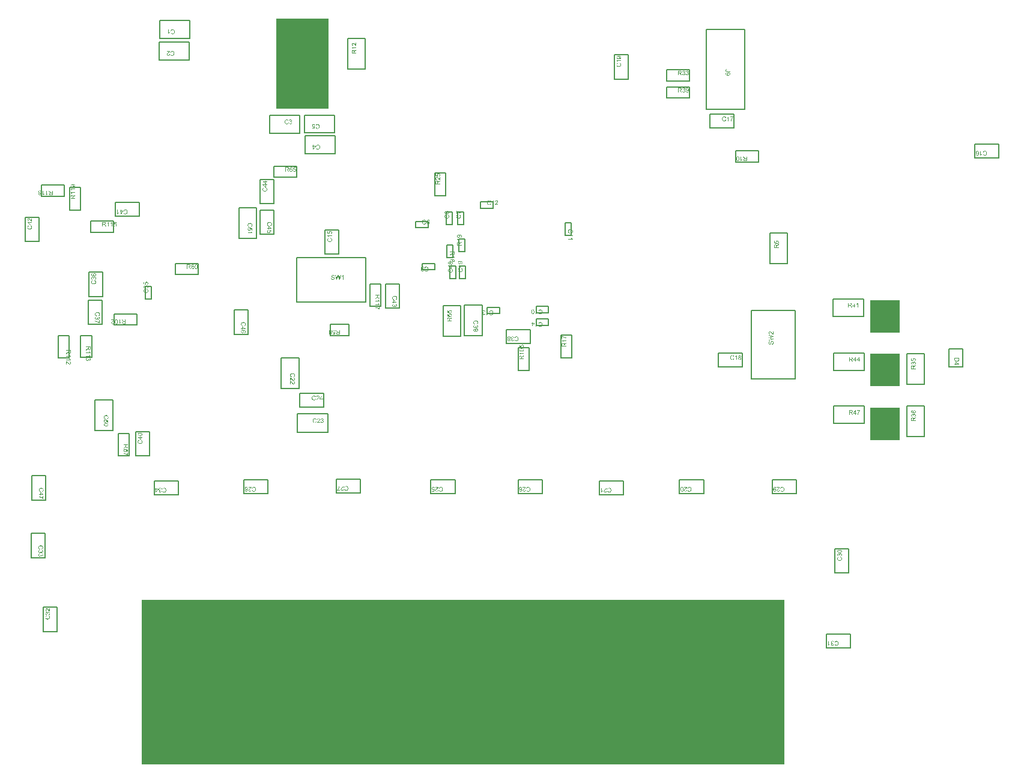
<source format=gbr>
%TF.GenerationSoftware,Altium Limited,Altium Designer,20.2.5 (213)*%
G04 Layer_Color=16711935*
%FSLAX26Y26*%
%MOIN*%
%TF.SameCoordinates,271AC680-9A3E-4A00-A3D7-6C105C8C782D*%
%TF.FilePolarity,Positive*%
%TF.FileFunction,Other,Top_Assembly*%
%TF.Part,Single*%
G01*
G75*
%TA.AperFunction,NonConductor*%
%ADD88C,0.007874*%
G36*
X2090199Y1569094D02*
X5655159D01*
Y654921D01*
X2090199D01*
Y1569094D01*
D02*
G37*
G36*
X2836718Y4794125D02*
X3124718D01*
Y4296125D01*
X2836718D01*
Y4794125D01*
D02*
G37*
G36*
X6296707Y2456102D02*
X6132707D01*
Y2636102D01*
X6296707D01*
Y2456102D01*
D02*
G37*
G36*
Y2753602D02*
X6132707D01*
Y2933602D01*
X6296707D01*
Y2753602D01*
D02*
G37*
G36*
Y3051102D02*
X6132707D01*
Y3231102D01*
X6296707D01*
Y3051102D01*
D02*
G37*
G36*
X2690753Y3659964D02*
X2691117D01*
X2691481Y3659927D01*
X2691954Y3659891D01*
X2692428Y3659818D01*
X2693483Y3659636D01*
X2694648Y3659381D01*
X2695813Y3659017D01*
X2696941Y3658508D01*
X2696978Y3658472D01*
X2697087Y3658435D01*
X2697233Y3658362D01*
X2697414Y3658217D01*
X2697669Y3658071D01*
X2697961Y3657889D01*
X2698616Y3657416D01*
X2699344Y3656797D01*
X2700072Y3656069D01*
X2700800Y3655232D01*
X2701419Y3654249D01*
X2701455Y3654213D01*
X2701491Y3654104D01*
X2701564Y3653958D01*
X2701673Y3653776D01*
X2701782Y3653485D01*
X2701892Y3653193D01*
X2702037Y3652829D01*
X2702183Y3652429D01*
X2702329Y3651992D01*
X2702474Y3651519D01*
X2702693Y3650500D01*
X2702874Y3649335D01*
X2702947Y3648134D01*
Y3647770D01*
X2702911Y3647515D01*
X2702874Y3647188D01*
X2702838Y3646787D01*
X2702802Y3646387D01*
X2702693Y3645914D01*
X2702474Y3644931D01*
X2702146Y3643839D01*
X2701928Y3643293D01*
X2701673Y3642783D01*
X2701346Y3642273D01*
X2701018Y3641764D01*
X2700982Y3641727D01*
X2700945Y3641655D01*
X2700836Y3641509D01*
X2700654Y3641327D01*
X2700472Y3641145D01*
X2700217Y3640890D01*
X2699926Y3640635D01*
X2699635Y3640344D01*
X2699271Y3640053D01*
X2698834Y3639762D01*
X2698397Y3639434D01*
X2697924Y3639143D01*
X2697378Y3638888D01*
X2696832Y3638597D01*
X2696250Y3638379D01*
X2695595Y3638160D01*
X2694830Y3641436D01*
X2694867D01*
X2694939Y3641473D01*
X2695085Y3641546D01*
X2695267Y3641618D01*
X2695485Y3641691D01*
X2695776Y3641800D01*
X2696359Y3642091D01*
X2697014Y3642456D01*
X2697669Y3642892D01*
X2698288Y3643438D01*
X2698834Y3644021D01*
X2698907Y3644093D01*
X2699052Y3644312D01*
X2699235Y3644676D01*
X2699489Y3645149D01*
X2699708Y3645768D01*
X2699926Y3646459D01*
X2700072Y3647297D01*
X2700108Y3648207D01*
Y3648498D01*
X2700072Y3648680D01*
Y3648935D01*
X2700035Y3649226D01*
X2699926Y3649918D01*
X2699780Y3650682D01*
X2699526Y3651483D01*
X2699162Y3652320D01*
X2698689Y3653084D01*
Y3653121D01*
X2698616Y3653157D01*
X2698434Y3653412D01*
X2698142Y3653740D01*
X2697706Y3654140D01*
X2697160Y3654613D01*
X2696541Y3655050D01*
X2695776Y3655450D01*
X2694939Y3655814D01*
X2694903D01*
X2694830Y3655851D01*
X2694721Y3655887D01*
X2694539Y3655923D01*
X2694320Y3655996D01*
X2694066Y3656069D01*
X2693447Y3656178D01*
X2692719Y3656324D01*
X2691918Y3656470D01*
X2691044Y3656542D01*
X2690098Y3656579D01*
X2690062D01*
X2689952D01*
X2689771D01*
X2689552D01*
X2689297Y3656542D01*
X2688970D01*
X2688606Y3656506D01*
X2688205Y3656470D01*
X2687332Y3656360D01*
X2686385Y3656178D01*
X2685439Y3655960D01*
X2684492Y3655669D01*
X2684456D01*
X2684383Y3655632D01*
X2684274Y3655559D01*
X2684092Y3655487D01*
X2683655Y3655268D01*
X2683146Y3654941D01*
X2682563Y3654540D01*
X2681945Y3654031D01*
X2681398Y3653448D01*
X2680889Y3652757D01*
Y3652720D01*
X2680852Y3652648D01*
X2680780Y3652538D01*
X2680707Y3652393D01*
X2680634Y3652211D01*
X2680525Y3651992D01*
X2680307Y3651483D01*
X2680088Y3650827D01*
X2679906Y3650099D01*
X2679760Y3649299D01*
X2679724Y3648461D01*
Y3648207D01*
X2679760Y3647988D01*
Y3647733D01*
X2679797Y3647479D01*
X2679943Y3646823D01*
X2680124Y3646059D01*
X2680416Y3645295D01*
X2680816Y3644494D01*
X2681035Y3644093D01*
X2681326Y3643729D01*
X2681362Y3643693D01*
X2681398Y3643657D01*
X2681508Y3643548D01*
X2681617Y3643402D01*
X2681799Y3643256D01*
X2682017Y3643074D01*
X2682236Y3642856D01*
X2682527Y3642674D01*
X2682854Y3642456D01*
X2683218Y3642201D01*
X2683582Y3641982D01*
X2684019Y3641764D01*
X2684492Y3641582D01*
X2685002Y3641400D01*
X2685548Y3641218D01*
X2686131Y3641072D01*
X2685293Y3637724D01*
X2685257D01*
X2685111Y3637760D01*
X2684893Y3637833D01*
X2684602Y3637942D01*
X2684274Y3638051D01*
X2683874Y3638197D01*
X2683437Y3638379D01*
X2682964Y3638597D01*
X2681945Y3639107D01*
X2680925Y3639762D01*
X2680416Y3640162D01*
X2679906Y3640563D01*
X2679469Y3640999D01*
X2679032Y3641509D01*
X2678996Y3641546D01*
X2678923Y3641618D01*
X2678851Y3641800D01*
X2678705Y3641982D01*
X2678523Y3642273D01*
X2678341Y3642565D01*
X2678159Y3642965D01*
X2677977Y3643365D01*
X2677758Y3643839D01*
X2677577Y3644348D01*
X2677394Y3644894D01*
X2677213Y3645477D01*
X2677067Y3646095D01*
X2676994Y3646751D01*
X2676921Y3647442D01*
X2676885Y3648170D01*
Y3648571D01*
X2676921Y3648862D01*
Y3649189D01*
X2676958Y3649590D01*
X2677030Y3650027D01*
X2677103Y3650536D01*
X2677285Y3651592D01*
X2677577Y3652684D01*
X2677977Y3653776D01*
X2678232Y3654285D01*
X2678523Y3654795D01*
X2678559Y3654831D01*
X2678596Y3654904D01*
X2678705Y3655050D01*
X2678851Y3655195D01*
X2678996Y3655414D01*
X2679215Y3655669D01*
X2679469Y3655960D01*
X2679760Y3656251D01*
X2680088Y3656542D01*
X2680416Y3656870D01*
X2681253Y3657525D01*
X2682236Y3658144D01*
X2683328Y3658690D01*
X2683364D01*
X2683473Y3658763D01*
X2683655Y3658799D01*
X2683874Y3658908D01*
X2684165Y3658981D01*
X2684529Y3659090D01*
X2684929Y3659236D01*
X2685366Y3659345D01*
X2685839Y3659454D01*
X2686385Y3659600D01*
X2687514Y3659782D01*
X2688788Y3659927D01*
X2690098Y3660000D01*
X2690135D01*
X2690280D01*
X2690499D01*
X2690753Y3659964D01*
D02*
G37*
G36*
X2684165Y3631645D02*
X2684128D01*
X2684056D01*
X2683947Y3631608D01*
X2683765Y3631572D01*
X2683364Y3631463D01*
X2682818Y3631317D01*
X2682272Y3631099D01*
X2681653Y3630807D01*
X2681107Y3630443D01*
X2680598Y3630007D01*
X2680561Y3629934D01*
X2680416Y3629788D01*
X2680234Y3629497D01*
X2680015Y3629097D01*
X2679797Y3628660D01*
X2679615Y3628114D01*
X2679469Y3627495D01*
X2679433Y3626803D01*
Y3626585D01*
X2679469Y3626439D01*
X2679506Y3626003D01*
X2679651Y3625493D01*
X2679833Y3624874D01*
X2680124Y3624256D01*
X2680561Y3623600D01*
X2680816Y3623309D01*
X2681107Y3623018D01*
X2681144Y3622981D01*
X2681180Y3622945D01*
X2681289Y3622872D01*
X2681398Y3622763D01*
X2681799Y3622508D01*
X2682309Y3622217D01*
X2682927Y3621962D01*
X2683692Y3621707D01*
X2684602Y3621526D01*
X2685075Y3621453D01*
X2685584D01*
X2685621D01*
X2685694D01*
X2685839D01*
X2686021Y3621489D01*
X2686240D01*
X2686494Y3621526D01*
X2687077Y3621635D01*
X2687769Y3621817D01*
X2688460Y3622072D01*
X2689115Y3622436D01*
X2689734Y3622945D01*
X2689771D01*
X2689807Y3623018D01*
X2689989Y3623200D01*
X2690244Y3623528D01*
X2690535Y3623964D01*
X2690790Y3624547D01*
X2691044Y3625202D01*
X2691227Y3625966D01*
X2691299Y3626403D01*
Y3627095D01*
X2691263Y3627386D01*
X2691227Y3627750D01*
X2691117Y3628187D01*
X2691008Y3628624D01*
X2690826Y3629097D01*
X2690608Y3629570D01*
X2690571Y3629606D01*
X2690499Y3629752D01*
X2690316Y3629970D01*
X2690135Y3630262D01*
X2689880Y3630553D01*
X2689552Y3630844D01*
X2689224Y3631171D01*
X2688824Y3631426D01*
X2689224Y3634338D01*
X2702183Y3631899D01*
Y3619378D01*
X2699235D01*
Y3629461D01*
X2692428Y3630807D01*
X2692464Y3630771D01*
X2692501Y3630698D01*
X2692573Y3630589D01*
X2692682Y3630407D01*
X2692792Y3630189D01*
X2692937Y3629934D01*
X2693229Y3629352D01*
X2693520Y3628624D01*
X2693774Y3627823D01*
X2693956Y3626949D01*
X2694029Y3626512D01*
Y3625711D01*
X2693993Y3625493D01*
X2693956Y3625202D01*
X2693920Y3624874D01*
X2693847Y3624510D01*
X2693738Y3624110D01*
X2693483Y3623236D01*
X2693301Y3622763D01*
X2693046Y3622290D01*
X2692792Y3621817D01*
X2692501Y3621343D01*
X2692137Y3620907D01*
X2691736Y3620470D01*
X2691700Y3620434D01*
X2691627Y3620361D01*
X2691518Y3620251D01*
X2691336Y3620106D01*
X2691081Y3619924D01*
X2690826Y3619742D01*
X2690499Y3619523D01*
X2690135Y3619305D01*
X2689734Y3619123D01*
X2689297Y3618905D01*
X2688788Y3618723D01*
X2688278Y3618541D01*
X2687732Y3618395D01*
X2687113Y3618286D01*
X2686494Y3618213D01*
X2685839Y3618177D01*
X2685803D01*
X2685694D01*
X2685512D01*
X2685257Y3618213D01*
X2684966Y3618249D01*
X2684638Y3618286D01*
X2684238Y3618359D01*
X2683837Y3618432D01*
X2682891Y3618650D01*
X2681908Y3619014D01*
X2681398Y3619232D01*
X2680925Y3619523D01*
X2680416Y3619815D01*
X2679943Y3620179D01*
X2679906Y3620215D01*
X2679797Y3620288D01*
X2679651Y3620434D01*
X2679469Y3620615D01*
X2679251Y3620870D01*
X2678960Y3621162D01*
X2678705Y3621526D01*
X2678414Y3621926D01*
X2678122Y3622363D01*
X2677868Y3622872D01*
X2677613Y3623418D01*
X2677358Y3624001D01*
X2677176Y3624619D01*
X2677030Y3625311D01*
X2676921Y3626039D01*
X2676885Y3626803D01*
Y3627131D01*
X2676921Y3627386D01*
X2676958Y3627677D01*
X2676994Y3628005D01*
X2677030Y3628405D01*
X2677140Y3628805D01*
X2677358Y3629715D01*
X2677686Y3630626D01*
X2677904Y3631099D01*
X2678159Y3631572D01*
X2678450Y3632009D01*
X2678778Y3632445D01*
X2678814Y3632482D01*
X2678851Y3632555D01*
X2678996Y3632628D01*
X2679142Y3632773D01*
X2679324Y3632955D01*
X2679542Y3633137D01*
X2679833Y3633356D01*
X2680161Y3633537D01*
X2680488Y3633756D01*
X2680889Y3633974D01*
X2681762Y3634375D01*
X2682782Y3634702D01*
X2683328Y3634811D01*
X2683910Y3634884D01*
X2684165Y3631645D01*
D02*
G37*
G36*
X2696286Y3612899D02*
X2696359Y3612826D01*
X2696395Y3612680D01*
X2696505Y3612498D01*
X2696614Y3612280D01*
X2696759Y3612025D01*
X2697123Y3611406D01*
X2697524Y3610678D01*
X2698033Y3609950D01*
X2698616Y3609186D01*
X2699235Y3608421D01*
X2699271Y3608385D01*
X2699307Y3608349D01*
X2699416Y3608240D01*
X2699526Y3608094D01*
X2699890Y3607766D01*
X2700327Y3607329D01*
X2700836Y3606893D01*
X2701419Y3606419D01*
X2702001Y3606019D01*
X2702620Y3605655D01*
Y3603653D01*
X2677322D01*
Y3606747D01*
X2697014D01*
X2696978Y3606784D01*
X2696832Y3606965D01*
X2696614Y3607184D01*
X2696359Y3607548D01*
X2696031Y3607948D01*
X2695667Y3608458D01*
X2695267Y3609040D01*
X2694867Y3609695D01*
Y3609732D01*
X2694830Y3609768D01*
X2694684Y3609987D01*
X2694503Y3610351D01*
X2694284Y3610787D01*
X2694029Y3611297D01*
X2693774Y3611843D01*
X2693520Y3612389D01*
X2693301Y3612935D01*
X2696286D01*
Y3612899D01*
D02*
G37*
G36*
X3410188Y3248316D02*
X3410152Y3248025D01*
Y3247697D01*
X3410115Y3246933D01*
X3410006Y3246132D01*
X3409897Y3245258D01*
X3409715Y3244457D01*
X3409606Y3244057D01*
X3409497Y3243729D01*
Y3243693D01*
X3409460Y3243657D01*
X3409351Y3243438D01*
X3409206Y3243111D01*
X3408951Y3242710D01*
X3408623Y3242273D01*
X3408186Y3241800D01*
X3407677Y3241363D01*
X3407094Y3240927D01*
X3407058D01*
X3407021Y3240890D01*
X3406803Y3240745D01*
X3406439Y3240599D01*
X3405966Y3240381D01*
X3405420Y3240199D01*
X3404765Y3240017D01*
X3404073Y3239907D01*
X3403309Y3239871D01*
X3403272D01*
X3403200D01*
X3403054D01*
X3402872Y3239907D01*
X3402617D01*
X3402362Y3239944D01*
X3401744Y3240090D01*
X3401015Y3240308D01*
X3400251Y3240599D01*
X3399487Y3241036D01*
X3399123Y3241327D01*
X3398759Y3241618D01*
X3398722Y3241655D01*
X3398686Y3241691D01*
X3398577Y3241800D01*
X3398468Y3241946D01*
X3398322Y3242128D01*
X3398176Y3242346D01*
X3397994Y3242637D01*
X3397776Y3242929D01*
X3397594Y3243293D01*
X3397412Y3243693D01*
X3397193Y3244130D01*
X3397012Y3244603D01*
X3396866Y3245149D01*
X3396684Y3245695D01*
X3396575Y3246314D01*
X3396465Y3246969D01*
X3396429Y3246896D01*
X3396356Y3246751D01*
X3396211Y3246532D01*
X3396065Y3246241D01*
X3395665Y3245586D01*
X3395410Y3245258D01*
X3395191Y3244967D01*
X3395119Y3244894D01*
X3394937Y3244712D01*
X3394646Y3244421D01*
X3394282Y3244057D01*
X3393772Y3243657D01*
X3393226Y3243184D01*
X3392571Y3242710D01*
X3391843Y3242201D01*
X3384999Y3237869D01*
Y3242019D01*
X3390241Y3245331D01*
X3390278D01*
X3390350Y3245404D01*
X3390459Y3245477D01*
X3390605Y3245586D01*
X3391006Y3245841D01*
X3391515Y3246168D01*
X3392061Y3246569D01*
X3392644Y3246969D01*
X3393189Y3247369D01*
X3393699Y3247733D01*
X3393735Y3247770D01*
X3393881Y3247879D01*
X3394099Y3248061D01*
X3394354Y3248316D01*
X3394900Y3248862D01*
X3395155Y3249153D01*
X3395374Y3249444D01*
X3395410Y3249481D01*
X3395446Y3249553D01*
X3395519Y3249699D01*
X3395628Y3249918D01*
X3395738Y3250136D01*
X3395847Y3250391D01*
X3396029Y3250973D01*
Y3251010D01*
X3396065Y3251082D01*
Y3251228D01*
X3396102Y3251410D01*
X3396138Y3251665D01*
Y3251956D01*
X3396174Y3252356D01*
Y3256651D01*
X3384999D01*
Y3260000D01*
X3410188D01*
Y3248316D01*
D02*
G37*
G36*
X3403964Y3233501D02*
X3404037Y3233428D01*
X3404073Y3233283D01*
X3404182Y3233101D01*
X3404291Y3232882D01*
X3404437Y3232628D01*
X3404801Y3232009D01*
X3405202Y3231281D01*
X3405711Y3230553D01*
X3406294Y3229788D01*
X3406912Y3229024D01*
X3406949Y3228988D01*
X3406985Y3228951D01*
X3407094Y3228842D01*
X3407204Y3228696D01*
X3407568Y3228369D01*
X3408004Y3227932D01*
X3408514Y3227495D01*
X3409096Y3227022D01*
X3409679Y3226622D01*
X3410298Y3226258D01*
Y3224256D01*
X3384999D01*
Y3227349D01*
X3404692D01*
X3404655Y3227386D01*
X3404510Y3227568D01*
X3404291Y3227786D01*
X3404037Y3228150D01*
X3403709Y3228551D01*
X3403345Y3229060D01*
X3402945Y3229643D01*
X3402544Y3230298D01*
Y3230334D01*
X3402508Y3230371D01*
X3402362Y3230589D01*
X3402180Y3230953D01*
X3401962Y3231390D01*
X3401707Y3231899D01*
X3401452Y3232445D01*
X3401198Y3232992D01*
X3400979Y3233537D01*
X3403964D01*
Y3233501D01*
D02*
G37*
G36*
Y3213918D02*
X3404037Y3213845D01*
X3404073Y3213700D01*
X3404182Y3213517D01*
X3404291Y3213299D01*
X3404437Y3213044D01*
X3404801Y3212425D01*
X3405202Y3211698D01*
X3405711Y3210970D01*
X3406294Y3210205D01*
X3406912Y3209441D01*
X3406949Y3209404D01*
X3406985Y3209368D01*
X3407094Y3209259D01*
X3407204Y3209113D01*
X3407568Y3208785D01*
X3408004Y3208349D01*
X3408514Y3207912D01*
X3409096Y3207439D01*
X3409679Y3207038D01*
X3410298Y3206674D01*
Y3204672D01*
X3384999D01*
Y3207766D01*
X3404692D01*
X3404655Y3207803D01*
X3404510Y3207985D01*
X3404291Y3208203D01*
X3404037Y3208567D01*
X3403709Y3208968D01*
X3403345Y3209477D01*
X3402945Y3210059D01*
X3402544Y3210715D01*
Y3210751D01*
X3402508Y3210787D01*
X3402362Y3211006D01*
X3402180Y3211370D01*
X3401962Y3211807D01*
X3401707Y3212316D01*
X3401452Y3212862D01*
X3401198Y3213408D01*
X3400979Y3213954D01*
X3403964D01*
Y3213918D01*
D02*
G37*
G36*
X3409861Y3180211D02*
X3407422D01*
X3407385Y3180248D01*
X3407313Y3180321D01*
X3407167Y3180466D01*
X3406949Y3180612D01*
X3406694Y3180830D01*
X3406403Y3181122D01*
X3406039Y3181413D01*
X3405602Y3181740D01*
X3405165Y3182068D01*
X3404655Y3182468D01*
X3404073Y3182869D01*
X3403491Y3183269D01*
X3402836Y3183706D01*
X3402144Y3184143D01*
X3401380Y3184579D01*
X3400615Y3185016D01*
X3400579Y3185053D01*
X3400433Y3185126D01*
X3400215Y3185235D01*
X3399887Y3185417D01*
X3399487Y3185599D01*
X3399050Y3185817D01*
X3398540Y3186072D01*
X3397958Y3186327D01*
X3397303Y3186618D01*
X3396648Y3186945D01*
X3395919Y3187237D01*
X3395155Y3187528D01*
X3393590Y3188110D01*
X3391916Y3188656D01*
X3391879D01*
X3391770Y3188693D01*
X3391588Y3188729D01*
X3391369Y3188802D01*
X3391078Y3188875D01*
X3390714Y3188948D01*
X3390314Y3189057D01*
X3389877Y3189130D01*
X3389367Y3189239D01*
X3388822Y3189348D01*
X3387657Y3189530D01*
X3386383Y3189712D01*
X3384999Y3189821D01*
Y3192988D01*
X3385036D01*
X3385145D01*
X3385291D01*
X3385509Y3192952D01*
X3385800D01*
X3386164Y3192915D01*
X3386565Y3192879D01*
X3387001Y3192842D01*
X3387511Y3192769D01*
X3388021Y3192697D01*
X3388640Y3192588D01*
X3389258Y3192478D01*
X3389914Y3192369D01*
X3390642Y3192224D01*
X3392134Y3191860D01*
X3392170D01*
X3392316Y3191823D01*
X3392534Y3191750D01*
X3392862Y3191641D01*
X3393226Y3191532D01*
X3393663Y3191386D01*
X3394172Y3191241D01*
X3394718Y3191022D01*
X3395337Y3190804D01*
X3395956Y3190586D01*
X3397339Y3190039D01*
X3398795Y3189384D01*
X3400251Y3188656D01*
X3400287Y3188620D01*
X3400433Y3188547D01*
X3400615Y3188438D01*
X3400906Y3188292D01*
X3401234Y3188110D01*
X3401634Y3187856D01*
X3402071Y3187601D01*
X3402544Y3187309D01*
X3403600Y3186618D01*
X3404692Y3185890D01*
X3405820Y3185053D01*
X3406876Y3184179D01*
Y3196519D01*
X3409861D01*
Y3180211D01*
D02*
G37*
G36*
X3647823Y3417464D02*
X3648077D01*
X3648369Y3417427D01*
X3649060Y3417282D01*
X3649825Y3417100D01*
X3650626Y3416809D01*
X3651426Y3416408D01*
X3651827Y3416153D01*
X3652191Y3415862D01*
X3652227Y3415826D01*
X3652264Y3415789D01*
X3652373Y3415680D01*
X3652482Y3415571D01*
X3652628Y3415389D01*
X3652809Y3415171D01*
X3653173Y3414661D01*
X3653537Y3414006D01*
X3653901Y3413205D01*
X3654193Y3412295D01*
X3654411Y3411240D01*
X3651426Y3410985D01*
Y3411021D01*
X3651390Y3411094D01*
Y3411167D01*
X3651354Y3411312D01*
X3651244Y3411713D01*
X3651099Y3412149D01*
X3650917Y3412659D01*
X3650662Y3413169D01*
X3650371Y3413642D01*
X3650007Y3414042D01*
X3649970Y3414079D01*
X3649825Y3414188D01*
X3649570Y3414334D01*
X3649279Y3414479D01*
X3648878Y3414661D01*
X3648405Y3414807D01*
X3647859Y3414916D01*
X3647277Y3414952D01*
X3647022D01*
X3646767Y3414916D01*
X3646439Y3414880D01*
X3646039Y3414807D01*
X3645639Y3414698D01*
X3645202Y3414552D01*
X3644802Y3414334D01*
X3644765Y3414297D01*
X3644619Y3414224D01*
X3644401Y3414079D01*
X3644183Y3413860D01*
X3643892Y3413606D01*
X3643600Y3413314D01*
X3643309Y3412987D01*
X3643018Y3412586D01*
X3642981Y3412550D01*
X3642909Y3412368D01*
X3642763Y3412113D01*
X3642617Y3411785D01*
X3642436Y3411349D01*
X3642253Y3410839D01*
X3642072Y3410257D01*
X3641890Y3409602D01*
Y3409565D01*
X3641853Y3409529D01*
Y3409419D01*
X3641817Y3409274D01*
X3641744Y3408910D01*
X3641635Y3408437D01*
X3641562Y3407854D01*
X3641489Y3407235D01*
X3641453Y3406544D01*
X3641416Y3405816D01*
Y3405780D01*
Y3405670D01*
Y3405488D01*
Y3405197D01*
X3641453Y3405270D01*
X3641598Y3405452D01*
X3641817Y3405707D01*
X3642072Y3406071D01*
X3642436Y3406435D01*
X3642872Y3406835D01*
X3643382Y3407235D01*
X3643964Y3407599D01*
X3644037Y3407636D01*
X3644256Y3407745D01*
X3644583Y3407891D01*
X3644983Y3408036D01*
X3645530Y3408218D01*
X3646112Y3408364D01*
X3646767Y3408473D01*
X3647459Y3408510D01*
X3647750D01*
X3647968Y3408473D01*
X3648260Y3408437D01*
X3648551Y3408400D01*
X3648915Y3408327D01*
X3649279Y3408218D01*
X3650116Y3407963D01*
X3650553Y3407782D01*
X3650990Y3407563D01*
X3651463Y3407308D01*
X3651899Y3406981D01*
X3652336Y3406653D01*
X3652737Y3406253D01*
X3652773Y3406216D01*
X3652846Y3406144D01*
X3652919Y3406034D01*
X3653064Y3405852D01*
X3653246Y3405597D01*
X3653428Y3405343D01*
X3653610Y3405015D01*
X3653792Y3404651D01*
X3654011Y3404251D01*
X3654193Y3403814D01*
X3654375Y3403304D01*
X3654557Y3402795D01*
X3654702Y3402212D01*
X3654775Y3401593D01*
X3654848Y3400975D01*
X3654884Y3400283D01*
Y3400247D01*
Y3400101D01*
Y3399919D01*
X3654848Y3399664D01*
X3654811Y3399337D01*
X3654775Y3398936D01*
X3654702Y3398536D01*
X3654593Y3398063D01*
X3654338Y3397116D01*
X3654156Y3396607D01*
X3653938Y3396061D01*
X3653683Y3395551D01*
X3653356Y3395078D01*
X3653028Y3394568D01*
X3652628Y3394131D01*
X3652591Y3394095D01*
X3652518Y3394022D01*
X3652409Y3393913D01*
X3652227Y3393767D01*
X3652009Y3393586D01*
X3651718Y3393367D01*
X3651426Y3393185D01*
X3651062Y3392930D01*
X3650698Y3392712D01*
X3650262Y3392530D01*
X3649279Y3392130D01*
X3648769Y3391984D01*
X3648187Y3391875D01*
X3647604Y3391802D01*
X3646985Y3391765D01*
X3646731D01*
X3646549Y3391802D01*
X3646367D01*
X3646112Y3391838D01*
X3645493Y3391948D01*
X3644802Y3392093D01*
X3644037Y3392348D01*
X3643273Y3392675D01*
X3642508Y3393112D01*
X3642472D01*
X3642436Y3393185D01*
X3642326Y3393258D01*
X3642181Y3393367D01*
X3641817Y3393658D01*
X3641343Y3394059D01*
X3640870Y3394605D01*
X3640324Y3395260D01*
X3639851Y3396024D01*
X3639414Y3396898D01*
Y3396934D01*
X3639378Y3397007D01*
X3639305Y3397153D01*
X3639232Y3397335D01*
X3639160Y3397590D01*
X3639050Y3397917D01*
X3638977Y3398281D01*
X3638868Y3398682D01*
X3638759Y3399155D01*
X3638650Y3399701D01*
X3638577Y3400283D01*
X3638504Y3400902D01*
X3638432Y3401593D01*
X3638359Y3402322D01*
X3638322Y3403122D01*
Y3403959D01*
Y3403996D01*
Y3404178D01*
Y3404433D01*
Y3404760D01*
X3638359Y3405161D01*
Y3405634D01*
X3638395Y3406180D01*
X3638468Y3406726D01*
X3638577Y3407963D01*
X3638759Y3409274D01*
X3639014Y3410512D01*
X3639196Y3411130D01*
X3639378Y3411676D01*
Y3411713D01*
X3639414Y3411785D01*
X3639487Y3411931D01*
X3639560Y3412149D01*
X3639669Y3412368D01*
X3639815Y3412659D01*
X3640179Y3413278D01*
X3640615Y3413970D01*
X3641125Y3414698D01*
X3641780Y3415389D01*
X3642508Y3416008D01*
X3642545D01*
X3642617Y3416081D01*
X3642727Y3416153D01*
X3642872Y3416226D01*
X3643091Y3416336D01*
X3643309Y3416481D01*
X3643600Y3416627D01*
X3643892Y3416736D01*
X3644583Y3417027D01*
X3645420Y3417282D01*
X3646330Y3417427D01*
X3647349Y3417500D01*
X3647641D01*
X3647823Y3417464D01*
D02*
G37*
G36*
X3668862D02*
X3669189D01*
X3669590Y3417427D01*
X3670027Y3417355D01*
X3670536Y3417282D01*
X3671592Y3417100D01*
X3672684Y3416809D01*
X3673776Y3416408D01*
X3674285Y3416153D01*
X3674795Y3415862D01*
X3674831Y3415826D01*
X3674904Y3415789D01*
X3675050Y3415680D01*
X3675195Y3415535D01*
X3675414Y3415389D01*
X3675669Y3415171D01*
X3675960Y3414916D01*
X3676251Y3414625D01*
X3676542Y3414297D01*
X3676870Y3413970D01*
X3677525Y3413132D01*
X3678144Y3412149D01*
X3678690Y3411057D01*
Y3411021D01*
X3678763Y3410912D01*
X3678799Y3410730D01*
X3678908Y3410512D01*
X3678981Y3410220D01*
X3679090Y3409856D01*
X3679236Y3409456D01*
X3679345Y3409019D01*
X3679454Y3408546D01*
X3679600Y3408000D01*
X3679782Y3406872D01*
X3679927Y3405597D01*
X3680000Y3404287D01*
Y3404251D01*
Y3404105D01*
Y3403887D01*
X3679964Y3403632D01*
Y3403268D01*
X3679927Y3402904D01*
X3679891Y3402431D01*
X3679818Y3401957D01*
X3679636Y3400902D01*
X3679381Y3399737D01*
X3679017Y3398572D01*
X3678508Y3397444D01*
X3678472Y3397407D01*
X3678435Y3397298D01*
X3678362Y3397153D01*
X3678217Y3396971D01*
X3678071Y3396716D01*
X3677889Y3396425D01*
X3677416Y3395769D01*
X3676797Y3395041D01*
X3676069Y3394314D01*
X3675232Y3393586D01*
X3674249Y3392967D01*
X3674213Y3392930D01*
X3674104Y3392894D01*
X3673958Y3392821D01*
X3673776Y3392712D01*
X3673485Y3392603D01*
X3673193Y3392494D01*
X3672829Y3392348D01*
X3672429Y3392202D01*
X3671992Y3392057D01*
X3671519Y3391911D01*
X3670500Y3391693D01*
X3669335Y3391511D01*
X3668134Y3391438D01*
X3667770D01*
X3667515Y3391474D01*
X3667188Y3391511D01*
X3666787Y3391547D01*
X3666387Y3391584D01*
X3665914Y3391693D01*
X3664931Y3391911D01*
X3663839Y3392239D01*
X3663293Y3392457D01*
X3662783Y3392712D01*
X3662273Y3393039D01*
X3661764Y3393367D01*
X3661727Y3393403D01*
X3661655Y3393440D01*
X3661509Y3393549D01*
X3661327Y3393731D01*
X3661145Y3393913D01*
X3660890Y3394168D01*
X3660635Y3394459D01*
X3660344Y3394750D01*
X3660053Y3395114D01*
X3659762Y3395551D01*
X3659434Y3395988D01*
X3659143Y3396461D01*
X3658888Y3397007D01*
X3658597Y3397553D01*
X3658379Y3398135D01*
X3658160Y3398791D01*
X3661436Y3399555D01*
Y3399519D01*
X3661473Y3399446D01*
X3661546Y3399300D01*
X3661618Y3399118D01*
X3661691Y3398900D01*
X3661800Y3398609D01*
X3662091Y3398026D01*
X3662456Y3397371D01*
X3662892Y3396716D01*
X3663438Y3396097D01*
X3664021Y3395551D01*
X3664093Y3395478D01*
X3664312Y3395333D01*
X3664676Y3395151D01*
X3665149Y3394896D01*
X3665768Y3394677D01*
X3666459Y3394459D01*
X3667297Y3394314D01*
X3668207Y3394277D01*
X3668498D01*
X3668680Y3394314D01*
X3668935D01*
X3669226Y3394350D01*
X3669918Y3394459D01*
X3670682Y3394605D01*
X3671483Y3394860D01*
X3672320Y3395224D01*
X3673084Y3395697D01*
X3673121D01*
X3673157Y3395769D01*
X3673412Y3395952D01*
X3673740Y3396243D01*
X3674140Y3396680D01*
X3674613Y3397226D01*
X3675050Y3397844D01*
X3675450Y3398609D01*
X3675814Y3399446D01*
Y3399482D01*
X3675851Y3399555D01*
X3675887Y3399664D01*
X3675923Y3399846D01*
X3675996Y3400065D01*
X3676069Y3400320D01*
X3676178Y3400938D01*
X3676324Y3401666D01*
X3676470Y3402467D01*
X3676542Y3403341D01*
X3676579Y3404287D01*
Y3404323D01*
Y3404433D01*
Y3404615D01*
Y3404833D01*
X3676542Y3405088D01*
Y3405416D01*
X3676506Y3405780D01*
X3676470Y3406180D01*
X3676360Y3407053D01*
X3676178Y3408000D01*
X3675960Y3408946D01*
X3675669Y3409893D01*
Y3409929D01*
X3675632Y3410002D01*
X3675559Y3410111D01*
X3675487Y3410293D01*
X3675268Y3410730D01*
X3674941Y3411240D01*
X3674540Y3411822D01*
X3674031Y3412441D01*
X3673448Y3412987D01*
X3672757Y3413496D01*
X3672720D01*
X3672648Y3413533D01*
X3672538Y3413606D01*
X3672393Y3413678D01*
X3672211Y3413751D01*
X3671992Y3413860D01*
X3671483Y3414079D01*
X3670827Y3414297D01*
X3670099Y3414479D01*
X3669299Y3414625D01*
X3668461Y3414661D01*
X3668207D01*
X3667988Y3414625D01*
X3667733D01*
X3667479Y3414588D01*
X3666823Y3414443D01*
X3666059Y3414261D01*
X3665295Y3413970D01*
X3664494Y3413569D01*
X3664093Y3413351D01*
X3663729Y3413059D01*
X3663693Y3413023D01*
X3663657Y3412987D01*
X3663548Y3412878D01*
X3663402Y3412768D01*
X3663256Y3412586D01*
X3663074Y3412368D01*
X3662856Y3412149D01*
X3662674Y3411858D01*
X3662456Y3411531D01*
X3662201Y3411167D01*
X3661982Y3410803D01*
X3661764Y3410366D01*
X3661582Y3409893D01*
X3661400Y3409383D01*
X3661218Y3408837D01*
X3661072Y3408255D01*
X3657724Y3409092D01*
Y3409128D01*
X3657760Y3409274D01*
X3657833Y3409492D01*
X3657942Y3409784D01*
X3658051Y3410111D01*
X3658197Y3410512D01*
X3658379Y3410948D01*
X3658597Y3411421D01*
X3659107Y3412441D01*
X3659762Y3413460D01*
X3660162Y3413970D01*
X3660563Y3414479D01*
X3660999Y3414916D01*
X3661509Y3415353D01*
X3661546Y3415389D01*
X3661618Y3415462D01*
X3661800Y3415535D01*
X3661982Y3415680D01*
X3662273Y3415862D01*
X3662565Y3416044D01*
X3662965Y3416226D01*
X3663365Y3416408D01*
X3663839Y3416627D01*
X3664348Y3416809D01*
X3664894Y3416991D01*
X3665477Y3417173D01*
X3666095Y3417318D01*
X3666751Y3417391D01*
X3667442Y3417464D01*
X3668170Y3417500D01*
X3668571D01*
X3668862Y3417464D01*
D02*
G37*
G36*
X4017485Y3786026D02*
X4017812Y3785989D01*
X4018213Y3785953D01*
X4018613Y3785916D01*
X4019086Y3785807D01*
X4020069Y3785589D01*
X4021161Y3785261D01*
X4021707Y3785043D01*
X4022217Y3784788D01*
X4022726Y3784460D01*
X4023236Y3784133D01*
X4023272Y3784096D01*
X4023345Y3784060D01*
X4023491Y3783951D01*
X4023673Y3783769D01*
X4023855Y3783587D01*
X4024110Y3783332D01*
X4024364Y3783041D01*
X4024655Y3782749D01*
X4024947Y3782385D01*
X4025238Y3781949D01*
X4025566Y3781512D01*
X4025857Y3781039D01*
X4026111Y3780493D01*
X4026403Y3779947D01*
X4026621Y3779364D01*
X4026840Y3778709D01*
X4023564Y3777945D01*
Y3777981D01*
X4023527Y3778054D01*
X4023454Y3778200D01*
X4023381Y3778381D01*
X4023309Y3778600D01*
X4023200Y3778891D01*
X4022908Y3779474D01*
X4022544Y3780129D01*
X4022108Y3780784D01*
X4021561Y3781403D01*
X4020979Y3781949D01*
X4020906Y3782021D01*
X4020688Y3782167D01*
X4020324Y3782349D01*
X4019851Y3782604D01*
X4019232Y3782822D01*
X4018540Y3783041D01*
X4017703Y3783186D01*
X4016793Y3783223D01*
X4016502D01*
X4016320Y3783186D01*
X4016065D01*
X4015774Y3783150D01*
X4015082Y3783041D01*
X4014318Y3782895D01*
X4013517Y3782640D01*
X4012680Y3782276D01*
X4011916Y3781803D01*
X4011879D01*
X4011843Y3781730D01*
X4011588Y3781548D01*
X4011260Y3781257D01*
X4010860Y3780820D01*
X4010387Y3780274D01*
X4009950Y3779655D01*
X4009550Y3778891D01*
X4009186Y3778054D01*
Y3778017D01*
X4009149Y3777945D01*
X4009113Y3777836D01*
X4009076Y3777653D01*
X4009003Y3777435D01*
X4008931Y3777180D01*
X4008822Y3776561D01*
X4008676Y3775834D01*
X4008530Y3775033D01*
X4008457Y3774159D01*
X4008421Y3773213D01*
Y3773176D01*
Y3773067D01*
Y3772885D01*
Y3772667D01*
X4008457Y3772412D01*
Y3772084D01*
X4008494Y3771720D01*
X4008530Y3771320D01*
X4008640Y3770446D01*
X4008822Y3769500D01*
X4009040Y3768553D01*
X4009331Y3767607D01*
Y3767571D01*
X4009367Y3767498D01*
X4009440Y3767389D01*
X4009513Y3767207D01*
X4009731Y3766770D01*
X4010059Y3766260D01*
X4010459Y3765678D01*
X4010969Y3765059D01*
X4011552Y3764513D01*
X4012243Y3764003D01*
X4012280D01*
X4012352Y3763967D01*
X4012461Y3763894D01*
X4012607Y3763822D01*
X4012789Y3763749D01*
X4013008Y3763640D01*
X4013517Y3763421D01*
X4014172Y3763203D01*
X4014900Y3763021D01*
X4015701Y3762875D01*
X4016538Y3762839D01*
X4016793D01*
X4017012Y3762875D01*
X4017266D01*
X4017521Y3762912D01*
X4018176Y3763057D01*
X4018941Y3763239D01*
X4019705Y3763530D01*
X4020506Y3763931D01*
X4020906Y3764149D01*
X4021270Y3764440D01*
X4021307Y3764477D01*
X4021343Y3764513D01*
X4021452Y3764622D01*
X4021598Y3764731D01*
X4021744Y3764914D01*
X4021925Y3765132D01*
X4022144Y3765350D01*
X4022326Y3765642D01*
X4022544Y3765969D01*
X4022799Y3766333D01*
X4023017Y3766697D01*
X4023236Y3767134D01*
X4023418Y3767607D01*
X4023600Y3768117D01*
X4023782Y3768663D01*
X4023927Y3769245D01*
X4027276Y3768408D01*
Y3768372D01*
X4027240Y3768226D01*
X4027167Y3768008D01*
X4027058Y3767716D01*
X4026949Y3767389D01*
X4026803Y3766988D01*
X4026621Y3766552D01*
X4026403Y3766078D01*
X4025893Y3765059D01*
X4025238Y3764040D01*
X4024838Y3763530D01*
X4024437Y3763021D01*
X4024000Y3762584D01*
X4023491Y3762147D01*
X4023454Y3762111D01*
X4023381Y3762038D01*
X4023200Y3761965D01*
X4023017Y3761820D01*
X4022726Y3761637D01*
X4022435Y3761456D01*
X4022035Y3761273D01*
X4021634Y3761091D01*
X4021161Y3760873D01*
X4020651Y3760691D01*
X4020106Y3760509D01*
X4019523Y3760327D01*
X4018904Y3760182D01*
X4018249Y3760109D01*
X4017557Y3760036D01*
X4016829Y3759999D01*
X4016429D01*
X4016138Y3760036D01*
X4015810D01*
X4015410Y3760072D01*
X4014973Y3760145D01*
X4014463Y3760218D01*
X4013408Y3760400D01*
X4012316Y3760691D01*
X4011224Y3761091D01*
X4010714Y3761346D01*
X4010205Y3761637D01*
X4010168Y3761674D01*
X4010095Y3761710D01*
X4009950Y3761820D01*
X4009804Y3761965D01*
X4009586Y3762111D01*
X4009331Y3762329D01*
X4009040Y3762584D01*
X4008749Y3762875D01*
X4008457Y3763203D01*
X4008130Y3763530D01*
X4007475Y3764367D01*
X4006856Y3765350D01*
X4006310Y3766442D01*
Y3766479D01*
X4006237Y3766588D01*
X4006201Y3766770D01*
X4006091Y3766988D01*
X4006019Y3767280D01*
X4005910Y3767644D01*
X4005764Y3768044D01*
X4005655Y3768481D01*
X4005546Y3768954D01*
X4005400Y3769500D01*
X4005218Y3770628D01*
X4005072Y3771902D01*
X4004999Y3773213D01*
Y3773249D01*
Y3773395D01*
Y3773613D01*
X4005036Y3773868D01*
Y3774232D01*
X4005072Y3774596D01*
X4005109Y3775069D01*
X4005182Y3775542D01*
X4005363Y3776598D01*
X4005618Y3777763D01*
X4005982Y3778927D01*
X4006492Y3780056D01*
X4006528Y3780092D01*
X4006565Y3780202D01*
X4006637Y3780347D01*
X4006783Y3780529D01*
X4006929Y3780784D01*
X4007111Y3781075D01*
X4007584Y3781730D01*
X4008203Y3782458D01*
X4008931Y3783186D01*
X4009768Y3783914D01*
X4010751Y3784533D01*
X4010787Y3784570D01*
X4010896Y3784606D01*
X4011042Y3784679D01*
X4011224Y3784788D01*
X4011515Y3784897D01*
X4011806Y3785006D01*
X4012170Y3785152D01*
X4012571Y3785298D01*
X4013008Y3785443D01*
X4013481Y3785589D01*
X4014500Y3785807D01*
X4015665Y3785989D01*
X4016866Y3786062D01*
X4017230D01*
X4017485Y3786026D01*
D02*
G37*
G36*
X4058653Y3785698D02*
X4058944Y3785662D01*
X4059308Y3785625D01*
X4059709Y3785552D01*
X4060109Y3785479D01*
X4061055Y3785225D01*
X4062002Y3784861D01*
X4062475Y3784642D01*
X4062948Y3784387D01*
X4063385Y3784060D01*
X4063785Y3783696D01*
X4063822Y3783660D01*
X4063895Y3783623D01*
X4063968Y3783477D01*
X4064113Y3783332D01*
X4064295Y3783150D01*
X4064477Y3782895D01*
X4064659Y3782640D01*
X4064878Y3782313D01*
X4065242Y3781621D01*
X4065606Y3780747D01*
X4065751Y3780311D01*
X4065824Y3779801D01*
X4065897Y3779291D01*
X4065933Y3778745D01*
Y3778673D01*
Y3778491D01*
X4065897Y3778200D01*
X4065860Y3777799D01*
X4065787Y3777362D01*
X4065642Y3776853D01*
X4065496Y3776307D01*
X4065278Y3775761D01*
X4065242Y3775688D01*
X4065169Y3775506D01*
X4065023Y3775215D01*
X4064805Y3774814D01*
X4064514Y3774378D01*
X4064149Y3773831D01*
X4063713Y3773285D01*
X4063203Y3772667D01*
X4063130Y3772594D01*
X4062948Y3772376D01*
X4062766Y3772193D01*
X4062584Y3772012D01*
X4062366Y3771793D01*
X4062075Y3771502D01*
X4061784Y3771211D01*
X4061419Y3770883D01*
X4061055Y3770519D01*
X4060619Y3770119D01*
X4060146Y3769718D01*
X4059636Y3769245D01*
X4059053Y3768772D01*
X4058471Y3768262D01*
X4058435Y3768226D01*
X4058362Y3768153D01*
X4058216Y3768044D01*
X4058034Y3767898D01*
X4057816Y3767680D01*
X4057561Y3767461D01*
X4056979Y3766988D01*
X4056360Y3766442D01*
X4055778Y3765896D01*
X4055268Y3765423D01*
X4055050Y3765241D01*
X4054867Y3765059D01*
X4054831Y3765023D01*
X4054722Y3764914D01*
X4054576Y3764768D01*
X4054394Y3764550D01*
X4054212Y3764295D01*
X4053994Y3764040D01*
X4053557Y3763421D01*
X4065970D01*
Y3760436D01*
X4049262D01*
Y3760473D01*
Y3760618D01*
Y3760837D01*
X4049298Y3761128D01*
X4049335Y3761456D01*
X4049407Y3761820D01*
X4049480Y3762184D01*
X4049626Y3762584D01*
Y3762620D01*
X4049662Y3762657D01*
X4049735Y3762875D01*
X4049881Y3763203D01*
X4050099Y3763640D01*
X4050390Y3764149D01*
X4050754Y3764731D01*
X4051155Y3765314D01*
X4051664Y3765933D01*
Y3765969D01*
X4051737Y3766006D01*
X4051919Y3766224D01*
X4052247Y3766552D01*
X4052720Y3767025D01*
X4053266Y3767571D01*
X4053957Y3768226D01*
X4054795Y3768954D01*
X4055705Y3769718D01*
X4055741Y3769755D01*
X4055887Y3769864D01*
X4056105Y3770046D01*
X4056360Y3770264D01*
X4056688Y3770555D01*
X4057088Y3770883D01*
X4057488Y3771247D01*
X4057961Y3771648D01*
X4058872Y3772521D01*
X4059782Y3773395D01*
X4060218Y3773831D01*
X4060619Y3774268D01*
X4060983Y3774669D01*
X4061274Y3775069D01*
Y3775106D01*
X4061347Y3775142D01*
X4061419Y3775251D01*
X4061492Y3775397D01*
X4061747Y3775797D01*
X4062038Y3776270D01*
X4062293Y3776853D01*
X4062548Y3777472D01*
X4062693Y3778163D01*
X4062766Y3778818D01*
Y3778855D01*
Y3778891D01*
X4062730Y3779110D01*
X4062693Y3779474D01*
X4062584Y3779874D01*
X4062439Y3780383D01*
X4062184Y3780893D01*
X4061856Y3781403D01*
X4061419Y3781912D01*
X4061347Y3781985D01*
X4061165Y3782131D01*
X4060910Y3782313D01*
X4060510Y3782568D01*
X4060000Y3782786D01*
X4059418Y3783004D01*
X4058726Y3783150D01*
X4057961Y3783186D01*
X4057743D01*
X4057597Y3783150D01*
X4057161Y3783113D01*
X4056651Y3783004D01*
X4056105Y3782859D01*
X4055486Y3782604D01*
X4054904Y3782276D01*
X4054358Y3781840D01*
X4054285Y3781767D01*
X4054140Y3781585D01*
X4053921Y3781294D01*
X4053703Y3780857D01*
X4053448Y3780347D01*
X4053229Y3779692D01*
X4053084Y3778964D01*
X4053011Y3778127D01*
X4049844Y3778454D01*
Y3778491D01*
X4049881Y3778600D01*
Y3778782D01*
X4049917Y3779037D01*
X4049990Y3779328D01*
X4050063Y3779655D01*
X4050172Y3780056D01*
X4050281Y3780456D01*
X4050572Y3781330D01*
X4051009Y3782204D01*
X4051264Y3782640D01*
X4051591Y3783077D01*
X4051919Y3783477D01*
X4052283Y3783841D01*
X4052320Y3783878D01*
X4052392Y3783914D01*
X4052501Y3784023D01*
X4052684Y3784133D01*
X4052902Y3784278D01*
X4053157Y3784424D01*
X4053448Y3784606D01*
X4053812Y3784788D01*
X4054212Y3784970D01*
X4054649Y3785152D01*
X4055122Y3785298D01*
X4055632Y3785443D01*
X4056178Y3785552D01*
X4056760Y3785662D01*
X4057379Y3785698D01*
X4058034Y3785734D01*
X4058398D01*
X4058653Y3785698D01*
D02*
G37*
G36*
X4041764Y3760436D02*
X4038669D01*
Y3780129D01*
X4038633Y3780092D01*
X4038451Y3779947D01*
X4038233Y3779728D01*
X4037869Y3779474D01*
X4037468Y3779146D01*
X4036959Y3778782D01*
X4036376Y3778381D01*
X4035721Y3777981D01*
X4035685D01*
X4035648Y3777945D01*
X4035430Y3777799D01*
X4035066Y3777617D01*
X4034629Y3777399D01*
X4034119Y3777144D01*
X4033573Y3776889D01*
X4033028Y3776634D01*
X4032481Y3776416D01*
Y3779401D01*
X4032518D01*
X4032591Y3779474D01*
X4032736Y3779510D01*
X4032918Y3779619D01*
X4033137Y3779728D01*
X4033392Y3779874D01*
X4034010Y3780238D01*
X4034738Y3780638D01*
X4035466Y3781148D01*
X4036231Y3781730D01*
X4036995Y3782349D01*
X4037032Y3782385D01*
X4037068Y3782422D01*
X4037177Y3782531D01*
X4037323Y3782640D01*
X4037650Y3783004D01*
X4038087Y3783441D01*
X4038524Y3783951D01*
X4038997Y3784533D01*
X4039398Y3785115D01*
X4039762Y3785734D01*
X4041764D01*
Y3760436D01*
D02*
G37*
G36*
X5322485Y4251025D02*
X5322812Y4250989D01*
X5323213Y4250953D01*
X5323613Y4250916D01*
X5324086Y4250807D01*
X5325069Y4250589D01*
X5326161Y4250261D01*
X5326707Y4250043D01*
X5327217Y4249788D01*
X5327726Y4249460D01*
X5328236Y4249133D01*
X5328272Y4249096D01*
X5328345Y4249060D01*
X5328491Y4248951D01*
X5328673Y4248769D01*
X5328855Y4248587D01*
X5329109Y4248332D01*
X5329364Y4248041D01*
X5329655Y4247749D01*
X5329947Y4247386D01*
X5330238Y4246949D01*
X5330565Y4246512D01*
X5330857Y4246039D01*
X5331111Y4245493D01*
X5331403Y4244947D01*
X5331621Y4244364D01*
X5331840Y4243709D01*
X5328564Y4242945D01*
Y4242981D01*
X5328527Y4243054D01*
X5328454Y4243199D01*
X5328382Y4243382D01*
X5328309Y4243600D01*
X5328199Y4243891D01*
X5327908Y4244474D01*
X5327544Y4245129D01*
X5327108Y4245784D01*
X5326561Y4246403D01*
X5325979Y4246949D01*
X5325906Y4247021D01*
X5325688Y4247167D01*
X5325324Y4247349D01*
X5324851Y4247604D01*
X5324232Y4247822D01*
X5323540Y4248041D01*
X5322703Y4248186D01*
X5321793Y4248223D01*
X5321502D01*
X5321320Y4248186D01*
X5321065D01*
X5320774Y4248150D01*
X5320082Y4248041D01*
X5319318Y4247895D01*
X5318517Y4247640D01*
X5317680Y4247276D01*
X5316916Y4246803D01*
X5316879D01*
X5316843Y4246730D01*
X5316588Y4246548D01*
X5316260Y4246257D01*
X5315860Y4245820D01*
X5315387Y4245274D01*
X5314950Y4244655D01*
X5314550Y4243891D01*
X5314185Y4243054D01*
Y4243017D01*
X5314149Y4242945D01*
X5314113Y4242836D01*
X5314076Y4242654D01*
X5314003Y4242435D01*
X5313931Y4242180D01*
X5313822Y4241561D01*
X5313676Y4240833D01*
X5313530Y4240033D01*
X5313458Y4239159D01*
X5313421Y4238213D01*
Y4238176D01*
Y4238067D01*
Y4237885D01*
Y4237667D01*
X5313458Y4237412D01*
Y4237084D01*
X5313494Y4236720D01*
X5313530Y4236320D01*
X5313640Y4235446D01*
X5313822Y4234500D01*
X5314040Y4233553D01*
X5314331Y4232607D01*
Y4232571D01*
X5314368Y4232498D01*
X5314440Y4232389D01*
X5314513Y4232207D01*
X5314731Y4231770D01*
X5315059Y4231260D01*
X5315459Y4230678D01*
X5315969Y4230059D01*
X5316551Y4229513D01*
X5317243Y4229003D01*
X5317279D01*
X5317352Y4228967D01*
X5317462Y4228894D01*
X5317607Y4228822D01*
X5317789Y4228749D01*
X5318007Y4228640D01*
X5318517Y4228421D01*
X5319172Y4228203D01*
X5319900Y4228021D01*
X5320701Y4227875D01*
X5321538Y4227839D01*
X5321793D01*
X5322011Y4227875D01*
X5322266D01*
X5322521Y4227912D01*
X5323176Y4228057D01*
X5323941Y4228239D01*
X5324705Y4228530D01*
X5325506Y4228931D01*
X5325906Y4229149D01*
X5326270Y4229440D01*
X5326307Y4229477D01*
X5326343Y4229513D01*
X5326452Y4229622D01*
X5326598Y4229731D01*
X5326743Y4229913D01*
X5326926Y4230132D01*
X5327144Y4230350D01*
X5327326Y4230641D01*
X5327544Y4230969D01*
X5327799Y4231333D01*
X5328017Y4231697D01*
X5328236Y4232134D01*
X5328418Y4232607D01*
X5328600Y4233117D01*
X5328782Y4233663D01*
X5328927Y4234245D01*
X5332276Y4233408D01*
Y4233372D01*
X5332240Y4233226D01*
X5332167Y4233007D01*
X5332058Y4232716D01*
X5331949Y4232389D01*
X5331803Y4231988D01*
X5331621Y4231551D01*
X5331403Y4231078D01*
X5330893Y4230059D01*
X5330238Y4229040D01*
X5329837Y4228530D01*
X5329437Y4228021D01*
X5329000Y4227584D01*
X5328491Y4227147D01*
X5328454Y4227111D01*
X5328382Y4227038D01*
X5328199Y4226965D01*
X5328017Y4226819D01*
X5327726Y4226637D01*
X5327435Y4226456D01*
X5327035Y4226274D01*
X5326634Y4226092D01*
X5326161Y4225873D01*
X5325651Y4225691D01*
X5325105Y4225509D01*
X5324523Y4225327D01*
X5323904Y4225181D01*
X5323249Y4225109D01*
X5322557Y4225036D01*
X5321829Y4224999D01*
X5321429D01*
X5321138Y4225036D01*
X5320810D01*
X5320410Y4225072D01*
X5319973Y4225145D01*
X5319463Y4225218D01*
X5318408Y4225400D01*
X5317316Y4225691D01*
X5316224Y4226092D01*
X5315714Y4226346D01*
X5315205Y4226637D01*
X5315168Y4226674D01*
X5315096Y4226710D01*
X5314950Y4226819D01*
X5314804Y4226965D01*
X5314586Y4227111D01*
X5314331Y4227329D01*
X5314040Y4227584D01*
X5313749Y4227875D01*
X5313458Y4228203D01*
X5313130Y4228530D01*
X5312475Y4229368D01*
X5311856Y4230350D01*
X5311310Y4231442D01*
Y4231479D01*
X5311237Y4231588D01*
X5311201Y4231770D01*
X5311092Y4231988D01*
X5311019Y4232279D01*
X5310909Y4232644D01*
X5310764Y4233044D01*
X5310655Y4233481D01*
X5310546Y4233954D01*
X5310400Y4234500D01*
X5310218Y4235628D01*
X5310072Y4236902D01*
X5309999Y4238213D01*
Y4238249D01*
Y4238395D01*
Y4238613D01*
X5310036Y4238868D01*
Y4239232D01*
X5310072Y4239596D01*
X5310109Y4240069D01*
X5310181Y4240542D01*
X5310364Y4241598D01*
X5310618Y4242763D01*
X5310982Y4243927D01*
X5311492Y4245056D01*
X5311528Y4245092D01*
X5311565Y4245202D01*
X5311637Y4245347D01*
X5311783Y4245529D01*
X5311929Y4245784D01*
X5312111Y4246075D01*
X5312584Y4246730D01*
X5313203Y4247458D01*
X5313931Y4248186D01*
X5314768Y4248914D01*
X5315751Y4249533D01*
X5315787Y4249569D01*
X5315896Y4249606D01*
X5316042Y4249679D01*
X5316224Y4249788D01*
X5316515Y4249897D01*
X5316806Y4250006D01*
X5317170Y4250152D01*
X5317571Y4250297D01*
X5318007Y4250443D01*
X5318481Y4250589D01*
X5319500Y4250807D01*
X5320665Y4250989D01*
X5321866Y4251062D01*
X5322230D01*
X5322485Y4251025D01*
D02*
G37*
G36*
X5371224Y4247859D02*
X5371188Y4247822D01*
X5371115Y4247749D01*
X5370970Y4247604D01*
X5370824Y4247386D01*
X5370605Y4247131D01*
X5370314Y4246840D01*
X5370023Y4246475D01*
X5369695Y4246039D01*
X5369368Y4245602D01*
X5368967Y4245092D01*
X5368567Y4244510D01*
X5368167Y4243927D01*
X5367730Y4243272D01*
X5367293Y4242581D01*
X5366856Y4241816D01*
X5366419Y4241052D01*
X5366383Y4241016D01*
X5366310Y4240870D01*
X5366201Y4240651D01*
X5366019Y4240324D01*
X5365837Y4239923D01*
X5365619Y4239487D01*
X5365364Y4238977D01*
X5365109Y4238395D01*
X5364818Y4237739D01*
X5364490Y4237084D01*
X5364199Y4236356D01*
X5363908Y4235592D01*
X5363325Y4234027D01*
X5362779Y4232352D01*
Y4232316D01*
X5362743Y4232207D01*
X5362707Y4232025D01*
X5362634Y4231806D01*
X5362561Y4231515D01*
X5362488Y4231151D01*
X5362379Y4230751D01*
X5362306Y4230314D01*
X5362197Y4229804D01*
X5362088Y4229258D01*
X5361906Y4228093D01*
X5361724Y4226819D01*
X5361615Y4225436D01*
X5358448D01*
Y4225473D01*
Y4225582D01*
Y4225727D01*
X5358484Y4225946D01*
Y4226237D01*
X5358521Y4226601D01*
X5358557Y4227002D01*
X5358593Y4227438D01*
X5358666Y4227948D01*
X5358739Y4228458D01*
X5358848Y4229076D01*
X5358958Y4229695D01*
X5359067Y4230350D01*
X5359212Y4231078D01*
X5359576Y4232571D01*
Y4232607D01*
X5359613Y4232753D01*
X5359685Y4232971D01*
X5359795Y4233299D01*
X5359904Y4233663D01*
X5360050Y4234100D01*
X5360195Y4234609D01*
X5360413Y4235155D01*
X5360632Y4235774D01*
X5360850Y4236393D01*
X5361396Y4237776D01*
X5362051Y4239232D01*
X5362779Y4240688D01*
X5362816Y4240724D01*
X5362889Y4240870D01*
X5362998Y4241052D01*
X5363144Y4241343D01*
X5363325Y4241671D01*
X5363580Y4242071D01*
X5363835Y4242508D01*
X5364126Y4242981D01*
X5364818Y4244037D01*
X5365546Y4245129D01*
X5366383Y4246257D01*
X5367257Y4247313D01*
X5354917D01*
Y4250297D01*
X5371224D01*
Y4247859D01*
D02*
G37*
G36*
X5346764Y4225436D02*
X5343669D01*
Y4245129D01*
X5343633Y4245092D01*
X5343451Y4244947D01*
X5343233Y4244728D01*
X5342869Y4244474D01*
X5342468Y4244146D01*
X5341959Y4243782D01*
X5341376Y4243382D01*
X5340721Y4242981D01*
X5340685D01*
X5340648Y4242945D01*
X5340430Y4242799D01*
X5340066Y4242617D01*
X5339629Y4242399D01*
X5339119Y4242144D01*
X5338574Y4241889D01*
X5338028Y4241634D01*
X5337481Y4241416D01*
Y4244401D01*
X5337518D01*
X5337591Y4244474D01*
X5337736Y4244510D01*
X5337918Y4244619D01*
X5338137Y4244728D01*
X5338391Y4244874D01*
X5339010Y4245238D01*
X5339738Y4245638D01*
X5340466Y4246148D01*
X5341231Y4246730D01*
X5341995Y4247349D01*
X5342032Y4247386D01*
X5342068Y4247422D01*
X5342177Y4247531D01*
X5342323Y4247640D01*
X5342650Y4248004D01*
X5343087Y4248441D01*
X5343524Y4248951D01*
X5343997Y4249533D01*
X5344398Y4250115D01*
X5344761Y4250734D01*
X5346764D01*
Y4225436D01*
D02*
G37*
G36*
X3067179Y4094088D02*
X3067506D01*
X3067907Y4094052D01*
X3068343Y4093979D01*
X3068853Y4093907D01*
X3069909Y4093724D01*
X3071001Y4093433D01*
X3072093Y4093033D01*
X3072602Y4092778D01*
X3073112Y4092487D01*
X3073148Y4092450D01*
X3073221Y4092414D01*
X3073367Y4092305D01*
X3073512Y4092159D01*
X3073731Y4092014D01*
X3073985Y4091795D01*
X3074277Y4091541D01*
X3074568Y4091249D01*
X3074859Y4090922D01*
X3075187Y4090594D01*
X3075842Y4089757D01*
X3076461Y4088774D01*
X3077007Y4087682D01*
Y4087646D01*
X3077079Y4087537D01*
X3077116Y4087354D01*
X3077225Y4087136D01*
X3077298Y4086845D01*
X3077407Y4086481D01*
X3077553Y4086081D01*
X3077662Y4085644D01*
X3077771Y4085171D01*
X3077917Y4084624D01*
X3078099Y4083496D01*
X3078244Y4082222D01*
X3078317Y4080912D01*
Y4080875D01*
Y4080730D01*
Y4080511D01*
X3078281Y4080256D01*
Y4079892D01*
X3078244Y4079528D01*
X3078208Y4079055D01*
X3078135Y4078582D01*
X3077953Y4077526D01*
X3077698Y4076362D01*
X3077334Y4075197D01*
X3076825Y4074068D01*
X3076788Y4074032D01*
X3076752Y4073923D01*
X3076679Y4073777D01*
X3076534Y4073595D01*
X3076388Y4073340D01*
X3076206Y4073049D01*
X3075733Y4072394D01*
X3075114Y4071666D01*
X3074386Y4070938D01*
X3073549Y4070210D01*
X3072566Y4069591D01*
X3072530Y4069555D01*
X3072420Y4069519D01*
X3072275Y4069446D01*
X3072093Y4069336D01*
X3071802Y4069227D01*
X3071510Y4069118D01*
X3071146Y4068972D01*
X3070746Y4068827D01*
X3070309Y4068681D01*
X3069836Y4068536D01*
X3068817Y4068317D01*
X3067652Y4068135D01*
X3066451Y4068062D01*
X3066087D01*
X3065832Y4068099D01*
X3065504Y4068135D01*
X3065104Y4068172D01*
X3064704Y4068208D01*
X3064230Y4068317D01*
X3063247Y4068536D01*
X3062155Y4068863D01*
X3061610Y4069082D01*
X3061100Y4069336D01*
X3060590Y4069664D01*
X3060081Y4069992D01*
X3060044Y4070028D01*
X3059972Y4070064D01*
X3059826Y4070174D01*
X3059644Y4070356D01*
X3059462Y4070538D01*
X3059207Y4070793D01*
X3058952Y4071084D01*
X3058661Y4071375D01*
X3058370Y4071739D01*
X3058079Y4072176D01*
X3057751Y4072613D01*
X3057460Y4073086D01*
X3057205Y4073632D01*
X3056914Y4074178D01*
X3056695Y4074760D01*
X3056477Y4075415D01*
X3059753Y4076180D01*
Y4076143D01*
X3059789Y4076070D01*
X3059862Y4075925D01*
X3059935Y4075743D01*
X3060008Y4075524D01*
X3060117Y4075233D01*
X3060408Y4074651D01*
X3060772Y4073996D01*
X3061209Y4073340D01*
X3061755Y4072722D01*
X3062338Y4072176D01*
X3062410Y4072103D01*
X3062629Y4071957D01*
X3062993Y4071775D01*
X3063466Y4071521D01*
X3064085Y4071302D01*
X3064776Y4071084D01*
X3065613Y4070938D01*
X3066523Y4070902D01*
X3066815D01*
X3066997Y4070938D01*
X3067251D01*
X3067543Y4070974D01*
X3068234Y4071084D01*
X3068999Y4071229D01*
X3069800Y4071484D01*
X3070637Y4071848D01*
X3071401Y4072321D01*
X3071438D01*
X3071474Y4072394D01*
X3071729Y4072576D01*
X3072056Y4072867D01*
X3072457Y4073304D01*
X3072930Y4073850D01*
X3073367Y4074469D01*
X3073767Y4075233D01*
X3074131Y4076070D01*
Y4076107D01*
X3074168Y4076180D01*
X3074204Y4076289D01*
X3074240Y4076471D01*
X3074313Y4076689D01*
X3074386Y4076944D01*
X3074495Y4077563D01*
X3074641Y4078291D01*
X3074786Y4079092D01*
X3074859Y4079965D01*
X3074896Y4080912D01*
Y4080948D01*
Y4081057D01*
Y4081239D01*
Y4081458D01*
X3074859Y4081713D01*
Y4082040D01*
X3074823Y4082404D01*
X3074786Y4082805D01*
X3074677Y4083678D01*
X3074495Y4084624D01*
X3074277Y4085571D01*
X3073985Y4086517D01*
Y4086554D01*
X3073949Y4086626D01*
X3073876Y4086736D01*
X3073803Y4086918D01*
X3073585Y4087354D01*
X3073258Y4087864D01*
X3072857Y4088447D01*
X3072347Y4089065D01*
X3071765Y4089611D01*
X3071073Y4090121D01*
X3071037D01*
X3070964Y4090157D01*
X3070855Y4090230D01*
X3070709Y4090303D01*
X3070528Y4090376D01*
X3070309Y4090485D01*
X3069800Y4090703D01*
X3069144Y4090922D01*
X3068416Y4091104D01*
X3067615Y4091249D01*
X3066778Y4091286D01*
X3066523D01*
X3066305Y4091249D01*
X3066050D01*
X3065796Y4091213D01*
X3065140Y4091067D01*
X3064376Y4090885D01*
X3063611Y4090594D01*
X3062811Y4090194D01*
X3062410Y4089975D01*
X3062046Y4089684D01*
X3062010Y4089648D01*
X3061974Y4089611D01*
X3061864Y4089502D01*
X3061719Y4089393D01*
X3061573Y4089211D01*
X3061391Y4088992D01*
X3061173Y4088774D01*
X3060991Y4088483D01*
X3060772Y4088155D01*
X3060517Y4087791D01*
X3060299Y4087427D01*
X3060081Y4086990D01*
X3059899Y4086517D01*
X3059717Y4086008D01*
X3059535Y4085462D01*
X3059389Y4084879D01*
X3056040Y4085716D01*
Y4085753D01*
X3056077Y4085898D01*
X3056149Y4086117D01*
X3056259Y4086408D01*
X3056368Y4086736D01*
X3056514Y4087136D01*
X3056695Y4087573D01*
X3056914Y4088046D01*
X3057423Y4089065D01*
X3058079Y4090084D01*
X3058479Y4090594D01*
X3058880Y4091104D01*
X3059316Y4091541D01*
X3059826Y4091977D01*
X3059862Y4092014D01*
X3059935Y4092086D01*
X3060117Y4092159D01*
X3060299Y4092305D01*
X3060590Y4092487D01*
X3060881Y4092669D01*
X3061282Y4092851D01*
X3061682Y4093033D01*
X3062155Y4093251D01*
X3062665Y4093433D01*
X3063211Y4093615D01*
X3063794Y4093797D01*
X3064412Y4093943D01*
X3065068Y4094016D01*
X3065759Y4094088D01*
X3066487Y4094125D01*
X3066887D01*
X3067179Y4094088D01*
D02*
G37*
G36*
X3043300Y4087646D02*
X3054257D01*
Y4084807D01*
X3042718Y4068499D01*
X3040206D01*
Y4084807D01*
X3036785D01*
Y4087646D01*
X3040206D01*
Y4093688D01*
X3043300D01*
Y4087646D01*
D02*
G37*
G36*
X3043104Y4209088D02*
X3043396Y4209052D01*
X3043723Y4209016D01*
X3044124Y4208979D01*
X3044524Y4208870D01*
X3045434Y4208652D01*
X3046344Y4208324D01*
X3046817Y4208106D01*
X3047290Y4207851D01*
X3047727Y4207560D01*
X3048164Y4207232D01*
X3048200Y4207196D01*
X3048273Y4207159D01*
X3048346Y4207014D01*
X3048492Y4206868D01*
X3048673Y4206686D01*
X3048856Y4206468D01*
X3049074Y4206176D01*
X3049256Y4205849D01*
X3049474Y4205521D01*
X3049693Y4205121D01*
X3050093Y4204247D01*
X3050421Y4203228D01*
X3050530Y4202682D01*
X3050603Y4202100D01*
X3047363Y4201845D01*
Y4201881D01*
Y4201954D01*
X3047327Y4202063D01*
X3047290Y4202245D01*
X3047181Y4202646D01*
X3047035Y4203192D01*
X3046817Y4203738D01*
X3046526Y4204356D01*
X3046162Y4204903D01*
X3045725Y4205412D01*
X3045652Y4205449D01*
X3045507Y4205594D01*
X3045215Y4205776D01*
X3044815Y4205994D01*
X3044378Y4206213D01*
X3043832Y4206395D01*
X3043213Y4206541D01*
X3042522Y4206577D01*
X3042303D01*
X3042158Y4206541D01*
X3041721Y4206504D01*
X3041211Y4206359D01*
X3040593Y4206176D01*
X3039974Y4205885D01*
X3039319Y4205449D01*
X3039028Y4205194D01*
X3038736Y4204903D01*
X3038700Y4204866D01*
X3038664Y4204830D01*
X3038591Y4204721D01*
X3038481Y4204611D01*
X3038227Y4204211D01*
X3037936Y4203701D01*
X3037681Y4203083D01*
X3037426Y4202318D01*
X3037244Y4201408D01*
X3037171Y4200935D01*
Y4200425D01*
Y4200389D01*
Y4200316D01*
Y4200171D01*
X3037207Y4199989D01*
Y4199770D01*
X3037244Y4199515D01*
X3037353Y4198933D01*
X3037535Y4198241D01*
X3037790Y4197550D01*
X3038154Y4196895D01*
X3038664Y4196276D01*
Y4196239D01*
X3038736Y4196203D01*
X3038918Y4196021D01*
X3039246Y4195766D01*
X3039683Y4195475D01*
X3040265Y4195220D01*
X3040920Y4194965D01*
X3041685Y4194783D01*
X3042122Y4194711D01*
X3042813D01*
X3043104Y4194747D01*
X3043468Y4194783D01*
X3043905Y4194892D01*
X3044342Y4195002D01*
X3044815Y4195184D01*
X3045288Y4195402D01*
X3045325Y4195439D01*
X3045470Y4195511D01*
X3045689Y4195693D01*
X3045980Y4195875D01*
X3046271Y4196130D01*
X3046562Y4196458D01*
X3046890Y4196785D01*
X3047145Y4197186D01*
X3050057Y4196785D01*
X3047618Y4183827D01*
X3035096D01*
Y4186775D01*
X3045179D01*
X3046526Y4193582D01*
X3046490Y4193546D01*
X3046417Y4193509D01*
X3046307Y4193436D01*
X3046126Y4193327D01*
X3045907Y4193218D01*
X3045652Y4193073D01*
X3045070Y4192781D01*
X3044342Y4192490D01*
X3043541Y4192235D01*
X3042668Y4192053D01*
X3042231Y4191980D01*
X3041430D01*
X3041211Y4192017D01*
X3040920Y4192053D01*
X3040593Y4192090D01*
X3040229Y4192163D01*
X3039828Y4192272D01*
X3038955Y4192526D01*
X3038481Y4192708D01*
X3038008Y4192963D01*
X3037535Y4193218D01*
X3037062Y4193509D01*
X3036625Y4193873D01*
X3036188Y4194274D01*
X3036152Y4194310D01*
X3036079Y4194383D01*
X3035970Y4194492D01*
X3035824Y4194674D01*
X3035642Y4194929D01*
X3035460Y4195184D01*
X3035242Y4195511D01*
X3035023Y4195875D01*
X3034841Y4196276D01*
X3034623Y4196712D01*
X3034441Y4197222D01*
X3034259Y4197732D01*
X3034113Y4198278D01*
X3034004Y4198896D01*
X3033932Y4199515D01*
X3033895Y4200171D01*
Y4200207D01*
Y4200316D01*
Y4200498D01*
X3033932Y4200753D01*
X3033968Y4201044D01*
X3034004Y4201372D01*
X3034077Y4201772D01*
X3034150Y4202172D01*
X3034368Y4203119D01*
X3034732Y4204102D01*
X3034951Y4204611D01*
X3035242Y4205084D01*
X3035533Y4205594D01*
X3035897Y4206067D01*
X3035934Y4206104D01*
X3036006Y4206213D01*
X3036152Y4206359D01*
X3036334Y4206541D01*
X3036589Y4206759D01*
X3036880Y4207050D01*
X3037244Y4207305D01*
X3037644Y4207596D01*
X3038081Y4207887D01*
X3038591Y4208142D01*
X3039137Y4208397D01*
X3039719Y4208652D01*
X3040338Y4208834D01*
X3041030Y4208979D01*
X3041758Y4209088D01*
X3042522Y4209125D01*
X3042849D01*
X3043104Y4209088D01*
D02*
G37*
G36*
X3064580D02*
X3064908D01*
X3065308Y4209052D01*
X3065745Y4208979D01*
X3066255Y4208907D01*
X3067310Y4208725D01*
X3068402Y4208433D01*
X3069494Y4208033D01*
X3070004Y4207778D01*
X3070514Y4207487D01*
X3070550Y4207450D01*
X3070623Y4207414D01*
X3070768Y4207305D01*
X3070914Y4207159D01*
X3071132Y4207014D01*
X3071387Y4206795D01*
X3071678Y4206541D01*
X3071970Y4206249D01*
X3072261Y4205922D01*
X3072588Y4205594D01*
X3073244Y4204757D01*
X3073862Y4203774D01*
X3074408Y4202682D01*
Y4202646D01*
X3074481Y4202537D01*
X3074517Y4202355D01*
X3074627Y4202136D01*
X3074700Y4201845D01*
X3074809Y4201481D01*
X3074954Y4201081D01*
X3075064Y4200644D01*
X3075173Y4200171D01*
X3075318Y4199624D01*
X3075500Y4198496D01*
X3075646Y4197222D01*
X3075719Y4195912D01*
Y4195875D01*
Y4195730D01*
Y4195511D01*
X3075682Y4195257D01*
Y4194892D01*
X3075646Y4194529D01*
X3075610Y4194055D01*
X3075537Y4193582D01*
X3075355Y4192526D01*
X3075100Y4191362D01*
X3074736Y4190197D01*
X3074226Y4189069D01*
X3074190Y4189032D01*
X3074153Y4188923D01*
X3074081Y4188777D01*
X3073935Y4188595D01*
X3073789Y4188341D01*
X3073608Y4188049D01*
X3073134Y4187394D01*
X3072515Y4186666D01*
X3071787Y4185938D01*
X3070950Y4185210D01*
X3069968Y4184591D01*
X3069931Y4184555D01*
X3069822Y4184519D01*
X3069676Y4184446D01*
X3069494Y4184337D01*
X3069203Y4184227D01*
X3068912Y4184118D01*
X3068548Y4183972D01*
X3068148Y4183827D01*
X3067711Y4183681D01*
X3067238Y4183536D01*
X3066218Y4183317D01*
X3065053Y4183135D01*
X3063852Y4183062D01*
X3063488D01*
X3063233Y4183099D01*
X3062906Y4183135D01*
X3062506Y4183172D01*
X3062105Y4183208D01*
X3061632Y4183317D01*
X3060649Y4183536D01*
X3059557Y4183863D01*
X3059011Y4184082D01*
X3058501Y4184337D01*
X3057992Y4184664D01*
X3057482Y4184992D01*
X3057446Y4185028D01*
X3057373Y4185065D01*
X3057227Y4185174D01*
X3057046Y4185356D01*
X3056863Y4185538D01*
X3056609Y4185792D01*
X3056354Y4186084D01*
X3056063Y4186375D01*
X3055771Y4186739D01*
X3055480Y4187176D01*
X3055153Y4187613D01*
X3054861Y4188086D01*
X3054607Y4188632D01*
X3054316Y4189178D01*
X3054097Y4189760D01*
X3053879Y4190415D01*
X3057155Y4191180D01*
Y4191143D01*
X3057191Y4191070D01*
X3057264Y4190925D01*
X3057337Y4190743D01*
X3057410Y4190525D01*
X3057519Y4190233D01*
X3057810Y4189651D01*
X3058174Y4188996D01*
X3058611Y4188341D01*
X3059157Y4187722D01*
X3059739Y4187176D01*
X3059812Y4187103D01*
X3060030Y4186957D01*
X3060394Y4186775D01*
X3060867Y4186520D01*
X3061486Y4186302D01*
X3062178Y4186084D01*
X3063015Y4185938D01*
X3063925Y4185902D01*
X3064216D01*
X3064398Y4185938D01*
X3064653D01*
X3064944Y4185975D01*
X3065636Y4186084D01*
X3066400Y4186229D01*
X3067201Y4186484D01*
X3068038Y4186848D01*
X3068803Y4187321D01*
X3068839D01*
X3068876Y4187394D01*
X3069130Y4187576D01*
X3069458Y4187867D01*
X3069858Y4188304D01*
X3070331Y4188850D01*
X3070768Y4189469D01*
X3071169Y4190233D01*
X3071533Y4191070D01*
Y4191107D01*
X3071569Y4191180D01*
X3071606Y4191289D01*
X3071642Y4191471D01*
X3071715Y4191689D01*
X3071787Y4191944D01*
X3071897Y4192563D01*
X3072042Y4193291D01*
X3072188Y4194092D01*
X3072261Y4194965D01*
X3072297Y4195912D01*
Y4195948D01*
Y4196057D01*
Y4196239D01*
Y4196458D01*
X3072261Y4196712D01*
Y4197040D01*
X3072224Y4197404D01*
X3072188Y4197805D01*
X3072079Y4198678D01*
X3071897Y4199624D01*
X3071678Y4200571D01*
X3071387Y4201517D01*
Y4201554D01*
X3071351Y4201627D01*
X3071278Y4201736D01*
X3071205Y4201918D01*
X3070987Y4202355D01*
X3070659Y4202864D01*
X3070259Y4203447D01*
X3069749Y4204065D01*
X3069167Y4204611D01*
X3068475Y4205121D01*
X3068439D01*
X3068366Y4205157D01*
X3068257Y4205230D01*
X3068111Y4205303D01*
X3067929Y4205376D01*
X3067711Y4205485D01*
X3067201Y4205703D01*
X3066546Y4205922D01*
X3065818Y4206104D01*
X3065017Y4206249D01*
X3064180Y4206286D01*
X3063925D01*
X3063707Y4206249D01*
X3063452D01*
X3063197Y4206213D01*
X3062542Y4206067D01*
X3061778Y4205885D01*
X3061013Y4205594D01*
X3060212Y4205194D01*
X3059812Y4204975D01*
X3059448Y4204684D01*
X3059412Y4204648D01*
X3059375Y4204611D01*
X3059266Y4204502D01*
X3059120Y4204393D01*
X3058975Y4204211D01*
X3058793Y4203993D01*
X3058574Y4203774D01*
X3058392Y4203483D01*
X3058174Y4203155D01*
X3057919Y4202791D01*
X3057701Y4202427D01*
X3057482Y4201990D01*
X3057300Y4201517D01*
X3057118Y4201008D01*
X3056936Y4200462D01*
X3056791Y4199879D01*
X3053442Y4200717D01*
Y4200753D01*
X3053478Y4200899D01*
X3053551Y4201117D01*
X3053660Y4201408D01*
X3053769Y4201736D01*
X3053915Y4202136D01*
X3054097Y4202573D01*
X3054316Y4203046D01*
X3054825Y4204065D01*
X3055480Y4205084D01*
X3055881Y4205594D01*
X3056281Y4206104D01*
X3056718Y4206541D01*
X3057227Y4206977D01*
X3057264Y4207014D01*
X3057337Y4207087D01*
X3057519Y4207159D01*
X3057701Y4207305D01*
X3057992Y4207487D01*
X3058283Y4207669D01*
X3058684Y4207851D01*
X3059084Y4208033D01*
X3059557Y4208251D01*
X3060067Y4208433D01*
X3060613Y4208615D01*
X3061195Y4208797D01*
X3061814Y4208943D01*
X3062469Y4209016D01*
X3063161Y4209088D01*
X3063889Y4209125D01*
X3064289D01*
X3064580Y4209088D01*
D02*
G37*
G36*
X2894651Y4235150D02*
X2894979Y4235114D01*
X2895379Y4235077D01*
X2895780Y4235041D01*
X2896253Y4234932D01*
X2897236Y4234713D01*
X2898328Y4234386D01*
X2898874Y4234167D01*
X2899383Y4233913D01*
X2899893Y4233585D01*
X2900402Y4233257D01*
X2900439Y4233221D01*
X2900512Y4233185D01*
X2900657Y4233075D01*
X2900839Y4232893D01*
X2901021Y4232711D01*
X2901276Y4232457D01*
X2901531Y4232165D01*
X2901822Y4231874D01*
X2902113Y4231510D01*
X2902404Y4231073D01*
X2902732Y4230636D01*
X2903023Y4230163D01*
X2903278Y4229617D01*
X2903569Y4229071D01*
X2903788Y4228489D01*
X2904006Y4227834D01*
X2900730Y4227069D01*
Y4227106D01*
X2900694Y4227178D01*
X2900621Y4227324D01*
X2900548Y4227506D01*
X2900475Y4227725D01*
X2900366Y4228016D01*
X2900075Y4228598D01*
X2899711Y4229253D01*
X2899274Y4229908D01*
X2898728Y4230527D01*
X2898146Y4231073D01*
X2898073Y4231146D01*
X2897854Y4231292D01*
X2897490Y4231474D01*
X2897017Y4231729D01*
X2896398Y4231947D01*
X2895707Y4232165D01*
X2894870Y4232311D01*
X2893960Y4232347D01*
X2893668D01*
X2893486Y4232311D01*
X2893232D01*
X2892940Y4232275D01*
X2892249Y4232165D01*
X2891484Y4232020D01*
X2890684Y4231765D01*
X2889846Y4231401D01*
X2889082Y4230928D01*
X2889046D01*
X2889009Y4230855D01*
X2888754Y4230673D01*
X2888427Y4230382D01*
X2888026Y4229945D01*
X2887553Y4229399D01*
X2887116Y4228780D01*
X2886716Y4228016D01*
X2886352Y4227178D01*
Y4227142D01*
X2886316Y4227069D01*
X2886279Y4226960D01*
X2886243Y4226778D01*
X2886170Y4226560D01*
X2886097Y4226305D01*
X2885988Y4225686D01*
X2885842Y4224958D01*
X2885697Y4224157D01*
X2885624Y4223284D01*
X2885588Y4222337D01*
Y4222301D01*
Y4222192D01*
Y4222010D01*
Y4221791D01*
X2885624Y4221537D01*
Y4221209D01*
X2885660Y4220845D01*
X2885697Y4220444D01*
X2885806Y4219571D01*
X2885988Y4218624D01*
X2886206Y4217678D01*
X2886498Y4216732D01*
Y4216695D01*
X2886534Y4216623D01*
X2886607Y4216513D01*
X2886680Y4216331D01*
X2886898Y4215895D01*
X2887226Y4215385D01*
X2887626Y4214802D01*
X2888136Y4214184D01*
X2888718Y4213638D01*
X2889410Y4213128D01*
X2889446D01*
X2889519Y4213092D01*
X2889628Y4213019D01*
X2889774Y4212946D01*
X2889956Y4212873D01*
X2890174Y4212764D01*
X2890684Y4212546D01*
X2891339Y4212327D01*
X2892067Y4212145D01*
X2892868Y4212000D01*
X2893705Y4211963D01*
X2893960D01*
X2894178Y4212000D01*
X2894433D01*
X2894688Y4212036D01*
X2895343Y4212182D01*
X2896107Y4212364D01*
X2896872Y4212655D01*
X2897672Y4213055D01*
X2898073Y4213274D01*
X2898437Y4213565D01*
X2898473Y4213601D01*
X2898510Y4213638D01*
X2898619Y4213747D01*
X2898764Y4213856D01*
X2898910Y4214038D01*
X2899092Y4214257D01*
X2899310Y4214475D01*
X2899492Y4214766D01*
X2899711Y4215094D01*
X2899966Y4215458D01*
X2900184Y4215822D01*
X2900402Y4216258D01*
X2900584Y4216732D01*
X2900766Y4217241D01*
X2900948Y4217787D01*
X2901094Y4218370D01*
X2904443Y4217533D01*
Y4217496D01*
X2904406Y4217350D01*
X2904334Y4217132D01*
X2904224Y4216841D01*
X2904115Y4216513D01*
X2903970Y4216113D01*
X2903788Y4215676D01*
X2903569Y4215203D01*
X2903060Y4214184D01*
X2902404Y4213164D01*
X2902004Y4212655D01*
X2901604Y4212145D01*
X2901167Y4211708D01*
X2900657Y4211272D01*
X2900621Y4211235D01*
X2900548Y4211163D01*
X2900366Y4211090D01*
X2900184Y4210944D01*
X2899893Y4210762D01*
X2899602Y4210580D01*
X2899201Y4210398D01*
X2898801Y4210216D01*
X2898328Y4209998D01*
X2897818Y4209816D01*
X2897272Y4209634D01*
X2896690Y4209452D01*
X2896071Y4209306D01*
X2895416Y4209233D01*
X2894724Y4209160D01*
X2893996Y4209124D01*
X2893596D01*
X2893304Y4209160D01*
X2892977D01*
X2892576Y4209197D01*
X2892140Y4209270D01*
X2891630Y4209342D01*
X2890574Y4209525D01*
X2889482Y4209816D01*
X2888390Y4210216D01*
X2887881Y4210471D01*
X2887371Y4210762D01*
X2887335Y4210798D01*
X2887262Y4210835D01*
X2887116Y4210944D01*
X2886971Y4211090D01*
X2886752Y4211235D01*
X2886498Y4211454D01*
X2886206Y4211708D01*
X2885915Y4212000D01*
X2885624Y4212327D01*
X2885296Y4212655D01*
X2884641Y4213492D01*
X2884022Y4214475D01*
X2883476Y4215567D01*
Y4215603D01*
X2883404Y4215712D01*
X2883367Y4215895D01*
X2883258Y4216113D01*
X2883185Y4216404D01*
X2883076Y4216768D01*
X2882930Y4217168D01*
X2882821Y4217605D01*
X2882712Y4218078D01*
X2882566Y4218624D01*
X2882384Y4219753D01*
X2882239Y4221027D01*
X2882166Y4222337D01*
Y4222374D01*
Y4222519D01*
Y4222738D01*
X2882202Y4222993D01*
Y4223356D01*
X2882239Y4223721D01*
X2882275Y4224194D01*
X2882348Y4224667D01*
X2882530Y4225722D01*
X2882785Y4226887D01*
X2883149Y4228052D01*
X2883658Y4229181D01*
X2883695Y4229217D01*
X2883731Y4229326D01*
X2883804Y4229472D01*
X2883950Y4229654D01*
X2884095Y4229908D01*
X2884277Y4230200D01*
X2884750Y4230855D01*
X2885369Y4231583D01*
X2886097Y4232311D01*
X2886934Y4233039D01*
X2887917Y4233658D01*
X2887954Y4233694D01*
X2888063Y4233730D01*
X2888208Y4233803D01*
X2888390Y4233913D01*
X2888682Y4234022D01*
X2888973Y4234131D01*
X2889337Y4234276D01*
X2889737Y4234422D01*
X2890174Y4234568D01*
X2890647Y4234713D01*
X2891666Y4234932D01*
X2892831Y4235114D01*
X2894032Y4235186D01*
X2894396D01*
X2894651Y4235150D01*
D02*
G37*
G36*
X2915945Y4234823D02*
X2916418Y4234750D01*
X2917001Y4234641D01*
X2917656Y4234458D01*
X2918311Y4234240D01*
X2918966Y4233949D01*
X2919003D01*
X2919039Y4233913D01*
X2919258Y4233803D01*
X2919585Y4233585D01*
X2919949Y4233330D01*
X2920386Y4232966D01*
X2920823Y4232566D01*
X2921260Y4232092D01*
X2921624Y4231547D01*
X2921660Y4231474D01*
X2921769Y4231292D01*
X2921915Y4230964D01*
X2922097Y4230564D01*
X2922279Y4230091D01*
X2922424Y4229544D01*
X2922534Y4228926D01*
X2922570Y4228307D01*
Y4228234D01*
Y4228016D01*
X2922534Y4227725D01*
X2922461Y4227324D01*
X2922352Y4226851D01*
X2922170Y4226341D01*
X2921951Y4225832D01*
X2921660Y4225322D01*
X2921624Y4225249D01*
X2921514Y4225104D01*
X2921296Y4224849D01*
X2921005Y4224558D01*
X2920641Y4224230D01*
X2920204Y4223866D01*
X2919694Y4223538D01*
X2919076Y4223211D01*
X2919112D01*
X2919185Y4223175D01*
X2919294Y4223138D01*
X2919440Y4223102D01*
X2919840Y4222956D01*
X2920350Y4222738D01*
X2920932Y4222447D01*
X2921514Y4222083D01*
X2922060Y4221609D01*
X2922570Y4221063D01*
X2922606Y4220990D01*
X2922752Y4220772D01*
X2922970Y4220408D01*
X2923189Y4219935D01*
X2923407Y4219352D01*
X2923626Y4218661D01*
X2923771Y4217860D01*
X2923808Y4216986D01*
Y4216950D01*
Y4216841D01*
Y4216659D01*
X2923771Y4216440D01*
X2923735Y4216149D01*
X2923662Y4215822D01*
X2923589Y4215458D01*
X2923516Y4215057D01*
X2923225Y4214184D01*
X2923007Y4213711D01*
X2922788Y4213274D01*
X2922497Y4212801D01*
X2922170Y4212327D01*
X2921806Y4211854D01*
X2921369Y4211417D01*
X2921332Y4211381D01*
X2921260Y4211308D01*
X2921114Y4211199D01*
X2920932Y4211053D01*
X2920714Y4210871D01*
X2920422Y4210689D01*
X2920095Y4210471D01*
X2919694Y4210289D01*
X2919294Y4210070D01*
X2918821Y4209852D01*
X2918348Y4209670D01*
X2917802Y4209488D01*
X2917219Y4209342D01*
X2916600Y4209233D01*
X2915982Y4209160D01*
X2915290Y4209124D01*
X2914962D01*
X2914744Y4209160D01*
X2914453Y4209197D01*
X2914125Y4209233D01*
X2913761Y4209306D01*
X2913361Y4209379D01*
X2912487Y4209597D01*
X2911577Y4209961D01*
X2911104Y4210180D01*
X2910667Y4210435D01*
X2910230Y4210762D01*
X2909794Y4211090D01*
X2909757Y4211126D01*
X2909684Y4211199D01*
X2909575Y4211308D01*
X2909466Y4211454D01*
X2909284Y4211636D01*
X2909102Y4211891D01*
X2908884Y4212145D01*
X2908665Y4212473D01*
X2908447Y4212837D01*
X2908228Y4213201D01*
X2907828Y4214074D01*
X2907500Y4215094D01*
X2907391Y4215640D01*
X2907318Y4216222D01*
X2910412Y4216623D01*
Y4216586D01*
X2910449Y4216513D01*
X2910485Y4216368D01*
X2910522Y4216186D01*
X2910558Y4215967D01*
X2910631Y4215712D01*
X2910813Y4215167D01*
X2911068Y4214511D01*
X2911395Y4213892D01*
X2911759Y4213310D01*
X2912196Y4212801D01*
X2912269Y4212764D01*
X2912414Y4212618D01*
X2912706Y4212436D01*
X2913070Y4212255D01*
X2913506Y4212036D01*
X2914052Y4211854D01*
X2914671Y4211708D01*
X2915326Y4211672D01*
X2915545D01*
X2915690Y4211708D01*
X2916091Y4211745D01*
X2916600Y4211854D01*
X2917183Y4212036D01*
X2917802Y4212291D01*
X2918420Y4212655D01*
X2919003Y4213164D01*
X2919076Y4213237D01*
X2919258Y4213456D01*
X2919476Y4213783D01*
X2919767Y4214220D01*
X2920058Y4214766D01*
X2920277Y4215385D01*
X2920459Y4216113D01*
X2920532Y4216914D01*
Y4216950D01*
Y4217023D01*
Y4217132D01*
X2920495Y4217278D01*
X2920459Y4217678D01*
X2920350Y4218151D01*
X2920204Y4218734D01*
X2919949Y4219316D01*
X2919585Y4219899D01*
X2919112Y4220444D01*
X2919039Y4220517D01*
X2918857Y4220663D01*
X2918566Y4220881D01*
X2918166Y4221136D01*
X2917656Y4221391D01*
X2917037Y4221609D01*
X2916346Y4221755D01*
X2915581Y4221828D01*
X2915254D01*
X2914999Y4221791D01*
X2914671Y4221755D01*
X2914307Y4221682D01*
X2913870Y4221609D01*
X2913397Y4221500D01*
X2913761Y4224230D01*
X2913943D01*
X2914089Y4224194D01*
X2914562D01*
X2914962Y4224266D01*
X2915436Y4224339D01*
X2915982Y4224449D01*
X2916600Y4224631D01*
X2917183Y4224885D01*
X2917802Y4225213D01*
X2917838D01*
X2917874Y4225249D01*
X2918056Y4225395D01*
X2918311Y4225650D01*
X2918602Y4225977D01*
X2918894Y4226450D01*
X2919148Y4226997D01*
X2919330Y4227615D01*
X2919403Y4227979D01*
Y4228380D01*
Y4228416D01*
Y4228453D01*
Y4228671D01*
X2919330Y4228962D01*
X2919258Y4229363D01*
X2919112Y4229799D01*
X2918930Y4230273D01*
X2918639Y4230746D01*
X2918238Y4231182D01*
X2918202Y4231219D01*
X2918020Y4231364D01*
X2917765Y4231547D01*
X2917438Y4231765D01*
X2917001Y4231947D01*
X2916491Y4232129D01*
X2915909Y4232275D01*
X2915254Y4232311D01*
X2914962D01*
X2914635Y4232238D01*
X2914198Y4232165D01*
X2913725Y4232020D01*
X2913252Y4231838D01*
X2912742Y4231547D01*
X2912269Y4231182D01*
X2912232Y4231146D01*
X2912087Y4230964D01*
X2911868Y4230709D01*
X2911614Y4230345D01*
X2911359Y4229872D01*
X2911104Y4229290D01*
X2910886Y4228598D01*
X2910740Y4227797D01*
X2907646Y4228343D01*
Y4228380D01*
X2907682Y4228489D01*
X2907719Y4228635D01*
X2907755Y4228853D01*
X2907828Y4229108D01*
X2907937Y4229399D01*
X2908156Y4230091D01*
X2908520Y4230891D01*
X2908956Y4231692D01*
X2909502Y4232457D01*
X2910194Y4233148D01*
X2910230Y4233185D01*
X2910303Y4233221D01*
X2910412Y4233294D01*
X2910558Y4233403D01*
X2910740Y4233548D01*
X2910995Y4233694D01*
X2911250Y4233840D01*
X2911577Y4234022D01*
X2912305Y4234313D01*
X2913142Y4234604D01*
X2914125Y4234786D01*
X2914635Y4234859D01*
X2915545D01*
X2915945Y4234823D01*
D02*
G37*
G36*
X2258862Y4614964D02*
X2259189D01*
X2259590Y4614927D01*
X2260027Y4614855D01*
X2260536Y4614782D01*
X2261592Y4614600D01*
X2262684Y4614309D01*
X2263776Y4613908D01*
X2264285Y4613654D01*
X2264795Y4613362D01*
X2264831Y4613326D01*
X2264904Y4613289D01*
X2265050Y4613180D01*
X2265195Y4613035D01*
X2265414Y4612889D01*
X2265669Y4612671D01*
X2265960Y4612416D01*
X2266251Y4612125D01*
X2266542Y4611797D01*
X2266870Y4611470D01*
X2267525Y4610632D01*
X2268144Y4609650D01*
X2268690Y4608557D01*
Y4608521D01*
X2268763Y4608412D01*
X2268799Y4608230D01*
X2268908Y4608011D01*
X2268981Y4607720D01*
X2269090Y4607356D01*
X2269236Y4606956D01*
X2269345Y4606519D01*
X2269454Y4606046D01*
X2269600Y4605500D01*
X2269782Y4604372D01*
X2269927Y4603097D01*
X2270000Y4601787D01*
Y4601751D01*
Y4601605D01*
Y4601387D01*
X2269964Y4601132D01*
Y4600768D01*
X2269927Y4600404D01*
X2269891Y4599931D01*
X2269818Y4599458D01*
X2269636Y4598402D01*
X2269381Y4597237D01*
X2269017Y4596072D01*
X2268508Y4594944D01*
X2268472Y4594908D01*
X2268435Y4594798D01*
X2268362Y4594653D01*
X2268217Y4594471D01*
X2268071Y4594216D01*
X2267889Y4593925D01*
X2267416Y4593270D01*
X2266797Y4592542D01*
X2266069Y4591814D01*
X2265232Y4591086D01*
X2264249Y4590467D01*
X2264213Y4590430D01*
X2264104Y4590394D01*
X2263958Y4590321D01*
X2263776Y4590212D01*
X2263485Y4590103D01*
X2263193Y4589993D01*
X2262829Y4589848D01*
X2262429Y4589702D01*
X2261992Y4589557D01*
X2261519Y4589411D01*
X2260500Y4589193D01*
X2259335Y4589011D01*
X2258134Y4588938D01*
X2257770D01*
X2257515Y4588974D01*
X2257188Y4589011D01*
X2256787Y4589047D01*
X2256387Y4589083D01*
X2255914Y4589193D01*
X2254931Y4589411D01*
X2253839Y4589739D01*
X2253293Y4589957D01*
X2252783Y4590212D01*
X2252273Y4590539D01*
X2251764Y4590867D01*
X2251727Y4590904D01*
X2251655Y4590940D01*
X2251509Y4591049D01*
X2251327Y4591231D01*
X2251145Y4591413D01*
X2250890Y4591668D01*
X2250635Y4591959D01*
X2250344Y4592250D01*
X2250053Y4592614D01*
X2249762Y4593051D01*
X2249434Y4593488D01*
X2249143Y4593961D01*
X2248888Y4594507D01*
X2248597Y4595053D01*
X2248379Y4595636D01*
X2248160Y4596291D01*
X2251436Y4597055D01*
Y4597019D01*
X2251473Y4596946D01*
X2251546Y4596800D01*
X2251618Y4596618D01*
X2251691Y4596400D01*
X2251800Y4596109D01*
X2252091Y4595526D01*
X2252456Y4594871D01*
X2252892Y4594216D01*
X2253438Y4593597D01*
X2254021Y4593051D01*
X2254093Y4592978D01*
X2254312Y4592833D01*
X2254676Y4592651D01*
X2255149Y4592396D01*
X2255768Y4592177D01*
X2256459Y4591959D01*
X2257297Y4591814D01*
X2258207Y4591777D01*
X2258498D01*
X2258680Y4591814D01*
X2258935D01*
X2259226Y4591850D01*
X2259918Y4591959D01*
X2260682Y4592105D01*
X2261483Y4592359D01*
X2262320Y4592724D01*
X2263084Y4593197D01*
X2263121D01*
X2263157Y4593270D01*
X2263412Y4593452D01*
X2263740Y4593743D01*
X2264140Y4594180D01*
X2264613Y4594725D01*
X2265050Y4595344D01*
X2265450Y4596109D01*
X2265814Y4596946D01*
Y4596982D01*
X2265851Y4597055D01*
X2265887Y4597164D01*
X2265923Y4597346D01*
X2265996Y4597565D01*
X2266069Y4597819D01*
X2266178Y4598438D01*
X2266324Y4599166D01*
X2266470Y4599967D01*
X2266542Y4600841D01*
X2266579Y4601787D01*
Y4601824D01*
Y4601933D01*
Y4602115D01*
Y4602333D01*
X2266542Y4602588D01*
Y4602916D01*
X2266506Y4603279D01*
X2266470Y4603680D01*
X2266360Y4604553D01*
X2266178Y4605500D01*
X2265960Y4606446D01*
X2265669Y4607393D01*
Y4607429D01*
X2265632Y4607502D01*
X2265559Y4607611D01*
X2265487Y4607793D01*
X2265268Y4608230D01*
X2264941Y4608739D01*
X2264540Y4609322D01*
X2264031Y4609941D01*
X2263448Y4610487D01*
X2262757Y4610996D01*
X2262720D01*
X2262648Y4611033D01*
X2262538Y4611105D01*
X2262393Y4611178D01*
X2262211Y4611251D01*
X2261992Y4611360D01*
X2261483Y4611579D01*
X2260827Y4611797D01*
X2260099Y4611979D01*
X2259299Y4612125D01*
X2258461Y4612161D01*
X2258207D01*
X2257988Y4612125D01*
X2257733D01*
X2257479Y4612088D01*
X2256823Y4611943D01*
X2256059Y4611761D01*
X2255295Y4611470D01*
X2254494Y4611069D01*
X2254093Y4610851D01*
X2253729Y4610560D01*
X2253693Y4610523D01*
X2253657Y4610487D01*
X2253548Y4610377D01*
X2253402Y4610268D01*
X2253256Y4610086D01*
X2253074Y4609868D01*
X2252856Y4609650D01*
X2252674Y4609358D01*
X2252456Y4609031D01*
X2252201Y4608667D01*
X2251982Y4608303D01*
X2251764Y4607866D01*
X2251582Y4607393D01*
X2251400Y4606883D01*
X2251218Y4606337D01*
X2251072Y4605755D01*
X2247724Y4606592D01*
Y4606628D01*
X2247760Y4606774D01*
X2247833Y4606992D01*
X2247942Y4607283D01*
X2248051Y4607611D01*
X2248197Y4608011D01*
X2248379Y4608448D01*
X2248597Y4608922D01*
X2249107Y4609941D01*
X2249762Y4610960D01*
X2250162Y4611470D01*
X2250563Y4611979D01*
X2250999Y4612416D01*
X2251509Y4612853D01*
X2251546Y4612889D01*
X2251618Y4612962D01*
X2251800Y4613035D01*
X2251982Y4613180D01*
X2252273Y4613362D01*
X2252565Y4613544D01*
X2252965Y4613726D01*
X2253365Y4613908D01*
X2253839Y4614127D01*
X2254348Y4614309D01*
X2254894Y4614491D01*
X2255477Y4614673D01*
X2256095Y4614818D01*
X2256751Y4614891D01*
X2257442Y4614964D01*
X2258170Y4615000D01*
X2258571D01*
X2258862Y4614964D01*
D02*
G37*
G36*
X2245321Y4614527D02*
Y4614382D01*
Y4614163D01*
X2245285Y4613872D01*
X2245248Y4613544D01*
X2245175Y4613180D01*
X2245103Y4612816D01*
X2244957Y4612416D01*
Y4612380D01*
X2244921Y4612343D01*
X2244848Y4612125D01*
X2244702Y4611797D01*
X2244484Y4611360D01*
X2244193Y4610851D01*
X2243829Y4610268D01*
X2243428Y4609686D01*
X2242919Y4609067D01*
Y4609031D01*
X2242846Y4608994D01*
X2242664Y4608776D01*
X2242336Y4608448D01*
X2241863Y4607975D01*
X2241317Y4607429D01*
X2240626Y4606774D01*
X2239788Y4606046D01*
X2238878Y4605282D01*
X2238842Y4605245D01*
X2238696Y4605136D01*
X2238478Y4604954D01*
X2238223Y4604735D01*
X2237896Y4604444D01*
X2237495Y4604117D01*
X2237095Y4603753D01*
X2236622Y4603352D01*
X2235711Y4602479D01*
X2234802Y4601605D01*
X2234365Y4601168D01*
X2233964Y4600731D01*
X2233600Y4600331D01*
X2233309Y4599931D01*
Y4599894D01*
X2233236Y4599858D01*
X2233164Y4599749D01*
X2233091Y4599603D01*
X2232836Y4599203D01*
X2232545Y4598730D01*
X2232290Y4598147D01*
X2232035Y4597528D01*
X2231890Y4596837D01*
X2231817Y4596181D01*
Y4596145D01*
Y4596109D01*
X2231853Y4595890D01*
X2231890Y4595526D01*
X2231999Y4595126D01*
X2232144Y4594616D01*
X2232399Y4594107D01*
X2232727Y4593597D01*
X2233164Y4593087D01*
X2233236Y4593015D01*
X2233418Y4592869D01*
X2233673Y4592687D01*
X2234073Y4592432D01*
X2234583Y4592214D01*
X2235166Y4591995D01*
X2235857Y4591850D01*
X2236622Y4591814D01*
X2236840D01*
X2236985Y4591850D01*
X2237422Y4591886D01*
X2237932Y4591995D01*
X2238478Y4592141D01*
X2239097Y4592396D01*
X2239679Y4592724D01*
X2240225Y4593160D01*
X2240298Y4593233D01*
X2240443Y4593415D01*
X2240662Y4593706D01*
X2240880Y4594143D01*
X2241135Y4594653D01*
X2241354Y4595308D01*
X2241499Y4596036D01*
X2241572Y4596873D01*
X2244739Y4596546D01*
Y4596509D01*
X2244702Y4596400D01*
Y4596218D01*
X2244666Y4595963D01*
X2244593Y4595672D01*
X2244520Y4595344D01*
X2244411Y4594944D01*
X2244302Y4594543D01*
X2244011Y4593670D01*
X2243574Y4592796D01*
X2243319Y4592359D01*
X2242992Y4591923D01*
X2242664Y4591522D01*
X2242300Y4591158D01*
X2242264Y4591122D01*
X2242191Y4591086D01*
X2242081Y4590976D01*
X2241899Y4590867D01*
X2241681Y4590721D01*
X2241426Y4590576D01*
X2241135Y4590394D01*
X2240771Y4590212D01*
X2240371Y4590030D01*
X2239934Y4589848D01*
X2239461Y4589702D01*
X2238951Y4589557D01*
X2238405Y4589448D01*
X2237823Y4589338D01*
X2237204Y4589302D01*
X2236549Y4589266D01*
X2236185D01*
X2235930Y4589302D01*
X2235639Y4589338D01*
X2235275Y4589375D01*
X2234874Y4589448D01*
X2234474Y4589520D01*
X2233528Y4589775D01*
X2232581Y4590139D01*
X2232108Y4590358D01*
X2231635Y4590612D01*
X2231198Y4590940D01*
X2230798Y4591304D01*
X2230761Y4591340D01*
X2230688Y4591377D01*
X2230615Y4591522D01*
X2230470Y4591668D01*
X2230288Y4591850D01*
X2230106Y4592105D01*
X2229924Y4592359D01*
X2229706Y4592687D01*
X2229341Y4593379D01*
X2228977Y4594252D01*
X2228832Y4594689D01*
X2228759Y4595199D01*
X2228686Y4595708D01*
X2228650Y4596254D01*
Y4596327D01*
Y4596509D01*
X2228686Y4596800D01*
X2228723Y4597201D01*
X2228796Y4597637D01*
X2228941Y4598147D01*
X2229087Y4598693D01*
X2229305Y4599239D01*
X2229341Y4599312D01*
X2229414Y4599494D01*
X2229560Y4599785D01*
X2229778Y4600185D01*
X2230070Y4600622D01*
X2230434Y4601168D01*
X2230870Y4601714D01*
X2231380Y4602333D01*
X2231453Y4602406D01*
X2231635Y4602624D01*
X2231817Y4602806D01*
X2231999Y4602988D01*
X2232217Y4603207D01*
X2232508Y4603498D01*
X2232800Y4603789D01*
X2233164Y4604117D01*
X2233528Y4604481D01*
X2233964Y4604881D01*
X2234438Y4605282D01*
X2234947Y4605755D01*
X2235530Y4606228D01*
X2236112Y4606738D01*
X2236148Y4606774D01*
X2236221Y4606847D01*
X2236367Y4606956D01*
X2236549Y4607101D01*
X2236767Y4607320D01*
X2237022Y4607538D01*
X2237604Y4608011D01*
X2238223Y4608557D01*
X2238805Y4609104D01*
X2239315Y4609577D01*
X2239534Y4609759D01*
X2239715Y4609941D01*
X2239752Y4609977D01*
X2239861Y4610086D01*
X2240007Y4610232D01*
X2240189Y4610450D01*
X2240371Y4610705D01*
X2240589Y4610960D01*
X2241026Y4611579D01*
X2228613D01*
Y4614564D01*
X2245321D01*
Y4614527D01*
D02*
G37*
G36*
X2260328Y4734964D02*
X2260656D01*
X2261056Y4734927D01*
X2261493Y4734855D01*
X2262003Y4734782D01*
X2263058Y4734600D01*
X2264150Y4734309D01*
X2265242Y4733908D01*
X2265752Y4733654D01*
X2266262Y4733362D01*
X2266298Y4733326D01*
X2266371Y4733289D01*
X2266516Y4733180D01*
X2266662Y4733035D01*
X2266880Y4732889D01*
X2267135Y4732671D01*
X2267426Y4732416D01*
X2267718Y4732125D01*
X2268009Y4731797D01*
X2268336Y4731470D01*
X2268992Y4730632D01*
X2269610Y4729650D01*
X2270156Y4728557D01*
Y4728521D01*
X2270229Y4728412D01*
X2270266Y4728230D01*
X2270375Y4728011D01*
X2270448Y4727720D01*
X2270557Y4727356D01*
X2270702Y4726956D01*
X2270812Y4726519D01*
X2270921Y4726046D01*
X2271066Y4725500D01*
X2271248Y4724372D01*
X2271394Y4723097D01*
X2271467Y4721787D01*
Y4721751D01*
Y4721605D01*
Y4721387D01*
X2271430Y4721132D01*
Y4720768D01*
X2271394Y4720404D01*
X2271358Y4719931D01*
X2271285Y4719458D01*
X2271103Y4718402D01*
X2270848Y4717237D01*
X2270484Y4716072D01*
X2269974Y4714944D01*
X2269938Y4714908D01*
X2269902Y4714798D01*
X2269829Y4714653D01*
X2269683Y4714471D01*
X2269538Y4714216D01*
X2269356Y4713925D01*
X2268882Y4713270D01*
X2268264Y4712542D01*
X2267536Y4711814D01*
X2266698Y4711086D01*
X2265716Y4710467D01*
X2265679Y4710430D01*
X2265570Y4710394D01*
X2265424Y4710321D01*
X2265242Y4710212D01*
X2264951Y4710103D01*
X2264660Y4709993D01*
X2264296Y4709848D01*
X2263896Y4709702D01*
X2263459Y4709557D01*
X2262986Y4709411D01*
X2261966Y4709193D01*
X2260802Y4709011D01*
X2259600Y4708938D01*
X2259236D01*
X2258982Y4708974D01*
X2258654Y4709011D01*
X2258254Y4709047D01*
X2257853Y4709083D01*
X2257380Y4709193D01*
X2256397Y4709411D01*
X2255305Y4709739D01*
X2254759Y4709957D01*
X2254250Y4710212D01*
X2253740Y4710539D01*
X2253230Y4710867D01*
X2253194Y4710904D01*
X2253121Y4710940D01*
X2252976Y4711049D01*
X2252794Y4711231D01*
X2252612Y4711413D01*
X2252357Y4711668D01*
X2252102Y4711959D01*
X2251811Y4712250D01*
X2251520Y4712614D01*
X2251228Y4713051D01*
X2250901Y4713488D01*
X2250610Y4713961D01*
X2250355Y4714507D01*
X2250064Y4715053D01*
X2249845Y4715636D01*
X2249627Y4716291D01*
X2252903Y4717055D01*
Y4717019D01*
X2252939Y4716946D01*
X2253012Y4716800D01*
X2253085Y4716618D01*
X2253158Y4716400D01*
X2253267Y4716109D01*
X2253558Y4715526D01*
X2253922Y4714871D01*
X2254359Y4714216D01*
X2254905Y4713597D01*
X2255487Y4713051D01*
X2255560Y4712978D01*
X2255778Y4712833D01*
X2256142Y4712651D01*
X2256616Y4712396D01*
X2257234Y4712177D01*
X2257926Y4711959D01*
X2258763Y4711814D01*
X2259673Y4711777D01*
X2259964D01*
X2260146Y4711814D01*
X2260401D01*
X2260692Y4711850D01*
X2261384Y4711959D01*
X2262148Y4712105D01*
X2262949Y4712359D01*
X2263786Y4712724D01*
X2264551Y4713197D01*
X2264587D01*
X2264624Y4713270D01*
X2264878Y4713452D01*
X2265206Y4713743D01*
X2265606Y4714180D01*
X2266080Y4714725D01*
X2266516Y4715344D01*
X2266917Y4716109D01*
X2267281Y4716946D01*
Y4716982D01*
X2267317Y4717055D01*
X2267354Y4717164D01*
X2267390Y4717346D01*
X2267463Y4717565D01*
X2267536Y4717819D01*
X2267645Y4718438D01*
X2267790Y4719166D01*
X2267936Y4719967D01*
X2268009Y4720841D01*
X2268045Y4721787D01*
Y4721824D01*
Y4721933D01*
Y4722115D01*
Y4722333D01*
X2268009Y4722588D01*
Y4722916D01*
X2267972Y4723279D01*
X2267936Y4723680D01*
X2267827Y4724553D01*
X2267645Y4725500D01*
X2267426Y4726446D01*
X2267135Y4727393D01*
Y4727429D01*
X2267099Y4727502D01*
X2267026Y4727611D01*
X2266953Y4727793D01*
X2266735Y4728230D01*
X2266407Y4728739D01*
X2266007Y4729322D01*
X2265497Y4729941D01*
X2264915Y4730487D01*
X2264223Y4730996D01*
X2264187D01*
X2264114Y4731033D01*
X2264005Y4731105D01*
X2263859Y4731178D01*
X2263677Y4731251D01*
X2263459Y4731360D01*
X2262949Y4731579D01*
X2262294Y4731797D01*
X2261566Y4731979D01*
X2260765Y4732125D01*
X2259928Y4732161D01*
X2259673D01*
X2259455Y4732125D01*
X2259200D01*
X2258945Y4732088D01*
X2258290Y4731943D01*
X2257526Y4731761D01*
X2256761Y4731470D01*
X2255960Y4731069D01*
X2255560Y4730851D01*
X2255196Y4730560D01*
X2255160Y4730523D01*
X2255123Y4730487D01*
X2255014Y4730377D01*
X2254868Y4730268D01*
X2254723Y4730086D01*
X2254541Y4729868D01*
X2254322Y4729650D01*
X2254140Y4729358D01*
X2253922Y4729031D01*
X2253667Y4728667D01*
X2253449Y4728303D01*
X2253230Y4727866D01*
X2253048Y4727393D01*
X2252866Y4726883D01*
X2252684Y4726337D01*
X2252539Y4725755D01*
X2249190Y4726592D01*
Y4726628D01*
X2249226Y4726774D01*
X2249299Y4726992D01*
X2249408Y4727283D01*
X2249518Y4727611D01*
X2249663Y4728011D01*
X2249845Y4728448D01*
X2250064Y4728922D01*
X2250573Y4729941D01*
X2251228Y4730960D01*
X2251629Y4731470D01*
X2252029Y4731979D01*
X2252466Y4732416D01*
X2252976Y4732853D01*
X2253012Y4732889D01*
X2253085Y4732962D01*
X2253267Y4733035D01*
X2253449Y4733180D01*
X2253740Y4733362D01*
X2254031Y4733544D01*
X2254432Y4733726D01*
X2254832Y4733908D01*
X2255305Y4734127D01*
X2255815Y4734309D01*
X2256361Y4734491D01*
X2256943Y4734673D01*
X2257562Y4734818D01*
X2258217Y4734891D01*
X2258909Y4734964D01*
X2259637Y4735000D01*
X2260037D01*
X2260328Y4734964D01*
D02*
G37*
G36*
X2237797Y4714871D02*
X2237833Y4714908D01*
X2238015Y4715053D01*
X2238234Y4715271D01*
X2238598Y4715526D01*
X2238998Y4715854D01*
X2239508Y4716218D01*
X2240090Y4716618D01*
X2240745Y4717019D01*
X2240782D01*
X2240818Y4717055D01*
X2241036Y4717201D01*
X2241400Y4717383D01*
X2241837Y4717601D01*
X2242347Y4717856D01*
X2242893Y4718111D01*
X2243439Y4718365D01*
X2243985Y4718584D01*
Y4715599D01*
X2243948D01*
X2243876Y4715526D01*
X2243730Y4715490D01*
X2243548Y4715381D01*
X2243330Y4715271D01*
X2243075Y4715126D01*
X2242456Y4714762D01*
X2241728Y4714361D01*
X2241000Y4713852D01*
X2240236Y4713270D01*
X2239471Y4712651D01*
X2239435Y4712614D01*
X2239398Y4712578D01*
X2239289Y4712469D01*
X2239144Y4712359D01*
X2238816Y4711995D01*
X2238379Y4711559D01*
X2237942Y4711049D01*
X2237469Y4710467D01*
X2237069Y4709884D01*
X2236705Y4709266D01*
X2234703D01*
Y4734564D01*
X2237797D01*
Y4714871D01*
D02*
G37*
G36*
X1479563Y3669262D02*
X1479527D01*
X1479381D01*
X1479163D01*
X1478872Y3669298D01*
X1478544Y3669335D01*
X1478180Y3669407D01*
X1477816Y3669480D01*
X1477416Y3669626D01*
X1477380D01*
X1477343Y3669662D01*
X1477125Y3669735D01*
X1476797Y3669881D01*
X1476360Y3670099D01*
X1475851Y3670390D01*
X1475268Y3670754D01*
X1474686Y3671155D01*
X1474067Y3671664D01*
X1474031D01*
X1473994Y3671737D01*
X1473776Y3671919D01*
X1473448Y3672247D01*
X1472975Y3672720D01*
X1472429Y3673266D01*
X1471774Y3673957D01*
X1471046Y3674795D01*
X1470282Y3675705D01*
X1470245Y3675741D01*
X1470136Y3675887D01*
X1469954Y3676105D01*
X1469736Y3676360D01*
X1469444Y3676688D01*
X1469117Y3677088D01*
X1468753Y3677488D01*
X1468352Y3677961D01*
X1467479Y3678872D01*
X1466605Y3679782D01*
X1466168Y3680218D01*
X1465732Y3680619D01*
X1465331Y3680983D01*
X1464931Y3681274D01*
X1464894D01*
X1464858Y3681347D01*
X1464749Y3681419D01*
X1464603Y3681492D01*
X1464203Y3681747D01*
X1463729Y3682038D01*
X1463147Y3682293D01*
X1462528Y3682548D01*
X1461837Y3682693D01*
X1461181Y3682766D01*
X1461145D01*
X1461109D01*
X1460890Y3682730D01*
X1460526Y3682693D01*
X1460126Y3682584D01*
X1459616Y3682439D01*
X1459107Y3682184D01*
X1458597Y3681856D01*
X1458088Y3681419D01*
X1458015Y3681347D01*
X1457869Y3681165D01*
X1457687Y3680910D01*
X1457432Y3680510D01*
X1457214Y3680000D01*
X1456995Y3679418D01*
X1456850Y3678726D01*
X1456813Y3677961D01*
Y3677743D01*
X1456850Y3677597D01*
X1456886Y3677161D01*
X1456995Y3676651D01*
X1457141Y3676105D01*
X1457396Y3675486D01*
X1457724Y3674904D01*
X1458160Y3674358D01*
X1458233Y3674285D01*
X1458415Y3674140D01*
X1458706Y3673921D01*
X1459143Y3673703D01*
X1459653Y3673448D01*
X1460308Y3673229D01*
X1461036Y3673084D01*
X1461873Y3673011D01*
X1461545Y3669844D01*
X1461509D01*
X1461400Y3669881D01*
X1461218D01*
X1460963Y3669917D01*
X1460672Y3669990D01*
X1460344Y3670063D01*
X1459944Y3670172D01*
X1459543Y3670281D01*
X1458670Y3670572D01*
X1457796Y3671009D01*
X1457360Y3671264D01*
X1456923Y3671591D01*
X1456522Y3671919D01*
X1456158Y3672283D01*
X1456122Y3672320D01*
X1456085Y3672392D01*
X1455976Y3672501D01*
X1455867Y3672684D01*
X1455722Y3672902D01*
X1455576Y3673157D01*
X1455394Y3673448D01*
X1455212Y3673812D01*
X1455030Y3674212D01*
X1454848Y3674649D01*
X1454702Y3675122D01*
X1454557Y3675632D01*
X1454447Y3676178D01*
X1454338Y3676760D01*
X1454302Y3677379D01*
X1454265Y3678034D01*
Y3678398D01*
X1454302Y3678653D01*
X1454338Y3678944D01*
X1454375Y3679308D01*
X1454447Y3679709D01*
X1454520Y3680109D01*
X1454775Y3681055D01*
X1455139Y3682002D01*
X1455358Y3682475D01*
X1455612Y3682948D01*
X1455940Y3683385D01*
X1456304Y3683785D01*
X1456340Y3683822D01*
X1456377Y3683895D01*
X1456522Y3683968D01*
X1456668Y3684113D01*
X1456850Y3684295D01*
X1457105Y3684477D01*
X1457360Y3684659D01*
X1457687Y3684878D01*
X1458379Y3685242D01*
X1459252Y3685606D01*
X1459689Y3685751D01*
X1460199Y3685824D01*
X1460708Y3685897D01*
X1461254Y3685933D01*
X1461327D01*
X1461509D01*
X1461800Y3685897D01*
X1462201Y3685860D01*
X1462638Y3685787D01*
X1463147Y3685642D01*
X1463693Y3685496D01*
X1464239Y3685278D01*
X1464312Y3685242D01*
X1464494Y3685169D01*
X1464785Y3685023D01*
X1465186Y3684805D01*
X1465622Y3684514D01*
X1466168Y3684149D01*
X1466714Y3683713D01*
X1467333Y3683203D01*
X1467406Y3683130D01*
X1467624Y3682948D01*
X1467806Y3682766D01*
X1467988Y3682584D01*
X1468207Y3682366D01*
X1468498Y3682075D01*
X1468789Y3681784D01*
X1469117Y3681419D01*
X1469481Y3681055D01*
X1469881Y3680619D01*
X1470282Y3680146D01*
X1470755Y3679636D01*
X1471228Y3679053D01*
X1471737Y3678471D01*
X1471774Y3678435D01*
X1471847Y3678362D01*
X1471956Y3678216D01*
X1472101Y3678034D01*
X1472320Y3677816D01*
X1472538Y3677561D01*
X1473012Y3676979D01*
X1473557Y3676360D01*
X1474103Y3675778D01*
X1474577Y3675268D01*
X1474759Y3675050D01*
X1474941Y3674867D01*
X1474977Y3674831D01*
X1475086Y3674722D01*
X1475232Y3674576D01*
X1475450Y3674394D01*
X1475705Y3674212D01*
X1475960Y3673994D01*
X1476579Y3673557D01*
Y3685970D01*
X1479563D01*
Y3669262D01*
D02*
G37*
G36*
X1473521Y3663110D02*
X1479563D01*
Y3660016D01*
X1473521D01*
Y3649060D01*
X1470682D01*
X1454375Y3660599D01*
Y3663110D01*
X1470682D01*
Y3666532D01*
X1473521D01*
Y3663110D01*
D02*
G37*
G36*
X1471774Y3647240D02*
X1471992Y3647167D01*
X1472284Y3647058D01*
X1472611Y3646949D01*
X1473012Y3646803D01*
X1473448Y3646621D01*
X1473921Y3646403D01*
X1474941Y3645893D01*
X1475960Y3645238D01*
X1476469Y3644838D01*
X1476979Y3644437D01*
X1477416Y3644000D01*
X1477853Y3643491D01*
X1477889Y3643454D01*
X1477962Y3643381D01*
X1478035Y3643200D01*
X1478180Y3643017D01*
X1478362Y3642726D01*
X1478544Y3642435D01*
X1478726Y3642035D01*
X1478908Y3641634D01*
X1479127Y3641161D01*
X1479309Y3640651D01*
X1479491Y3640106D01*
X1479673Y3639523D01*
X1479818Y3638904D01*
X1479891Y3638249D01*
X1479964Y3637557D01*
X1480000Y3636829D01*
Y3636429D01*
X1479964Y3636138D01*
Y3635810D01*
X1479928Y3635410D01*
X1479855Y3634973D01*
X1479782Y3634463D01*
X1479600Y3633408D01*
X1479309Y3632316D01*
X1478908Y3631224D01*
X1478653Y3630714D01*
X1478362Y3630205D01*
X1478326Y3630168D01*
X1478290Y3630095D01*
X1478180Y3629950D01*
X1478035Y3629804D01*
X1477889Y3629586D01*
X1477671Y3629331D01*
X1477416Y3629040D01*
X1477125Y3628749D01*
X1476797Y3628457D01*
X1476469Y3628130D01*
X1475632Y3627475D01*
X1474649Y3626856D01*
X1473557Y3626310D01*
X1473521D01*
X1473412Y3626237D01*
X1473230Y3626201D01*
X1473012Y3626091D01*
X1472720Y3626019D01*
X1472356Y3625910D01*
X1471956Y3625764D01*
X1471519Y3625655D01*
X1471046Y3625546D01*
X1470500Y3625400D01*
X1469371Y3625218D01*
X1468098Y3625072D01*
X1466787Y3624999D01*
X1466751D01*
X1466605D01*
X1466387D01*
X1466132Y3625036D01*
X1465768D01*
X1465404Y3625072D01*
X1464931Y3625109D01*
X1464457Y3625182D01*
X1463402Y3625363D01*
X1462237Y3625618D01*
X1461072Y3625982D01*
X1459944Y3626492D01*
X1459908Y3626528D01*
X1459798Y3626565D01*
X1459653Y3626637D01*
X1459471Y3626783D01*
X1459216Y3626929D01*
X1458925Y3627111D01*
X1458270Y3627584D01*
X1457542Y3628203D01*
X1456813Y3628931D01*
X1456085Y3629768D01*
X1455467Y3630751D01*
X1455430Y3630787D01*
X1455394Y3630896D01*
X1455321Y3631042D01*
X1455212Y3631224D01*
X1455103Y3631515D01*
X1454994Y3631806D01*
X1454848Y3632170D01*
X1454702Y3632571D01*
X1454557Y3633008D01*
X1454411Y3633481D01*
X1454193Y3634500D01*
X1454011Y3635665D01*
X1453938Y3636866D01*
Y3637230D01*
X1453974Y3637485D01*
X1454011Y3637812D01*
X1454047Y3638213D01*
X1454083Y3638613D01*
X1454193Y3639086D01*
X1454411Y3640069D01*
X1454739Y3641161D01*
X1454957Y3641707D01*
X1455212Y3642217D01*
X1455540Y3642726D01*
X1455867Y3643236D01*
X1455903Y3643272D01*
X1455940Y3643345D01*
X1456049Y3643491D01*
X1456231Y3643673D01*
X1456413Y3643855D01*
X1456668Y3644110D01*
X1456959Y3644364D01*
X1457250Y3644655D01*
X1457614Y3644947D01*
X1458051Y3645238D01*
X1458488Y3645566D01*
X1458961Y3645857D01*
X1459507Y3646111D01*
X1460053Y3646403D01*
X1460636Y3646621D01*
X1461291Y3646840D01*
X1462055Y3643564D01*
X1462019D01*
X1461946Y3643527D01*
X1461800Y3643454D01*
X1461618Y3643381D01*
X1461400Y3643309D01*
X1461109Y3643200D01*
X1460526Y3642908D01*
X1459871Y3642544D01*
X1459216Y3642108D01*
X1458597Y3641561D01*
X1458051Y3640979D01*
X1457978Y3640906D01*
X1457833Y3640688D01*
X1457651Y3640324D01*
X1457396Y3639851D01*
X1457178Y3639232D01*
X1456959Y3638540D01*
X1456813Y3637703D01*
X1456777Y3636793D01*
Y3636502D01*
X1456813Y3636320D01*
Y3636065D01*
X1456850Y3635774D01*
X1456959Y3635082D01*
X1457105Y3634318D01*
X1457360Y3633517D01*
X1457724Y3632680D01*
X1458197Y3631916D01*
Y3631879D01*
X1458270Y3631843D01*
X1458451Y3631588D01*
X1458743Y3631260D01*
X1459179Y3630860D01*
X1459726Y3630387D01*
X1460344Y3629950D01*
X1461109Y3629550D01*
X1461946Y3629186D01*
X1461982D01*
X1462055Y3629149D01*
X1462164Y3629113D01*
X1462346Y3629076D01*
X1462565Y3629003D01*
X1462820Y3628931D01*
X1463438Y3628822D01*
X1464166Y3628676D01*
X1464967Y3628530D01*
X1465841Y3628457D01*
X1466787Y3628421D01*
X1466823D01*
X1466933D01*
X1467115D01*
X1467333D01*
X1467588Y3628457D01*
X1467916D01*
X1468280Y3628494D01*
X1468680Y3628530D01*
X1469553Y3628640D01*
X1470500Y3628822D01*
X1471446Y3629040D01*
X1472393Y3629331D01*
X1472429D01*
X1472502Y3629367D01*
X1472611Y3629440D01*
X1472793Y3629513D01*
X1473230Y3629731D01*
X1473739Y3630059D01*
X1474322Y3630459D01*
X1474941Y3630969D01*
X1475487Y3631552D01*
X1475996Y3632243D01*
Y3632280D01*
X1476033Y3632352D01*
X1476105Y3632461D01*
X1476178Y3632607D01*
X1476251Y3632789D01*
X1476360Y3633008D01*
X1476579Y3633517D01*
X1476797Y3634172D01*
X1476979Y3634900D01*
X1477125Y3635701D01*
X1477161Y3636538D01*
Y3636793D01*
X1477125Y3637012D01*
Y3637266D01*
X1477088Y3637521D01*
X1476943Y3638176D01*
X1476761Y3638941D01*
X1476469Y3639705D01*
X1476069Y3640506D01*
X1475851Y3640906D01*
X1475560Y3641270D01*
X1475523Y3641307D01*
X1475487Y3641343D01*
X1475378Y3641452D01*
X1475268Y3641598D01*
X1475086Y3641744D01*
X1474868Y3641925D01*
X1474649Y3642144D01*
X1474358Y3642326D01*
X1474031Y3642544D01*
X1473667Y3642799D01*
X1473303Y3643017D01*
X1472866Y3643236D01*
X1472393Y3643418D01*
X1471883Y3643600D01*
X1471337Y3643782D01*
X1470755Y3643927D01*
X1471592Y3647276D01*
X1471628D01*
X1471774Y3647240D01*
D02*
G37*
G36*
X1942690Y3665698D02*
X1942945D01*
X1943236Y3665662D01*
X1943928Y3665516D01*
X1944692Y3665334D01*
X1945493Y3665043D01*
X1946294Y3664606D01*
X1946694Y3664351D01*
X1947058Y3664060D01*
X1947095Y3664023D01*
X1947131Y3663987D01*
X1947240Y3663878D01*
X1947350Y3663769D01*
X1947532Y3663587D01*
X1947677Y3663368D01*
X1948078Y3662859D01*
X1948478Y3662204D01*
X1948842Y3661403D01*
X1949169Y3660493D01*
X1949388Y3659474D01*
X1946294Y3659219D01*
Y3659255D01*
X1946257Y3659291D01*
X1946221Y3659510D01*
X1946112Y3659838D01*
X1945966Y3660238D01*
X1945821Y3660675D01*
X1945602Y3661111D01*
X1945348Y3661512D01*
X1945093Y3661840D01*
X1945020Y3661912D01*
X1944874Y3662058D01*
X1944620Y3662276D01*
X1944255Y3662531D01*
X1943782Y3662749D01*
X1943273Y3662968D01*
X1942654Y3663113D01*
X1941999Y3663186D01*
X1941744D01*
X1941453Y3663150D01*
X1941125Y3663077D01*
X1940688Y3662968D01*
X1940252Y3662822D01*
X1939815Y3662640D01*
X1939378Y3662349D01*
X1939305Y3662313D01*
X1939123Y3662167D01*
X1938868Y3661912D01*
X1938541Y3661548D01*
X1938177Y3661111D01*
X1937776Y3660602D01*
X1937412Y3659947D01*
X1937048Y3659219D01*
Y3659182D01*
X1937012Y3659110D01*
X1936976Y3659000D01*
X1936903Y3658855D01*
X1936866Y3658636D01*
X1936793Y3658381D01*
X1936721Y3658090D01*
X1936648Y3657726D01*
X1936539Y3657326D01*
X1936466Y3656889D01*
X1936393Y3656416D01*
X1936357Y3655906D01*
X1936284Y3655324D01*
X1936247Y3654742D01*
X1936211Y3654086D01*
Y3653431D01*
X1936247Y3653468D01*
X1936393Y3653686D01*
X1936648Y3653977D01*
X1936976Y3654341D01*
X1937340Y3654778D01*
X1937813Y3655178D01*
X1938322Y3655579D01*
X1938905Y3655943D01*
X1938941D01*
X1938977Y3655979D01*
X1939196Y3656088D01*
X1939524Y3656198D01*
X1939960Y3656380D01*
X1940470Y3656525D01*
X1941052Y3656634D01*
X1941671Y3656744D01*
X1942326Y3656780D01*
X1942618D01*
X1942836Y3656744D01*
X1943127Y3656707D01*
X1943418Y3656671D01*
X1943782Y3656598D01*
X1944146Y3656489D01*
X1944984Y3656234D01*
X1945420Y3656052D01*
X1945857Y3655797D01*
X1946294Y3655542D01*
X1946767Y3655251D01*
X1947204Y3654887D01*
X1947604Y3654487D01*
X1947641Y3654450D01*
X1947714Y3654378D01*
X1947823Y3654268D01*
X1947932Y3654086D01*
X1948114Y3653831D01*
X1948296Y3653577D01*
X1948478Y3653249D01*
X1948696Y3652885D01*
X1948915Y3652485D01*
X1949097Y3652048D01*
X1949279Y3651538D01*
X1949461Y3651029D01*
X1949570Y3650483D01*
X1949679Y3649864D01*
X1949752Y3649245D01*
X1949788Y3648590D01*
Y3648553D01*
Y3648481D01*
Y3648372D01*
Y3648189D01*
X1949752Y3647971D01*
Y3647753D01*
X1949643Y3647170D01*
X1949534Y3646479D01*
X1949351Y3645751D01*
X1949097Y3644950D01*
X1948733Y3644186D01*
Y3644149D01*
X1948696Y3644113D01*
X1948623Y3644003D01*
X1948551Y3643858D01*
X1948332Y3643494D01*
X1948005Y3643021D01*
X1947604Y3642511D01*
X1947131Y3642001D01*
X1946549Y3641492D01*
X1945930Y3641055D01*
X1945893D01*
X1945857Y3641019D01*
X1945748Y3640946D01*
X1945602Y3640910D01*
X1945238Y3640727D01*
X1944765Y3640546D01*
X1944146Y3640327D01*
X1943455Y3640182D01*
X1942690Y3640036D01*
X1941853Y3639999D01*
X1941671D01*
X1941489Y3640036D01*
X1941198D01*
X1940870Y3640072D01*
X1940506Y3640145D01*
X1940070Y3640254D01*
X1939633Y3640363D01*
X1939123Y3640509D01*
X1938613Y3640691D01*
X1938104Y3640910D01*
X1937558Y3641201D01*
X1937048Y3641528D01*
X1936539Y3641892D01*
X1936029Y3642329D01*
X1935556Y3642839D01*
X1935520Y3642875D01*
X1935447Y3642984D01*
X1935338Y3643130D01*
X1935192Y3643385D01*
X1934974Y3643712D01*
X1934792Y3644076D01*
X1934573Y3644550D01*
X1934355Y3645059D01*
X1934100Y3645678D01*
X1933881Y3646369D01*
X1933699Y3647134D01*
X1933517Y3647971D01*
X1933335Y3648918D01*
X1933226Y3649937D01*
X1933153Y3651029D01*
X1933117Y3652193D01*
Y3652230D01*
Y3652266D01*
Y3652376D01*
Y3652521D01*
X1933153Y3652885D01*
Y3653395D01*
X1933190Y3653977D01*
X1933263Y3654669D01*
X1933335Y3655433D01*
X1933445Y3656270D01*
X1933590Y3657108D01*
X1933772Y3658017D01*
X1933991Y3658891D01*
X1934245Y3659765D01*
X1934573Y3660602D01*
X1934937Y3661403D01*
X1935338Y3662167D01*
X1935811Y3662822D01*
X1935847Y3662859D01*
X1935920Y3662932D01*
X1936065Y3663077D01*
X1936247Y3663296D01*
X1936466Y3663514D01*
X1936757Y3663732D01*
X1937121Y3664023D01*
X1937485Y3664278D01*
X1937922Y3664533D01*
X1938395Y3664824D01*
X1938941Y3665043D01*
X1939487Y3665298D01*
X1940106Y3665479D01*
X1940761Y3665625D01*
X1941453Y3665698D01*
X1942181Y3665734D01*
X1942472D01*
X1942690Y3665698D01*
D02*
G37*
G36*
X1925328Y3640436D02*
X1922234D01*
Y3660129D01*
X1922197Y3660092D01*
X1922015Y3659947D01*
X1921797Y3659728D01*
X1921433Y3659474D01*
X1921032Y3659146D01*
X1920523Y3658782D01*
X1919940Y3658381D01*
X1919285Y3657981D01*
X1919249D01*
X1919212Y3657945D01*
X1918994Y3657799D01*
X1918630Y3657617D01*
X1918193Y3657399D01*
X1917684Y3657144D01*
X1917138Y3656889D01*
X1916591Y3656634D01*
X1916045Y3656416D01*
Y3659401D01*
X1916082D01*
X1916155Y3659474D01*
X1916300Y3659510D01*
X1916482Y3659619D01*
X1916701Y3659728D01*
X1916956Y3659874D01*
X1917574Y3660238D01*
X1918302Y3660638D01*
X1919030Y3661148D01*
X1919795Y3661730D01*
X1920559Y3662349D01*
X1920595Y3662385D01*
X1920632Y3662422D01*
X1920741Y3662531D01*
X1920887Y3662640D01*
X1921214Y3663004D01*
X1921651Y3663441D01*
X1922088Y3663951D01*
X1922561Y3664533D01*
X1922961Y3665115D01*
X1923325Y3665734D01*
X1925328D01*
Y3640436D01*
D02*
G37*
G36*
X1905744D02*
X1902650D01*
Y3660129D01*
X1902614Y3660092D01*
X1902432Y3659947D01*
X1902214Y3659728D01*
X1901850Y3659474D01*
X1901449Y3659146D01*
X1900939Y3658782D01*
X1900357Y3658381D01*
X1899702Y3657981D01*
X1899666D01*
X1899629Y3657945D01*
X1899411Y3657799D01*
X1899047Y3657617D01*
X1898610Y3657399D01*
X1898100Y3657144D01*
X1897554Y3656889D01*
X1897008Y3656634D01*
X1896462Y3656416D01*
Y3659401D01*
X1896499D01*
X1896572Y3659474D01*
X1896717Y3659510D01*
X1896899Y3659619D01*
X1897118Y3659728D01*
X1897372Y3659874D01*
X1897991Y3660238D01*
X1898719Y3660638D01*
X1899447Y3661148D01*
X1900211Y3661730D01*
X1900976Y3662349D01*
X1901012Y3662385D01*
X1901049Y3662422D01*
X1901158Y3662531D01*
X1901303Y3662640D01*
X1901631Y3663004D01*
X1902068Y3663441D01*
X1902505Y3663951D01*
X1902978Y3664533D01*
X1903378Y3665115D01*
X1903742Y3665734D01*
X1905744D01*
Y3640436D01*
D02*
G37*
G36*
X1881975Y3665589D02*
X1882303D01*
X1883067Y3665552D01*
X1883868Y3665443D01*
X1884742Y3665334D01*
X1885542Y3665152D01*
X1885943Y3665043D01*
X1886270Y3664934D01*
X1886307D01*
X1886343Y3664897D01*
X1886562Y3664788D01*
X1886889Y3664642D01*
X1887290Y3664387D01*
X1887726Y3664060D01*
X1888199Y3663623D01*
X1888636Y3663113D01*
X1889073Y3662531D01*
Y3662495D01*
X1889110Y3662458D01*
X1889255Y3662240D01*
X1889401Y3661876D01*
X1889619Y3661403D01*
X1889801Y3660857D01*
X1889983Y3660202D01*
X1890092Y3659510D01*
X1890129Y3658745D01*
Y3658709D01*
Y3658636D01*
Y3658491D01*
X1890092Y3658309D01*
Y3658054D01*
X1890056Y3657799D01*
X1889910Y3657180D01*
X1889692Y3656452D01*
X1889401Y3655688D01*
X1888964Y3654923D01*
X1888673Y3654559D01*
X1888381Y3654195D01*
X1888345Y3654159D01*
X1888309Y3654123D01*
X1888199Y3654014D01*
X1888054Y3653904D01*
X1887872Y3653759D01*
X1887653Y3653613D01*
X1887362Y3653431D01*
X1887071Y3653213D01*
X1886707Y3653031D01*
X1886307Y3652849D01*
X1885870Y3652630D01*
X1885397Y3652448D01*
X1884851Y3652303D01*
X1884305Y3652121D01*
X1883686Y3652012D01*
X1883031Y3651902D01*
X1883103Y3651866D01*
X1883249Y3651793D01*
X1883467Y3651648D01*
X1883759Y3651502D01*
X1884414Y3651102D01*
X1884742Y3650847D01*
X1885033Y3650628D01*
X1885105Y3650555D01*
X1885287Y3650374D01*
X1885579Y3650082D01*
X1885943Y3649718D01*
X1886343Y3649209D01*
X1886816Y3648663D01*
X1887290Y3648008D01*
X1887799Y3647280D01*
X1892131Y3640436D01*
X1887981D01*
X1884669Y3645678D01*
Y3645714D01*
X1884596Y3645787D01*
X1884523Y3645896D01*
X1884414Y3646042D01*
X1884159Y3646442D01*
X1883832Y3646952D01*
X1883431Y3647498D01*
X1883031Y3648080D01*
X1882630Y3648626D01*
X1882266Y3649136D01*
X1882230Y3649172D01*
X1882121Y3649318D01*
X1881939Y3649536D01*
X1881684Y3649791D01*
X1881138Y3650337D01*
X1880847Y3650592D01*
X1880555Y3650810D01*
X1880519Y3650847D01*
X1880446Y3650883D01*
X1880301Y3650956D01*
X1880082Y3651065D01*
X1879864Y3651174D01*
X1879609Y3651284D01*
X1879027Y3651465D01*
X1878990D01*
X1878918Y3651502D01*
X1878772D01*
X1878590Y3651538D01*
X1878335Y3651575D01*
X1878044D01*
X1877643Y3651611D01*
X1873348D01*
Y3640436D01*
X1869999D01*
Y3665625D01*
X1881684D01*
X1881975Y3665589D01*
D02*
G37*
G36*
X1695189Y2943316D02*
X1695152Y2943024D01*
Y2942697D01*
X1695116Y2941932D01*
X1695007Y2941132D01*
X1694898Y2940258D01*
X1694716Y2939457D01*
X1694606Y2939057D01*
X1694497Y2938729D01*
Y2938693D01*
X1694461Y2938656D01*
X1694352Y2938438D01*
X1694206Y2938110D01*
X1693951Y2937710D01*
X1693624Y2937273D01*
X1693187Y2936800D01*
X1692677Y2936363D01*
X1692095Y2935926D01*
X1692058D01*
X1692022Y2935890D01*
X1691804Y2935744D01*
X1691440Y2935599D01*
X1690966Y2935380D01*
X1690420Y2935198D01*
X1689765Y2935016D01*
X1689074Y2934907D01*
X1688309Y2934871D01*
X1688273D01*
X1688200D01*
X1688054D01*
X1687872Y2934907D01*
X1687618D01*
X1687363Y2934944D01*
X1686744Y2935089D01*
X1686016Y2935308D01*
X1685252Y2935599D01*
X1684487Y2936036D01*
X1684123Y2936327D01*
X1683759Y2936618D01*
X1683723Y2936654D01*
X1683686Y2936691D01*
X1683577Y2936800D01*
X1683468Y2936946D01*
X1683322Y2937128D01*
X1683177Y2937346D01*
X1682995Y2937637D01*
X1682776Y2937928D01*
X1682594Y2938292D01*
X1682412Y2938693D01*
X1682194Y2939130D01*
X1682012Y2939603D01*
X1681866Y2940149D01*
X1681684Y2940695D01*
X1681575Y2941314D01*
X1681466Y2941969D01*
X1681430Y2941896D01*
X1681357Y2941750D01*
X1681211Y2941532D01*
X1681066Y2941241D01*
X1680665Y2940586D01*
X1680410Y2940258D01*
X1680192Y2939967D01*
X1680119Y2939894D01*
X1679937Y2939712D01*
X1679646Y2939421D01*
X1679282Y2939057D01*
X1678772Y2938656D01*
X1678226Y2938183D01*
X1677571Y2937710D01*
X1676843Y2937200D01*
X1670000Y2932869D01*
Y2937018D01*
X1675242Y2940331D01*
X1675278D01*
X1675351Y2940404D01*
X1675460Y2940476D01*
X1675606Y2940586D01*
X1676006Y2940840D01*
X1676516Y2941168D01*
X1677062Y2941568D01*
X1677644Y2941969D01*
X1678190Y2942369D01*
X1678700Y2942733D01*
X1678736Y2942770D01*
X1678882Y2942879D01*
X1679100Y2943061D01*
X1679355Y2943316D01*
X1679901Y2943862D01*
X1680156Y2944153D01*
X1680374Y2944444D01*
X1680410Y2944480D01*
X1680447Y2944553D01*
X1680520Y2944699D01*
X1680629Y2944917D01*
X1680738Y2945136D01*
X1680847Y2945390D01*
X1681029Y2945973D01*
Y2946009D01*
X1681066Y2946082D01*
Y2946228D01*
X1681102Y2946410D01*
X1681138Y2946664D01*
Y2946956D01*
X1681175Y2947356D01*
Y2951651D01*
X1670000D01*
Y2955000D01*
X1695189D01*
Y2943316D01*
D02*
G37*
G36*
X1688964Y2928501D02*
X1689037Y2928428D01*
X1689074Y2928282D01*
X1689183Y2928100D01*
X1689292Y2927882D01*
X1689438Y2927627D01*
X1689802Y2927008D01*
X1690202Y2926280D01*
X1690712Y2925552D01*
X1691294Y2924788D01*
X1691913Y2924024D01*
X1691949Y2923987D01*
X1691986Y2923951D01*
X1692095Y2923842D01*
X1692204Y2923696D01*
X1692568Y2923368D01*
X1693005Y2922932D01*
X1693514Y2922495D01*
X1694097Y2922022D01*
X1694679Y2921621D01*
X1695298Y2921257D01*
Y2919255D01*
X1670000D01*
Y2922349D01*
X1689692D01*
X1689656Y2922386D01*
X1689510Y2922568D01*
X1689292Y2922786D01*
X1689037Y2923150D01*
X1688710Y2923550D01*
X1688346Y2924060D01*
X1687945Y2924642D01*
X1687545Y2925298D01*
Y2925334D01*
X1687508Y2925370D01*
X1687363Y2925589D01*
X1687181Y2925953D01*
X1686962Y2926390D01*
X1686708Y2926899D01*
X1686453Y2927445D01*
X1686198Y2927991D01*
X1685980Y2928537D01*
X1688964D01*
Y2928501D01*
D02*
G37*
G36*
Y2908918D02*
X1689037Y2908845D01*
X1689074Y2908699D01*
X1689183Y2908517D01*
X1689292Y2908299D01*
X1689438Y2908044D01*
X1689802Y2907425D01*
X1690202Y2906697D01*
X1690712Y2905969D01*
X1691294Y2905205D01*
X1691913Y2904440D01*
X1691949Y2904404D01*
X1691986Y2904368D01*
X1692095Y2904258D01*
X1692204Y2904113D01*
X1692568Y2903785D01*
X1693005Y2903348D01*
X1693514Y2902912D01*
X1694097Y2902438D01*
X1694679Y2902038D01*
X1695298Y2901674D01*
Y2899672D01*
X1670000D01*
Y2902766D01*
X1689692D01*
X1689656Y2902802D01*
X1689510Y2902984D01*
X1689292Y2903203D01*
X1689037Y2903567D01*
X1688710Y2903967D01*
X1688346Y2904477D01*
X1687945Y2905059D01*
X1687545Y2905714D01*
Y2905751D01*
X1687508Y2905787D01*
X1687363Y2906006D01*
X1687181Y2906370D01*
X1686962Y2906806D01*
X1686708Y2907316D01*
X1686453Y2907862D01*
X1686198Y2908408D01*
X1685980Y2908954D01*
X1688964D01*
Y2908918D01*
D02*
G37*
G36*
X1670692Y2892137D02*
X1671019Y2892101D01*
X1671383Y2892028D01*
X1671747Y2891955D01*
X1672148Y2891810D01*
X1672184D01*
X1672220Y2891773D01*
X1672439Y2891700D01*
X1672766Y2891555D01*
X1673203Y2891336D01*
X1673713Y2891045D01*
X1674295Y2890681D01*
X1674878Y2890281D01*
X1675496Y2889771D01*
X1675533D01*
X1675569Y2889698D01*
X1675788Y2889516D01*
X1676115Y2889189D01*
X1676588Y2888716D01*
X1677134Y2888170D01*
X1677790Y2887478D01*
X1678518Y2886641D01*
X1679282Y2885731D01*
X1679318Y2885694D01*
X1679428Y2885549D01*
X1679610Y2885330D01*
X1679828Y2885076D01*
X1680119Y2884748D01*
X1680447Y2884348D01*
X1680811Y2883947D01*
X1681211Y2883474D01*
X1682085Y2882564D01*
X1682958Y2881654D01*
X1683395Y2881217D01*
X1683832Y2880817D01*
X1684232Y2880453D01*
X1684633Y2880162D01*
X1684669D01*
X1684706Y2880089D01*
X1684815Y2880016D01*
X1684960Y2879943D01*
X1685361Y2879688D01*
X1685834Y2879397D01*
X1686416Y2879142D01*
X1687035Y2878888D01*
X1687727Y2878742D01*
X1688382Y2878669D01*
X1688418D01*
X1688455D01*
X1688673Y2878706D01*
X1689037Y2878742D01*
X1689438Y2878851D01*
X1689947Y2878997D01*
X1690457Y2879252D01*
X1690966Y2879579D01*
X1691476Y2880016D01*
X1691549Y2880089D01*
X1691694Y2880271D01*
X1691876Y2880526D01*
X1692131Y2880926D01*
X1692350Y2881436D01*
X1692568Y2882018D01*
X1692714Y2882710D01*
X1692750Y2883474D01*
Y2883692D01*
X1692714Y2883838D01*
X1692677Y2884275D01*
X1692568Y2884784D01*
X1692422Y2885330D01*
X1692168Y2885949D01*
X1691840Y2886532D01*
X1691403Y2887078D01*
X1691330Y2887150D01*
X1691148Y2887296D01*
X1690857Y2887514D01*
X1690420Y2887733D01*
X1689911Y2887988D01*
X1689256Y2888206D01*
X1688528Y2888352D01*
X1687690Y2888424D01*
X1688018Y2891591D01*
X1688054D01*
X1688164Y2891555D01*
X1688346D01*
X1688600Y2891518D01*
X1688892Y2891446D01*
X1689219Y2891373D01*
X1689620Y2891264D01*
X1690020Y2891154D01*
X1690894Y2890863D01*
X1691767Y2890426D01*
X1692204Y2890172D01*
X1692641Y2889844D01*
X1693041Y2889516D01*
X1693405Y2889152D01*
X1693442Y2889116D01*
X1693478Y2889043D01*
X1693587Y2888934D01*
X1693696Y2888752D01*
X1693842Y2888534D01*
X1693988Y2888279D01*
X1694170Y2887988D01*
X1694352Y2887624D01*
X1694534Y2887223D01*
X1694716Y2886786D01*
X1694861Y2886313D01*
X1695007Y2885804D01*
X1695116Y2885258D01*
X1695225Y2884675D01*
X1695262Y2884056D01*
X1695298Y2883401D01*
Y2883037D01*
X1695262Y2882782D01*
X1695225Y2882491D01*
X1695189Y2882127D01*
X1695116Y2881727D01*
X1695043Y2881326D01*
X1694788Y2880380D01*
X1694424Y2879434D01*
X1694206Y2878960D01*
X1693951Y2878487D01*
X1693624Y2878050D01*
X1693260Y2877650D01*
X1693223Y2877614D01*
X1693187Y2877541D01*
X1693041Y2877468D01*
X1692896Y2877322D01*
X1692714Y2877140D01*
X1692459Y2876958D01*
X1692204Y2876776D01*
X1691876Y2876558D01*
X1691185Y2876194D01*
X1690311Y2875830D01*
X1689874Y2875684D01*
X1689365Y2875612D01*
X1688855Y2875539D01*
X1688309Y2875502D01*
X1688236D01*
X1688054D01*
X1687763Y2875539D01*
X1687363Y2875575D01*
X1686926Y2875648D01*
X1686416Y2875794D01*
X1685870Y2875939D01*
X1685324Y2876158D01*
X1685252Y2876194D01*
X1685070Y2876267D01*
X1684778Y2876412D01*
X1684378Y2876631D01*
X1683941Y2876922D01*
X1683395Y2877286D01*
X1682849Y2877723D01*
X1682230Y2878232D01*
X1682158Y2878305D01*
X1681939Y2878487D01*
X1681757Y2878669D01*
X1681575Y2878851D01*
X1681357Y2879070D01*
X1681066Y2879361D01*
X1680774Y2879652D01*
X1680447Y2880016D01*
X1680083Y2880380D01*
X1679682Y2880817D01*
X1679282Y2881290D01*
X1678809Y2881800D01*
X1678336Y2882382D01*
X1677826Y2882964D01*
X1677790Y2883001D01*
X1677717Y2883074D01*
X1677608Y2883219D01*
X1677462Y2883401D01*
X1677244Y2883620D01*
X1677025Y2883874D01*
X1676552Y2884457D01*
X1676006Y2885076D01*
X1675460Y2885658D01*
X1674987Y2886168D01*
X1674805Y2886386D01*
X1674623Y2886568D01*
X1674586Y2886604D01*
X1674477Y2886714D01*
X1674332Y2886859D01*
X1674113Y2887041D01*
X1673858Y2887223D01*
X1673604Y2887442D01*
X1672985Y2887878D01*
Y2875466D01*
X1670000D01*
Y2892174D01*
X1670036D01*
X1670182D01*
X1670400D01*
X1670692Y2892137D01*
D02*
G37*
G36*
X1579563Y1503790D02*
X1579527D01*
X1579381D01*
X1579163D01*
X1578872Y1503826D01*
X1578544Y1503862D01*
X1578180Y1503935D01*
X1577816Y1504008D01*
X1577416Y1504153D01*
X1577380D01*
X1577343Y1504190D01*
X1577125Y1504263D01*
X1576797Y1504408D01*
X1576360Y1504627D01*
X1575851Y1504918D01*
X1575268Y1505282D01*
X1574686Y1505682D01*
X1574067Y1506192D01*
X1574031D01*
X1573994Y1506265D01*
X1573776Y1506447D01*
X1573448Y1506774D01*
X1572975Y1507247D01*
X1572429Y1507793D01*
X1571774Y1508485D01*
X1571046Y1509322D01*
X1570282Y1510232D01*
X1570245Y1510269D01*
X1570136Y1510414D01*
X1569954Y1510633D01*
X1569736Y1510888D01*
X1569444Y1511215D01*
X1569117Y1511616D01*
X1568753Y1512016D01*
X1568352Y1512489D01*
X1567479Y1513399D01*
X1566605Y1514309D01*
X1566168Y1514746D01*
X1565732Y1515146D01*
X1565331Y1515510D01*
X1564931Y1515802D01*
X1564894D01*
X1564858Y1515874D01*
X1564749Y1515947D01*
X1564603Y1516020D01*
X1564203Y1516275D01*
X1563729Y1516566D01*
X1563147Y1516821D01*
X1562528Y1517075D01*
X1561837Y1517221D01*
X1561181Y1517294D01*
X1561145D01*
X1561109D01*
X1560890Y1517257D01*
X1560526Y1517221D01*
X1560126Y1517112D01*
X1559616Y1516966D01*
X1559107Y1516711D01*
X1558597Y1516384D01*
X1558088Y1515947D01*
X1558015Y1515874D01*
X1557869Y1515692D01*
X1557687Y1515438D01*
X1557432Y1515037D01*
X1557214Y1514527D01*
X1556995Y1513945D01*
X1556850Y1513254D01*
X1556813Y1512489D01*
Y1512271D01*
X1556850Y1512125D01*
X1556886Y1511688D01*
X1556995Y1511179D01*
X1557141Y1510633D01*
X1557396Y1510014D01*
X1557724Y1509431D01*
X1558160Y1508886D01*
X1558233Y1508813D01*
X1558415Y1508667D01*
X1558706Y1508449D01*
X1559143Y1508230D01*
X1559653Y1507976D01*
X1560308Y1507757D01*
X1561036Y1507611D01*
X1561873Y1507539D01*
X1561545Y1504372D01*
X1561509D01*
X1561400Y1504408D01*
X1561218D01*
X1560963Y1504445D01*
X1560672Y1504517D01*
X1560344Y1504590D01*
X1559944Y1504699D01*
X1559543Y1504809D01*
X1558670Y1505100D01*
X1557796Y1505537D01*
X1557360Y1505792D01*
X1556923Y1506119D01*
X1556522Y1506447D01*
X1556158Y1506811D01*
X1556122Y1506847D01*
X1556085Y1506920D01*
X1555976Y1507029D01*
X1555867Y1507211D01*
X1555722Y1507429D01*
X1555576Y1507684D01*
X1555394Y1507976D01*
X1555212Y1508340D01*
X1555030Y1508740D01*
X1554848Y1509177D01*
X1554702Y1509650D01*
X1554557Y1510159D01*
X1554447Y1510706D01*
X1554338Y1511288D01*
X1554302Y1511907D01*
X1554265Y1512562D01*
Y1512926D01*
X1554302Y1513181D01*
X1554338Y1513472D01*
X1554375Y1513836D01*
X1554447Y1514236D01*
X1554520Y1514637D01*
X1554775Y1515583D01*
X1555139Y1516530D01*
X1555358Y1517003D01*
X1555612Y1517476D01*
X1555940Y1517913D01*
X1556304Y1518313D01*
X1556340Y1518350D01*
X1556377Y1518422D01*
X1556522Y1518495D01*
X1556668Y1518641D01*
X1556850Y1518823D01*
X1557105Y1519005D01*
X1557360Y1519187D01*
X1557687Y1519405D01*
X1558379Y1519769D01*
X1559252Y1520133D01*
X1559689Y1520279D01*
X1560199Y1520351D01*
X1560708Y1520424D01*
X1561254Y1520461D01*
X1561327D01*
X1561509D01*
X1561800Y1520424D01*
X1562201Y1520388D01*
X1562638Y1520315D01*
X1563147Y1520169D01*
X1563693Y1520024D01*
X1564239Y1519805D01*
X1564312Y1519769D01*
X1564494Y1519696D01*
X1564785Y1519551D01*
X1565186Y1519332D01*
X1565622Y1519041D01*
X1566168Y1518677D01*
X1566714Y1518240D01*
X1567333Y1517731D01*
X1567406Y1517658D01*
X1567624Y1517476D01*
X1567806Y1517294D01*
X1567988Y1517112D01*
X1568207Y1516893D01*
X1568498Y1516602D01*
X1568789Y1516311D01*
X1569117Y1515947D01*
X1569481Y1515583D01*
X1569881Y1515146D01*
X1570282Y1514673D01*
X1570755Y1514164D01*
X1571228Y1513581D01*
X1571737Y1512999D01*
X1571774Y1512962D01*
X1571847Y1512889D01*
X1571956Y1512744D01*
X1572101Y1512562D01*
X1572320Y1512343D01*
X1572538Y1512089D01*
X1573012Y1511506D01*
X1573557Y1510888D01*
X1574103Y1510305D01*
X1574577Y1509795D01*
X1574759Y1509577D01*
X1574941Y1509395D01*
X1574977Y1509359D01*
X1575086Y1509249D01*
X1575232Y1509104D01*
X1575450Y1508922D01*
X1575705Y1508740D01*
X1575960Y1508522D01*
X1576579Y1508085D01*
Y1520497D01*
X1579563D01*
Y1503790D01*
D02*
G37*
G36*
X1572684Y1501132D02*
X1572975Y1501096D01*
X1573303Y1501023D01*
X1573667Y1500950D01*
X1574067Y1500878D01*
X1574941Y1500586D01*
X1575414Y1500368D01*
X1575851Y1500149D01*
X1576324Y1499858D01*
X1576797Y1499531D01*
X1577270Y1499167D01*
X1577707Y1498730D01*
X1577744Y1498694D01*
X1577816Y1498621D01*
X1577926Y1498475D01*
X1578071Y1498293D01*
X1578253Y1498075D01*
X1578435Y1497784D01*
X1578653Y1497456D01*
X1578835Y1497055D01*
X1579054Y1496655D01*
X1579272Y1496182D01*
X1579454Y1495709D01*
X1579636Y1495163D01*
X1579782Y1494580D01*
X1579891Y1493961D01*
X1579964Y1493343D01*
X1580000Y1492651D01*
Y1492323D01*
X1579964Y1492105D01*
X1579928Y1491814D01*
X1579891Y1491486D01*
X1579818Y1491122D01*
X1579745Y1490722D01*
X1579527Y1489848D01*
X1579163Y1488938D01*
X1578945Y1488465D01*
X1578690Y1488028D01*
X1578362Y1487591D01*
X1578035Y1487155D01*
X1577998Y1487118D01*
X1577926Y1487045D01*
X1577816Y1486936D01*
X1577671Y1486827D01*
X1577489Y1486645D01*
X1577234Y1486463D01*
X1576979Y1486245D01*
X1576651Y1486026D01*
X1576287Y1485808D01*
X1575924Y1485590D01*
X1575050Y1485189D01*
X1574031Y1484861D01*
X1573485Y1484752D01*
X1572902Y1484679D01*
X1572502Y1487774D01*
X1572538D01*
X1572611Y1487810D01*
X1572757Y1487846D01*
X1572939Y1487883D01*
X1573157Y1487919D01*
X1573412Y1487992D01*
X1573958Y1488174D01*
X1574613Y1488429D01*
X1575232Y1488756D01*
X1575814Y1489120D01*
X1576324Y1489557D01*
X1576360Y1489630D01*
X1576506Y1489775D01*
X1576688Y1490067D01*
X1576870Y1490431D01*
X1577088Y1490868D01*
X1577270Y1491414D01*
X1577416Y1492032D01*
X1577452Y1492688D01*
Y1492906D01*
X1577416Y1493052D01*
X1577380Y1493452D01*
X1577270Y1493961D01*
X1577088Y1494544D01*
X1576833Y1495163D01*
X1576469Y1495782D01*
X1575960Y1496364D01*
X1575887Y1496437D01*
X1575669Y1496619D01*
X1575341Y1496837D01*
X1574904Y1497128D01*
X1574358Y1497419D01*
X1573739Y1497638D01*
X1573012Y1497820D01*
X1572211Y1497893D01*
X1572174D01*
X1572101D01*
X1571992D01*
X1571847Y1497856D01*
X1571446Y1497820D01*
X1570973Y1497711D01*
X1570391Y1497565D01*
X1569808Y1497310D01*
X1569226Y1496946D01*
X1568680Y1496473D01*
X1568607Y1496400D01*
X1568461Y1496218D01*
X1568243Y1495927D01*
X1567988Y1495527D01*
X1567734Y1495017D01*
X1567515Y1494398D01*
X1567370Y1493707D01*
X1567297Y1492942D01*
Y1492615D01*
X1567333Y1492360D01*
X1567370Y1492032D01*
X1567442Y1491668D01*
X1567515Y1491232D01*
X1567624Y1490758D01*
X1564894Y1491122D01*
Y1491304D01*
X1564931Y1491450D01*
Y1491923D01*
X1564858Y1492323D01*
X1564785Y1492797D01*
X1564676Y1493343D01*
X1564494Y1493961D01*
X1564239Y1494544D01*
X1563911Y1495163D01*
Y1495199D01*
X1563875Y1495236D01*
X1563729Y1495418D01*
X1563475Y1495672D01*
X1563147Y1495964D01*
X1562674Y1496255D01*
X1562128Y1496509D01*
X1561509Y1496691D01*
X1561145Y1496764D01*
X1560745D01*
X1560708D01*
X1560672D01*
X1560454D01*
X1560162Y1496691D01*
X1559762Y1496619D01*
X1559325Y1496473D01*
X1558852Y1496291D01*
X1558379Y1496000D01*
X1557942Y1495600D01*
X1557906Y1495563D01*
X1557760Y1495381D01*
X1557578Y1495126D01*
X1557360Y1494799D01*
X1557178Y1494362D01*
X1556995Y1493852D01*
X1556850Y1493270D01*
X1556813Y1492615D01*
Y1492323D01*
X1556886Y1491996D01*
X1556959Y1491559D01*
X1557105Y1491086D01*
X1557287Y1490613D01*
X1557578Y1490103D01*
X1557942Y1489630D01*
X1557978Y1489593D01*
X1558160Y1489448D01*
X1558415Y1489229D01*
X1558779Y1488975D01*
X1559252Y1488720D01*
X1559835Y1488465D01*
X1560526Y1488247D01*
X1561327Y1488101D01*
X1560781Y1485007D01*
X1560745D01*
X1560636Y1485043D01*
X1560490Y1485080D01*
X1560272Y1485116D01*
X1560017Y1485189D01*
X1559726Y1485298D01*
X1559034Y1485517D01*
X1558233Y1485881D01*
X1557432Y1486318D01*
X1556668Y1486863D01*
X1555976Y1487555D01*
X1555940Y1487591D01*
X1555903Y1487664D01*
X1555831Y1487774D01*
X1555722Y1487919D01*
X1555576Y1488101D01*
X1555430Y1488356D01*
X1555285Y1488611D01*
X1555103Y1488938D01*
X1554812Y1489666D01*
X1554520Y1490504D01*
X1554338Y1491486D01*
X1554265Y1491996D01*
Y1492906D01*
X1554302Y1493306D01*
X1554375Y1493780D01*
X1554484Y1494362D01*
X1554666Y1495017D01*
X1554884Y1495672D01*
X1555176Y1496328D01*
Y1496364D01*
X1555212Y1496400D01*
X1555321Y1496619D01*
X1555540Y1496946D01*
X1555794Y1497310D01*
X1556158Y1497747D01*
X1556559Y1498184D01*
X1557032Y1498621D01*
X1557578Y1498985D01*
X1557651Y1499021D01*
X1557833Y1499130D01*
X1558160Y1499276D01*
X1558561Y1499458D01*
X1559034Y1499640D01*
X1559580Y1499785D01*
X1560199Y1499895D01*
X1560818Y1499931D01*
X1560890D01*
X1561109D01*
X1561400Y1499895D01*
X1561800Y1499822D01*
X1562274Y1499713D01*
X1562783Y1499531D01*
X1563293Y1499312D01*
X1563802Y1499021D01*
X1563875Y1498985D01*
X1564021Y1498876D01*
X1564275Y1498657D01*
X1564567Y1498366D01*
X1564894Y1498002D01*
X1565258Y1497565D01*
X1565586Y1497055D01*
X1565914Y1496437D01*
Y1496473D01*
X1565950Y1496546D01*
X1565986Y1496655D01*
X1566023Y1496801D01*
X1566168Y1497201D01*
X1566387Y1497711D01*
X1566678Y1498293D01*
X1567042Y1498876D01*
X1567515Y1499421D01*
X1568061Y1499931D01*
X1568134Y1499967D01*
X1568352Y1500113D01*
X1568716Y1500332D01*
X1569189Y1500550D01*
X1569772Y1500768D01*
X1570464Y1500987D01*
X1571264Y1501132D01*
X1572138Y1501169D01*
X1572174D01*
X1572284D01*
X1572466D01*
X1572684Y1501132D01*
D02*
G37*
G36*
X1571774Y1481767D02*
X1571992Y1481695D01*
X1572284Y1481585D01*
X1572611Y1481476D01*
X1573012Y1481331D01*
X1573448Y1481149D01*
X1573921Y1480930D01*
X1574941Y1480421D01*
X1575960Y1479765D01*
X1576469Y1479365D01*
X1576979Y1478965D01*
X1577416Y1478528D01*
X1577853Y1478018D01*
X1577889Y1477982D01*
X1577962Y1477909D01*
X1578035Y1477727D01*
X1578180Y1477545D01*
X1578362Y1477254D01*
X1578544Y1476963D01*
X1578726Y1476562D01*
X1578908Y1476162D01*
X1579127Y1475689D01*
X1579309Y1475179D01*
X1579491Y1474633D01*
X1579673Y1474051D01*
X1579818Y1473432D01*
X1579891Y1472777D01*
X1579964Y1472085D01*
X1580000Y1471357D01*
Y1470957D01*
X1579964Y1470666D01*
Y1470338D01*
X1579928Y1469938D01*
X1579855Y1469501D01*
X1579782Y1468991D01*
X1579600Y1467936D01*
X1579309Y1466843D01*
X1578908Y1465752D01*
X1578653Y1465242D01*
X1578362Y1464732D01*
X1578326Y1464696D01*
X1578290Y1464623D01*
X1578180Y1464477D01*
X1578035Y1464332D01*
X1577889Y1464113D01*
X1577671Y1463859D01*
X1577416Y1463568D01*
X1577125Y1463276D01*
X1576797Y1462985D01*
X1576469Y1462658D01*
X1575632Y1462002D01*
X1574649Y1461383D01*
X1573557Y1460838D01*
X1573521D01*
X1573412Y1460765D01*
X1573230Y1460728D01*
X1573012Y1460619D01*
X1572720Y1460546D01*
X1572356Y1460437D01*
X1571956Y1460292D01*
X1571519Y1460182D01*
X1571046Y1460073D01*
X1570500Y1459928D01*
X1569371Y1459745D01*
X1568098Y1459600D01*
X1566787Y1459527D01*
X1566751D01*
X1566605D01*
X1566387D01*
X1566132Y1459563D01*
X1565768D01*
X1565404Y1459600D01*
X1564931Y1459636D01*
X1564457Y1459709D01*
X1563402Y1459891D01*
X1562237Y1460146D01*
X1561072Y1460510D01*
X1559944Y1461020D01*
X1559908Y1461056D01*
X1559798Y1461092D01*
X1559653Y1461165D01*
X1559471Y1461311D01*
X1559216Y1461456D01*
X1558925Y1461638D01*
X1558270Y1462111D01*
X1557542Y1462730D01*
X1556813Y1463458D01*
X1556085Y1464295D01*
X1555467Y1465278D01*
X1555430Y1465315D01*
X1555394Y1465424D01*
X1555321Y1465570D01*
X1555212Y1465752D01*
X1555103Y1466043D01*
X1554994Y1466334D01*
X1554848Y1466698D01*
X1554702Y1467098D01*
X1554557Y1467535D01*
X1554411Y1468008D01*
X1554193Y1469027D01*
X1554011Y1470192D01*
X1553938Y1471393D01*
Y1471757D01*
X1553974Y1472012D01*
X1554011Y1472340D01*
X1554047Y1472740D01*
X1554083Y1473141D01*
X1554193Y1473614D01*
X1554411Y1474597D01*
X1554739Y1475689D01*
X1554957Y1476235D01*
X1555212Y1476744D01*
X1555540Y1477254D01*
X1555867Y1477764D01*
X1555903Y1477800D01*
X1555940Y1477873D01*
X1556049Y1478018D01*
X1556231Y1478200D01*
X1556413Y1478382D01*
X1556668Y1478637D01*
X1556959Y1478892D01*
X1557250Y1479183D01*
X1557614Y1479474D01*
X1558051Y1479765D01*
X1558488Y1480093D01*
X1558961Y1480384D01*
X1559507Y1480639D01*
X1560053Y1480930D01*
X1560636Y1481149D01*
X1561291Y1481367D01*
X1562055Y1478091D01*
X1562019D01*
X1561946Y1478055D01*
X1561800Y1477982D01*
X1561618Y1477909D01*
X1561400Y1477836D01*
X1561109Y1477727D01*
X1560526Y1477436D01*
X1559871Y1477072D01*
X1559216Y1476635D01*
X1558597Y1476089D01*
X1558051Y1475507D01*
X1557978Y1475434D01*
X1557833Y1475216D01*
X1557651Y1474851D01*
X1557396Y1474378D01*
X1557178Y1473759D01*
X1556959Y1473068D01*
X1556813Y1472231D01*
X1556777Y1471321D01*
Y1471030D01*
X1556813Y1470848D01*
Y1470593D01*
X1556850Y1470302D01*
X1556959Y1469610D01*
X1557105Y1468845D01*
X1557360Y1468045D01*
X1557724Y1467207D01*
X1558197Y1466443D01*
Y1466407D01*
X1558270Y1466370D01*
X1558451Y1466116D01*
X1558743Y1465788D01*
X1559179Y1465388D01*
X1559726Y1464914D01*
X1560344Y1464477D01*
X1561109Y1464077D01*
X1561946Y1463713D01*
X1561982D01*
X1562055Y1463677D01*
X1562164Y1463640D01*
X1562346Y1463604D01*
X1562565Y1463531D01*
X1562820Y1463458D01*
X1563438Y1463349D01*
X1564166Y1463204D01*
X1564967Y1463058D01*
X1565841Y1462985D01*
X1566787Y1462949D01*
X1566823D01*
X1566933D01*
X1567115D01*
X1567333D01*
X1567588Y1462985D01*
X1567916D01*
X1568280Y1463022D01*
X1568680Y1463058D01*
X1569553Y1463167D01*
X1570500Y1463349D01*
X1571446Y1463568D01*
X1572393Y1463859D01*
X1572429D01*
X1572502Y1463895D01*
X1572611Y1463968D01*
X1572793Y1464041D01*
X1573230Y1464259D01*
X1573739Y1464587D01*
X1574322Y1464987D01*
X1574941Y1465497D01*
X1575487Y1466079D01*
X1575996Y1466771D01*
Y1466807D01*
X1576033Y1466880D01*
X1576105Y1466989D01*
X1576178Y1467135D01*
X1576251Y1467317D01*
X1576360Y1467535D01*
X1576579Y1468045D01*
X1576797Y1468700D01*
X1576979Y1469428D01*
X1577125Y1470229D01*
X1577161Y1471066D01*
Y1471321D01*
X1577125Y1471539D01*
Y1471794D01*
X1577088Y1472049D01*
X1576943Y1472704D01*
X1576761Y1473468D01*
X1576469Y1474233D01*
X1576069Y1475034D01*
X1575851Y1475434D01*
X1575560Y1475798D01*
X1575523Y1475834D01*
X1575487Y1475871D01*
X1575378Y1475980D01*
X1575268Y1476126D01*
X1575086Y1476271D01*
X1574868Y1476453D01*
X1574649Y1476671D01*
X1574358Y1476853D01*
X1574031Y1477072D01*
X1573667Y1477327D01*
X1573303Y1477545D01*
X1572866Y1477764D01*
X1572393Y1477946D01*
X1571883Y1478128D01*
X1571337Y1478310D01*
X1570755Y1478455D01*
X1571592Y1481804D01*
X1571628D01*
X1571774Y1481767D01*
D02*
G37*
G36*
X5367485Y2926026D02*
X5367812Y2925989D01*
X5368213Y2925953D01*
X5368613Y2925916D01*
X5369086Y2925807D01*
X5370069Y2925589D01*
X5371161Y2925261D01*
X5371707Y2925043D01*
X5372217Y2924788D01*
X5372726Y2924460D01*
X5373236Y2924133D01*
X5373272Y2924096D01*
X5373345Y2924060D01*
X5373491Y2923951D01*
X5373673Y2923769D01*
X5373855Y2923587D01*
X5374109Y2923332D01*
X5374364Y2923041D01*
X5374655Y2922749D01*
X5374947Y2922385D01*
X5375238Y2921949D01*
X5375565Y2921512D01*
X5375857Y2921039D01*
X5376111Y2920493D01*
X5376403Y2919947D01*
X5376621Y2919364D01*
X5376840Y2918709D01*
X5373564Y2917945D01*
Y2917981D01*
X5373527Y2918054D01*
X5373454Y2918200D01*
X5373382Y2918381D01*
X5373309Y2918600D01*
X5373199Y2918891D01*
X5372908Y2919474D01*
X5372544Y2920129D01*
X5372108Y2920784D01*
X5371561Y2921403D01*
X5370979Y2921949D01*
X5370906Y2922021D01*
X5370688Y2922167D01*
X5370324Y2922349D01*
X5369851Y2922604D01*
X5369232Y2922822D01*
X5368540Y2923041D01*
X5367703Y2923186D01*
X5366793Y2923223D01*
X5366502D01*
X5366320Y2923186D01*
X5366065D01*
X5365774Y2923150D01*
X5365082Y2923041D01*
X5364318Y2922895D01*
X5363517Y2922640D01*
X5362680Y2922276D01*
X5361916Y2921803D01*
X5361879D01*
X5361843Y2921730D01*
X5361588Y2921548D01*
X5361260Y2921257D01*
X5360860Y2920820D01*
X5360387Y2920274D01*
X5359950Y2919655D01*
X5359550Y2918891D01*
X5359185Y2918054D01*
Y2918017D01*
X5359149Y2917945D01*
X5359113Y2917836D01*
X5359076Y2917653D01*
X5359003Y2917435D01*
X5358931Y2917180D01*
X5358822Y2916561D01*
X5358676Y2915834D01*
X5358530Y2915033D01*
X5358458Y2914159D01*
X5358421Y2913213D01*
Y2913176D01*
Y2913067D01*
Y2912885D01*
Y2912667D01*
X5358458Y2912412D01*
Y2912084D01*
X5358494Y2911720D01*
X5358530Y2911320D01*
X5358640Y2910446D01*
X5358822Y2909500D01*
X5359040Y2908553D01*
X5359331Y2907607D01*
Y2907571D01*
X5359368Y2907498D01*
X5359440Y2907389D01*
X5359513Y2907207D01*
X5359731Y2906770D01*
X5360059Y2906260D01*
X5360459Y2905678D01*
X5360969Y2905059D01*
X5361551Y2904513D01*
X5362243Y2904003D01*
X5362279D01*
X5362352Y2903967D01*
X5362462Y2903894D01*
X5362607Y2903822D01*
X5362789Y2903749D01*
X5363007Y2903640D01*
X5363517Y2903421D01*
X5364172Y2903203D01*
X5364900Y2903021D01*
X5365701Y2902875D01*
X5366538Y2902839D01*
X5366793D01*
X5367011Y2902875D01*
X5367266D01*
X5367521Y2902912D01*
X5368176Y2903057D01*
X5368941Y2903239D01*
X5369705Y2903530D01*
X5370506Y2903931D01*
X5370906Y2904149D01*
X5371270Y2904440D01*
X5371307Y2904477D01*
X5371343Y2904513D01*
X5371452Y2904622D01*
X5371598Y2904731D01*
X5371743Y2904914D01*
X5371926Y2905132D01*
X5372144Y2905350D01*
X5372326Y2905642D01*
X5372544Y2905969D01*
X5372799Y2906333D01*
X5373017Y2906697D01*
X5373236Y2907134D01*
X5373418Y2907607D01*
X5373600Y2908117D01*
X5373782Y2908663D01*
X5373927Y2909245D01*
X5377276Y2908408D01*
Y2908372D01*
X5377240Y2908226D01*
X5377167Y2908008D01*
X5377058Y2907716D01*
X5376949Y2907389D01*
X5376803Y2906988D01*
X5376621Y2906552D01*
X5376403Y2906078D01*
X5375893Y2905059D01*
X5375238Y2904040D01*
X5374837Y2903530D01*
X5374437Y2903021D01*
X5374000Y2902584D01*
X5373491Y2902147D01*
X5373454Y2902111D01*
X5373382Y2902038D01*
X5373199Y2901965D01*
X5373017Y2901820D01*
X5372726Y2901637D01*
X5372435Y2901456D01*
X5372035Y2901273D01*
X5371634Y2901091D01*
X5371161Y2900873D01*
X5370651Y2900691D01*
X5370105Y2900509D01*
X5369523Y2900327D01*
X5368904Y2900182D01*
X5368249Y2900109D01*
X5367557Y2900036D01*
X5366829Y2899999D01*
X5366429D01*
X5366138Y2900036D01*
X5365810D01*
X5365410Y2900072D01*
X5364973Y2900145D01*
X5364463Y2900218D01*
X5363408Y2900400D01*
X5362316Y2900691D01*
X5361224Y2901091D01*
X5360714Y2901346D01*
X5360205Y2901637D01*
X5360168Y2901674D01*
X5360096Y2901710D01*
X5359950Y2901820D01*
X5359804Y2901965D01*
X5359586Y2902111D01*
X5359331Y2902329D01*
X5359040Y2902584D01*
X5358749Y2902875D01*
X5358458Y2903203D01*
X5358130Y2903530D01*
X5357475Y2904367D01*
X5356856Y2905350D01*
X5356310Y2906442D01*
Y2906479D01*
X5356237Y2906588D01*
X5356201Y2906770D01*
X5356092Y2906988D01*
X5356019Y2907280D01*
X5355909Y2907644D01*
X5355764Y2908044D01*
X5355655Y2908481D01*
X5355546Y2908954D01*
X5355400Y2909500D01*
X5355218Y2910628D01*
X5355072Y2911902D01*
X5354999Y2913213D01*
Y2913249D01*
Y2913395D01*
Y2913613D01*
X5355036Y2913868D01*
Y2914232D01*
X5355072Y2914596D01*
X5355109Y2915069D01*
X5355181Y2915542D01*
X5355364Y2916598D01*
X5355618Y2917763D01*
X5355982Y2918927D01*
X5356492Y2920056D01*
X5356528Y2920092D01*
X5356565Y2920202D01*
X5356637Y2920347D01*
X5356783Y2920529D01*
X5356929Y2920784D01*
X5357111Y2921075D01*
X5357584Y2921730D01*
X5358203Y2922458D01*
X5358931Y2923186D01*
X5359768Y2923914D01*
X5360751Y2924533D01*
X5360787Y2924570D01*
X5360896Y2924606D01*
X5361042Y2924679D01*
X5361224Y2924788D01*
X5361515Y2924897D01*
X5361806Y2925006D01*
X5362170Y2925152D01*
X5362571Y2925298D01*
X5363007Y2925443D01*
X5363481Y2925589D01*
X5364500Y2925807D01*
X5365665Y2925989D01*
X5366866Y2926062D01*
X5367230D01*
X5367485Y2926026D01*
D02*
G37*
G36*
X5391764Y2900436D02*
X5388669D01*
Y2920129D01*
X5388633Y2920092D01*
X5388451Y2919947D01*
X5388233Y2919728D01*
X5387869Y2919474D01*
X5387468Y2919146D01*
X5386959Y2918782D01*
X5386376Y2918381D01*
X5385721Y2917981D01*
X5385685D01*
X5385648Y2917945D01*
X5385430Y2917799D01*
X5385066Y2917617D01*
X5384629Y2917399D01*
X5384119Y2917144D01*
X5383574Y2916889D01*
X5383028Y2916634D01*
X5382481Y2916416D01*
Y2919401D01*
X5382518D01*
X5382591Y2919474D01*
X5382736Y2919510D01*
X5382918Y2919619D01*
X5383137Y2919728D01*
X5383391Y2919874D01*
X5384010Y2920238D01*
X5384738Y2920638D01*
X5385466Y2921148D01*
X5386231Y2921730D01*
X5386995Y2922349D01*
X5387032Y2922385D01*
X5387068Y2922422D01*
X5387177Y2922531D01*
X5387323Y2922640D01*
X5387650Y2923004D01*
X5388087Y2923441D01*
X5388524Y2923951D01*
X5388997Y2924533D01*
X5389398Y2925115D01*
X5389761Y2925734D01*
X5391764D01*
Y2900436D01*
D02*
G37*
G36*
X5408435Y2925698D02*
X5408726Y2925662D01*
X5409053Y2925625D01*
X5409417Y2925589D01*
X5409782Y2925479D01*
X5410655Y2925261D01*
X5411529Y2924934D01*
X5411966Y2924715D01*
X5412402Y2924460D01*
X5412803Y2924133D01*
X5413203Y2923805D01*
X5413239Y2923769D01*
X5413276Y2923732D01*
X5413385Y2923623D01*
X5413531Y2923477D01*
X5413676Y2923259D01*
X5413858Y2923041D01*
X5414222Y2922495D01*
X5414586Y2921803D01*
X5414914Y2921002D01*
X5415169Y2920092D01*
X5415205Y2919619D01*
X5415242Y2919110D01*
Y2919073D01*
Y2919037D01*
Y2918818D01*
X5415205Y2918491D01*
X5415132Y2918090D01*
X5415023Y2917581D01*
X5414841Y2917071D01*
X5414623Y2916561D01*
X5414295Y2916052D01*
X5414259Y2915979D01*
X5414113Y2915834D01*
X5413895Y2915615D01*
X5413604Y2915324D01*
X5413203Y2914996D01*
X5412730Y2914669D01*
X5412184Y2914341D01*
X5411529Y2914050D01*
X5411565D01*
X5411638Y2914014D01*
X5411747Y2913977D01*
X5411893Y2913904D01*
X5412329Y2913722D01*
X5412839Y2913468D01*
X5413385Y2913104D01*
X5413967Y2912703D01*
X5414514Y2912193D01*
X5415023Y2911611D01*
Y2911575D01*
X5415060Y2911538D01*
X5415205Y2911320D01*
X5415423Y2910956D01*
X5415642Y2910483D01*
X5415860Y2909900D01*
X5416079Y2909209D01*
X5416224Y2908444D01*
X5416261Y2907607D01*
Y2907571D01*
Y2907461D01*
Y2907280D01*
X5416224Y2907061D01*
X5416188Y2906806D01*
X5416151Y2906479D01*
X5416079Y2906115D01*
X5415970Y2905714D01*
X5415715Y2904877D01*
X5415533Y2904404D01*
X5415278Y2903967D01*
X5415023Y2903494D01*
X5414732Y2903057D01*
X5414368Y2902620D01*
X5413967Y2902184D01*
X5413931Y2902147D01*
X5413858Y2902074D01*
X5413749Y2901965D01*
X5413567Y2901856D01*
X5413312Y2901674D01*
X5413057Y2901492D01*
X5412730Y2901310D01*
X5412366Y2901091D01*
X5411966Y2900873D01*
X5411492Y2900691D01*
X5410983Y2900509D01*
X5410473Y2900327D01*
X5409891Y2900218D01*
X5409272Y2900109D01*
X5408653Y2900036D01*
X5407962Y2899999D01*
X5407597D01*
X5407343Y2900036D01*
X5407015Y2900072D01*
X5406651Y2900109D01*
X5406251Y2900182D01*
X5405814Y2900291D01*
X5404831Y2900546D01*
X5404322Y2900727D01*
X5403848Y2900910D01*
X5403339Y2901164D01*
X5402829Y2901456D01*
X5402356Y2901783D01*
X5401919Y2902184D01*
X5401883Y2902220D01*
X5401810Y2902293D01*
X5401701Y2902402D01*
X5401555Y2902584D01*
X5401409Y2902802D01*
X5401191Y2903057D01*
X5401009Y2903348D01*
X5400791Y2903712D01*
X5400572Y2904076D01*
X5400390Y2904513D01*
X5400026Y2905423D01*
X5399881Y2905969D01*
X5399771Y2906515D01*
X5399699Y2907097D01*
X5399662Y2907680D01*
Y2907716D01*
Y2907789D01*
Y2907935D01*
X5399699Y2908080D01*
Y2908299D01*
X5399735Y2908553D01*
X5399808Y2909136D01*
X5399953Y2909791D01*
X5400172Y2910446D01*
X5400499Y2911138D01*
X5400900Y2911793D01*
Y2911829D01*
X5400973Y2911866D01*
X5401118Y2912048D01*
X5401409Y2912339D01*
X5401810Y2912703D01*
X5402319Y2913067D01*
X5402938Y2913468D01*
X5403630Y2913795D01*
X5404467Y2914050D01*
X5404431D01*
X5404394Y2914086D01*
X5404285Y2914123D01*
X5404140Y2914195D01*
X5403812Y2914341D01*
X5403375Y2914559D01*
X5402902Y2914851D01*
X5402429Y2915215D01*
X5401992Y2915615D01*
X5401592Y2916052D01*
X5401555Y2916125D01*
X5401446Y2916270D01*
X5401300Y2916561D01*
X5401155Y2916925D01*
X5400973Y2917399D01*
X5400827Y2917945D01*
X5400718Y2918564D01*
X5400681Y2919219D01*
Y2919255D01*
Y2919328D01*
Y2919474D01*
X5400718Y2919692D01*
X5400754Y2919910D01*
X5400791Y2920202D01*
X5400936Y2920820D01*
X5401155Y2921548D01*
X5401519Y2922313D01*
X5401737Y2922713D01*
X5401992Y2923113D01*
X5402319Y2923477D01*
X5402647Y2923841D01*
X5402684Y2923878D01*
X5402756Y2923914D01*
X5402865Y2924023D01*
X5403011Y2924133D01*
X5403193Y2924278D01*
X5403448Y2924424D01*
X5403739Y2924606D01*
X5404030Y2924788D01*
X5404394Y2924970D01*
X5404795Y2925152D01*
X5405231Y2925298D01*
X5405705Y2925443D01*
X5406724Y2925662D01*
X5407306Y2925698D01*
X5407889Y2925734D01*
X5408216D01*
X5408435Y2925698D01*
D02*
G37*
G36*
X5117343Y4505698D02*
X5117816Y4505625D01*
X5118398Y4505516D01*
X5119053Y4505334D01*
X5119709Y4505115D01*
X5120364Y4504824D01*
X5120400D01*
X5120437Y4504788D01*
X5120655Y4504679D01*
X5120983Y4504460D01*
X5121347Y4504206D01*
X5121783Y4503842D01*
X5122220Y4503441D01*
X5122657Y4502968D01*
X5123021Y4502422D01*
X5123057Y4502349D01*
X5123167Y4502167D01*
X5123312Y4501840D01*
X5123494Y4501439D01*
X5123676Y4500966D01*
X5123822Y4500420D01*
X5123931Y4499801D01*
X5123967Y4499182D01*
Y4499109D01*
Y4498891D01*
X5123931Y4498600D01*
X5123858Y4498199D01*
X5123749Y4497726D01*
X5123567Y4497217D01*
X5123349Y4496707D01*
X5123057Y4496198D01*
X5123021Y4496125D01*
X5122912Y4495979D01*
X5122694Y4495724D01*
X5122402Y4495433D01*
X5122038Y4495105D01*
X5121601Y4494742D01*
X5121092Y4494414D01*
X5120473Y4494086D01*
X5120510D01*
X5120582Y4494050D01*
X5120691Y4494014D01*
X5120837Y4493977D01*
X5121238Y4493832D01*
X5121747Y4493613D01*
X5122329Y4493322D01*
X5122912Y4492958D01*
X5123458Y4492485D01*
X5123967Y4491939D01*
X5124004Y4491866D01*
X5124150Y4491648D01*
X5124368Y4491283D01*
X5124586Y4490810D01*
X5124805Y4490228D01*
X5125023Y4489536D01*
X5125169Y4488735D01*
X5125205Y4487862D01*
Y4487825D01*
Y4487716D01*
Y4487534D01*
X5125169Y4487316D01*
X5125132Y4487025D01*
X5125060Y4486697D01*
X5124987Y4486333D01*
X5124914Y4485933D01*
X5124623Y4485059D01*
X5124404Y4484586D01*
X5124186Y4484149D01*
X5123895Y4483676D01*
X5123567Y4483203D01*
X5123203Y4482730D01*
X5122766Y4482293D01*
X5122730Y4482256D01*
X5122657Y4482184D01*
X5122511Y4482074D01*
X5122329Y4481929D01*
X5122111Y4481747D01*
X5121820Y4481565D01*
X5121492Y4481346D01*
X5121092Y4481164D01*
X5120691Y4480946D01*
X5120218Y4480727D01*
X5119745Y4480546D01*
X5119199Y4480364D01*
X5118617Y4480218D01*
X5117998Y4480109D01*
X5117379Y4480036D01*
X5116688Y4479999D01*
X5116360D01*
X5116141Y4480036D01*
X5115850Y4480072D01*
X5115523Y4480109D01*
X5115159Y4480181D01*
X5114758Y4480254D01*
X5113885Y4480473D01*
X5112975Y4480837D01*
X5112502Y4481055D01*
X5112065Y4481310D01*
X5111628Y4481637D01*
X5111191Y4481965D01*
X5111155Y4482002D01*
X5111082Y4482074D01*
X5110973Y4482184D01*
X5110864Y4482329D01*
X5110681Y4482511D01*
X5110499Y4482766D01*
X5110281Y4483021D01*
X5110063Y4483348D01*
X5109844Y4483712D01*
X5109626Y4484076D01*
X5109225Y4484950D01*
X5108898Y4485969D01*
X5108789Y4486515D01*
X5108716Y4487097D01*
X5111810Y4487498D01*
Y4487462D01*
X5111846Y4487389D01*
X5111883Y4487243D01*
X5111919Y4487061D01*
X5111956Y4486843D01*
X5112028Y4486588D01*
X5112210Y4486042D01*
X5112465Y4485387D01*
X5112793Y4484768D01*
X5113157Y4484185D01*
X5113593Y4483676D01*
X5113666Y4483640D01*
X5113812Y4483494D01*
X5114103Y4483312D01*
X5114467Y4483130D01*
X5114904Y4482912D01*
X5115450Y4482730D01*
X5116069Y4482584D01*
X5116724Y4482547D01*
X5116942D01*
X5117088Y4482584D01*
X5117488Y4482620D01*
X5117998Y4482730D01*
X5118580Y4482912D01*
X5119199Y4483166D01*
X5119818Y4483530D01*
X5120400Y4484040D01*
X5120473Y4484113D01*
X5120655Y4484331D01*
X5120873Y4484659D01*
X5121165Y4485096D01*
X5121456Y4485641D01*
X5121674Y4486260D01*
X5121856Y4486988D01*
X5121929Y4487789D01*
Y4487825D01*
Y4487898D01*
Y4488007D01*
X5121893Y4488153D01*
X5121856Y4488553D01*
X5121747Y4489027D01*
X5121601Y4489609D01*
X5121347Y4490191D01*
X5120983Y4490774D01*
X5120510Y4491320D01*
X5120437Y4491393D01*
X5120255Y4491538D01*
X5119963Y4491757D01*
X5119563Y4492011D01*
X5119053Y4492266D01*
X5118435Y4492485D01*
X5117743Y4492630D01*
X5116979Y4492703D01*
X5116651D01*
X5116396Y4492667D01*
X5116069Y4492630D01*
X5115705Y4492557D01*
X5115268Y4492485D01*
X5114795Y4492376D01*
X5115159Y4495105D01*
X5115341D01*
X5115486Y4495069D01*
X5115959D01*
X5116360Y4495142D01*
X5116833Y4495215D01*
X5117379Y4495324D01*
X5117998Y4495506D01*
X5118580Y4495761D01*
X5119199Y4496088D01*
X5119235D01*
X5119272Y4496125D01*
X5119454Y4496270D01*
X5119709Y4496525D01*
X5120000Y4496853D01*
X5120291Y4497326D01*
X5120546Y4497872D01*
X5120728Y4498491D01*
X5120801Y4498855D01*
Y4499255D01*
Y4499292D01*
Y4499328D01*
Y4499546D01*
X5120728Y4499837D01*
X5120655Y4500238D01*
X5120510Y4500675D01*
X5120328Y4501148D01*
X5120036Y4501621D01*
X5119636Y4502058D01*
X5119600Y4502094D01*
X5119417Y4502240D01*
X5119163Y4502422D01*
X5118835Y4502640D01*
X5118398Y4502822D01*
X5117889Y4503004D01*
X5117306Y4503150D01*
X5116651Y4503186D01*
X5116360D01*
X5116032Y4503114D01*
X5115596Y4503041D01*
X5115122Y4502895D01*
X5114649Y4502713D01*
X5114140Y4502422D01*
X5113666Y4502058D01*
X5113630Y4502021D01*
X5113484Y4501840D01*
X5113266Y4501585D01*
X5113011Y4501221D01*
X5112756Y4500748D01*
X5112502Y4500165D01*
X5112283Y4499474D01*
X5112137Y4498673D01*
X5109043Y4499219D01*
Y4499255D01*
X5109080Y4499364D01*
X5109116Y4499510D01*
X5109153Y4499728D01*
X5109225Y4499983D01*
X5109335Y4500274D01*
X5109553Y4500966D01*
X5109917Y4501767D01*
X5110354Y4502568D01*
X5110900Y4503332D01*
X5111592Y4504024D01*
X5111628Y4504060D01*
X5111701Y4504096D01*
X5111810Y4504169D01*
X5111956Y4504278D01*
X5112137Y4504424D01*
X5112392Y4504569D01*
X5112647Y4504715D01*
X5112975Y4504897D01*
X5113703Y4505188D01*
X5114540Y4505480D01*
X5115523Y4505662D01*
X5116032Y4505734D01*
X5116942D01*
X5117343Y4505698D01*
D02*
G37*
G36*
X5097760D02*
X5098233Y4505625D01*
X5098815Y4505516D01*
X5099470Y4505334D01*
X5100126Y4505115D01*
X5100781Y4504824D01*
X5100817D01*
X5100854Y4504788D01*
X5101072Y4504679D01*
X5101400Y4504460D01*
X5101764Y4504206D01*
X5102200Y4503842D01*
X5102637Y4503441D01*
X5103074Y4502968D01*
X5103438Y4502422D01*
X5103474Y4502349D01*
X5103583Y4502167D01*
X5103729Y4501840D01*
X5103911Y4501439D01*
X5104093Y4500966D01*
X5104239Y4500420D01*
X5104348Y4499801D01*
X5104384Y4499182D01*
Y4499109D01*
Y4498891D01*
X5104348Y4498600D01*
X5104275Y4498199D01*
X5104166Y4497726D01*
X5103984Y4497217D01*
X5103766Y4496707D01*
X5103474Y4496198D01*
X5103438Y4496125D01*
X5103329Y4495979D01*
X5103110Y4495724D01*
X5102819Y4495433D01*
X5102455Y4495105D01*
X5102018Y4494742D01*
X5101509Y4494414D01*
X5100890Y4494086D01*
X5100926D01*
X5100999Y4494050D01*
X5101108Y4494014D01*
X5101254Y4493977D01*
X5101654Y4493832D01*
X5102164Y4493613D01*
X5102746Y4493322D01*
X5103329Y4492958D01*
X5103875Y4492485D01*
X5104384Y4491939D01*
X5104421Y4491866D01*
X5104566Y4491648D01*
X5104785Y4491283D01*
X5105003Y4490810D01*
X5105221Y4490228D01*
X5105440Y4489536D01*
X5105586Y4488735D01*
X5105622Y4487862D01*
Y4487825D01*
Y4487716D01*
Y4487534D01*
X5105586Y4487316D01*
X5105549Y4487025D01*
X5105476Y4486697D01*
X5105404Y4486333D01*
X5105331Y4485933D01*
X5105039Y4485059D01*
X5104821Y4484586D01*
X5104603Y4484149D01*
X5104311Y4483676D01*
X5103984Y4483203D01*
X5103620Y4482730D01*
X5103183Y4482293D01*
X5103147Y4482256D01*
X5103074Y4482184D01*
X5102928Y4482074D01*
X5102746Y4481929D01*
X5102528Y4481747D01*
X5102237Y4481565D01*
X5101909Y4481346D01*
X5101509Y4481164D01*
X5101108Y4480946D01*
X5100635Y4480727D01*
X5100162Y4480546D01*
X5099616Y4480364D01*
X5099033Y4480218D01*
X5098415Y4480109D01*
X5097796Y4480036D01*
X5097104Y4479999D01*
X5096777D01*
X5096558Y4480036D01*
X5096267Y4480072D01*
X5095940Y4480109D01*
X5095575Y4480181D01*
X5095175Y4480254D01*
X5094301Y4480473D01*
X5093391Y4480837D01*
X5092918Y4481055D01*
X5092481Y4481310D01*
X5092045Y4481637D01*
X5091608Y4481965D01*
X5091572Y4482002D01*
X5091499Y4482074D01*
X5091390Y4482184D01*
X5091280Y4482329D01*
X5091098Y4482511D01*
X5090916Y4482766D01*
X5090698Y4483021D01*
X5090480Y4483348D01*
X5090261Y4483712D01*
X5090043Y4484076D01*
X5089642Y4484950D01*
X5089315Y4485969D01*
X5089206Y4486515D01*
X5089133Y4487097D01*
X5092227Y4487498D01*
Y4487462D01*
X5092263Y4487389D01*
X5092300Y4487243D01*
X5092336Y4487061D01*
X5092372Y4486843D01*
X5092445Y4486588D01*
X5092627Y4486042D01*
X5092882Y4485387D01*
X5093209Y4484768D01*
X5093574Y4484185D01*
X5094010Y4483676D01*
X5094083Y4483640D01*
X5094229Y4483494D01*
X5094520Y4483312D01*
X5094884Y4483130D01*
X5095321Y4482912D01*
X5095867Y4482730D01*
X5096485Y4482584D01*
X5097141Y4482547D01*
X5097359D01*
X5097505Y4482584D01*
X5097905Y4482620D01*
X5098415Y4482730D01*
X5098997Y4482912D01*
X5099616Y4483166D01*
X5100235Y4483530D01*
X5100817Y4484040D01*
X5100890Y4484113D01*
X5101072Y4484331D01*
X5101290Y4484659D01*
X5101582Y4485096D01*
X5101873Y4485641D01*
X5102091Y4486260D01*
X5102273Y4486988D01*
X5102346Y4487789D01*
Y4487825D01*
Y4487898D01*
Y4488007D01*
X5102310Y4488153D01*
X5102273Y4488553D01*
X5102164Y4489027D01*
X5102018Y4489609D01*
X5101764Y4490191D01*
X5101400Y4490774D01*
X5100926Y4491320D01*
X5100854Y4491393D01*
X5100672Y4491538D01*
X5100380Y4491757D01*
X5099980Y4492011D01*
X5099470Y4492266D01*
X5098851Y4492485D01*
X5098160Y4492630D01*
X5097395Y4492703D01*
X5097068D01*
X5096813Y4492667D01*
X5096485Y4492630D01*
X5096122Y4492557D01*
X5095685Y4492485D01*
X5095212Y4492376D01*
X5095575Y4495105D01*
X5095757D01*
X5095903Y4495069D01*
X5096376D01*
X5096777Y4495142D01*
X5097250Y4495215D01*
X5097796Y4495324D01*
X5098415Y4495506D01*
X5098997Y4495761D01*
X5099616Y4496088D01*
X5099652D01*
X5099689Y4496125D01*
X5099871Y4496270D01*
X5100126Y4496525D01*
X5100417Y4496853D01*
X5100708Y4497326D01*
X5100963Y4497872D01*
X5101145Y4498491D01*
X5101217Y4498855D01*
Y4499255D01*
Y4499292D01*
Y4499328D01*
Y4499546D01*
X5101145Y4499837D01*
X5101072Y4500238D01*
X5100926Y4500675D01*
X5100744Y4501148D01*
X5100453Y4501621D01*
X5100053Y4502058D01*
X5100016Y4502094D01*
X5099834Y4502240D01*
X5099579Y4502422D01*
X5099252Y4502640D01*
X5098815Y4502822D01*
X5098306Y4503004D01*
X5097723Y4503150D01*
X5097068Y4503186D01*
X5096777D01*
X5096449Y4503114D01*
X5096012Y4503041D01*
X5095539Y4502895D01*
X5095066Y4502713D01*
X5094556Y4502422D01*
X5094083Y4502058D01*
X5094047Y4502021D01*
X5093901Y4501840D01*
X5093683Y4501585D01*
X5093428Y4501221D01*
X5093173Y4500748D01*
X5092918Y4500165D01*
X5092700Y4499474D01*
X5092554Y4498673D01*
X5089460Y4499219D01*
Y4499255D01*
X5089497Y4499364D01*
X5089533Y4499510D01*
X5089569Y4499728D01*
X5089642Y4499983D01*
X5089752Y4500274D01*
X5089970Y4500966D01*
X5090334Y4501767D01*
X5090771Y4502568D01*
X5091317Y4503332D01*
X5092008Y4504024D01*
X5092045Y4504060D01*
X5092118Y4504096D01*
X5092227Y4504169D01*
X5092372Y4504278D01*
X5092554Y4504424D01*
X5092809Y4504569D01*
X5093064Y4504715D01*
X5093391Y4504897D01*
X5094119Y4505188D01*
X5094957Y4505480D01*
X5095940Y4505662D01*
X5096449Y4505734D01*
X5097359D01*
X5097760Y4505698D01*
D02*
G37*
G36*
X5076975Y4505589D02*
X5077303D01*
X5078067Y4505552D01*
X5078868Y4505443D01*
X5079742Y4505334D01*
X5080542Y4505152D01*
X5080943Y4505043D01*
X5081270Y4504934D01*
X5081307D01*
X5081343Y4504897D01*
X5081561Y4504788D01*
X5081889Y4504642D01*
X5082289Y4504387D01*
X5082726Y4504060D01*
X5083199Y4503623D01*
X5083636Y4503114D01*
X5084073Y4502531D01*
Y4502495D01*
X5084109Y4502458D01*
X5084255Y4502240D01*
X5084401Y4501876D01*
X5084619Y4501403D01*
X5084801Y4500857D01*
X5084983Y4500202D01*
X5085092Y4499510D01*
X5085129Y4498745D01*
Y4498709D01*
Y4498636D01*
Y4498491D01*
X5085092Y4498309D01*
Y4498054D01*
X5085056Y4497799D01*
X5084910Y4497180D01*
X5084692Y4496452D01*
X5084401Y4495688D01*
X5083964Y4494923D01*
X5083673Y4494560D01*
X5083382Y4494195D01*
X5083345Y4494159D01*
X5083309Y4494123D01*
X5083199Y4494014D01*
X5083054Y4493904D01*
X5082872Y4493759D01*
X5082654Y4493613D01*
X5082362Y4493431D01*
X5082071Y4493213D01*
X5081707Y4493031D01*
X5081307Y4492849D01*
X5080870Y4492630D01*
X5080397Y4492448D01*
X5079851Y4492303D01*
X5079305Y4492121D01*
X5078686Y4492011D01*
X5078031Y4491902D01*
X5078104Y4491866D01*
X5078249Y4491793D01*
X5078467Y4491648D01*
X5078759Y4491502D01*
X5079414Y4491101D01*
X5079742Y4490847D01*
X5080033Y4490628D01*
X5080105Y4490556D01*
X5080288Y4490373D01*
X5080579Y4490082D01*
X5080943Y4489718D01*
X5081343Y4489209D01*
X5081816Y4488663D01*
X5082289Y4488007D01*
X5082799Y4487279D01*
X5087131Y4480436D01*
X5082981D01*
X5079669Y4485678D01*
Y4485714D01*
X5079596Y4485787D01*
X5079523Y4485896D01*
X5079414Y4486042D01*
X5079159Y4486442D01*
X5078832Y4486952D01*
X5078431Y4487498D01*
X5078031Y4488080D01*
X5077630Y4488626D01*
X5077266Y4489136D01*
X5077230Y4489172D01*
X5077121Y4489318D01*
X5076939Y4489536D01*
X5076684Y4489791D01*
X5076138Y4490337D01*
X5075847Y4490592D01*
X5075556Y4490810D01*
X5075519Y4490847D01*
X5075446Y4490883D01*
X5075301Y4490956D01*
X5075082Y4491065D01*
X5074864Y4491174D01*
X5074609Y4491283D01*
X5074027Y4491466D01*
X5073990D01*
X5073917Y4491502D01*
X5073772D01*
X5073590Y4491538D01*
X5073335Y4491575D01*
X5073044D01*
X5072644Y4491611D01*
X5068348D01*
Y4480436D01*
X5064999D01*
Y4505625D01*
X5076684D01*
X5076975Y4505589D01*
D02*
G37*
G36*
X5097760Y4410698D02*
X5098233Y4410625D01*
X5098815Y4410516D01*
X5099470Y4410334D01*
X5100126Y4410115D01*
X5100781Y4409824D01*
X5100817D01*
X5100854Y4409788D01*
X5101072Y4409679D01*
X5101400Y4409460D01*
X5101764Y4409206D01*
X5102200Y4408842D01*
X5102637Y4408441D01*
X5103074Y4407968D01*
X5103438Y4407422D01*
X5103474Y4407349D01*
X5103583Y4407167D01*
X5103729Y4406840D01*
X5103911Y4406439D01*
X5104093Y4405966D01*
X5104239Y4405420D01*
X5104348Y4404801D01*
X5104384Y4404182D01*
Y4404109D01*
Y4403891D01*
X5104348Y4403600D01*
X5104275Y4403199D01*
X5104166Y4402726D01*
X5103984Y4402217D01*
X5103766Y4401707D01*
X5103474Y4401198D01*
X5103438Y4401125D01*
X5103329Y4400979D01*
X5103110Y4400724D01*
X5102819Y4400433D01*
X5102455Y4400105D01*
X5102018Y4399742D01*
X5101509Y4399414D01*
X5100890Y4399086D01*
X5100926D01*
X5100999Y4399050D01*
X5101108Y4399014D01*
X5101254Y4398977D01*
X5101654Y4398832D01*
X5102164Y4398613D01*
X5102746Y4398322D01*
X5103329Y4397958D01*
X5103875Y4397485D01*
X5104384Y4396939D01*
X5104421Y4396866D01*
X5104566Y4396648D01*
X5104785Y4396283D01*
X5105003Y4395810D01*
X5105221Y4395228D01*
X5105440Y4394536D01*
X5105586Y4393735D01*
X5105622Y4392862D01*
Y4392825D01*
Y4392716D01*
Y4392534D01*
X5105586Y4392316D01*
X5105549Y4392025D01*
X5105476Y4391697D01*
X5105404Y4391333D01*
X5105331Y4390933D01*
X5105039Y4390059D01*
X5104821Y4389586D01*
X5104603Y4389149D01*
X5104311Y4388676D01*
X5103984Y4388203D01*
X5103620Y4387730D01*
X5103183Y4387293D01*
X5103147Y4387256D01*
X5103074Y4387184D01*
X5102928Y4387074D01*
X5102746Y4386929D01*
X5102528Y4386747D01*
X5102237Y4386565D01*
X5101909Y4386346D01*
X5101509Y4386164D01*
X5101108Y4385946D01*
X5100635Y4385727D01*
X5100162Y4385546D01*
X5099616Y4385364D01*
X5099033Y4385218D01*
X5098415Y4385109D01*
X5097796Y4385036D01*
X5097104Y4384999D01*
X5096777D01*
X5096558Y4385036D01*
X5096267Y4385072D01*
X5095940Y4385109D01*
X5095575Y4385181D01*
X5095175Y4385254D01*
X5094301Y4385473D01*
X5093391Y4385837D01*
X5092918Y4386055D01*
X5092481Y4386310D01*
X5092045Y4386637D01*
X5091608Y4386965D01*
X5091572Y4387002D01*
X5091499Y4387074D01*
X5091390Y4387184D01*
X5091280Y4387329D01*
X5091098Y4387511D01*
X5090916Y4387766D01*
X5090698Y4388021D01*
X5090480Y4388348D01*
X5090261Y4388712D01*
X5090043Y4389076D01*
X5089642Y4389950D01*
X5089315Y4390969D01*
X5089206Y4391515D01*
X5089133Y4392097D01*
X5092227Y4392498D01*
Y4392462D01*
X5092263Y4392389D01*
X5092300Y4392243D01*
X5092336Y4392061D01*
X5092372Y4391843D01*
X5092445Y4391588D01*
X5092627Y4391042D01*
X5092882Y4390387D01*
X5093209Y4389768D01*
X5093574Y4389185D01*
X5094010Y4388676D01*
X5094083Y4388640D01*
X5094229Y4388494D01*
X5094520Y4388312D01*
X5094884Y4388130D01*
X5095321Y4387912D01*
X5095867Y4387730D01*
X5096485Y4387584D01*
X5097141Y4387547D01*
X5097359D01*
X5097505Y4387584D01*
X5097905Y4387620D01*
X5098415Y4387730D01*
X5098997Y4387912D01*
X5099616Y4388166D01*
X5100235Y4388530D01*
X5100817Y4389040D01*
X5100890Y4389113D01*
X5101072Y4389331D01*
X5101290Y4389659D01*
X5101582Y4390096D01*
X5101873Y4390641D01*
X5102091Y4391260D01*
X5102273Y4391988D01*
X5102346Y4392789D01*
Y4392825D01*
Y4392898D01*
Y4393007D01*
X5102310Y4393153D01*
X5102273Y4393553D01*
X5102164Y4394027D01*
X5102018Y4394609D01*
X5101764Y4395191D01*
X5101400Y4395774D01*
X5100926Y4396320D01*
X5100854Y4396393D01*
X5100672Y4396538D01*
X5100380Y4396757D01*
X5099980Y4397011D01*
X5099470Y4397266D01*
X5098851Y4397485D01*
X5098160Y4397630D01*
X5097395Y4397703D01*
X5097068D01*
X5096813Y4397667D01*
X5096485Y4397630D01*
X5096122Y4397557D01*
X5095685Y4397485D01*
X5095212Y4397376D01*
X5095575Y4400105D01*
X5095757D01*
X5095903Y4400069D01*
X5096376D01*
X5096777Y4400142D01*
X5097250Y4400215D01*
X5097796Y4400324D01*
X5098415Y4400506D01*
X5098997Y4400761D01*
X5099616Y4401088D01*
X5099652D01*
X5099689Y4401125D01*
X5099871Y4401270D01*
X5100126Y4401525D01*
X5100417Y4401853D01*
X5100708Y4402326D01*
X5100963Y4402872D01*
X5101145Y4403491D01*
X5101217Y4403855D01*
Y4404255D01*
Y4404292D01*
Y4404328D01*
Y4404546D01*
X5101145Y4404837D01*
X5101072Y4405238D01*
X5100926Y4405675D01*
X5100744Y4406148D01*
X5100453Y4406621D01*
X5100053Y4407058D01*
X5100016Y4407094D01*
X5099834Y4407240D01*
X5099579Y4407422D01*
X5099252Y4407640D01*
X5098815Y4407822D01*
X5098306Y4408004D01*
X5097723Y4408150D01*
X5097068Y4408186D01*
X5096777D01*
X5096449Y4408114D01*
X5096012Y4408041D01*
X5095539Y4407895D01*
X5095066Y4407713D01*
X5094556Y4407422D01*
X5094083Y4407058D01*
X5094047Y4407021D01*
X5093901Y4406840D01*
X5093683Y4406585D01*
X5093428Y4406221D01*
X5093173Y4405748D01*
X5092918Y4405165D01*
X5092700Y4404474D01*
X5092554Y4403673D01*
X5089460Y4404219D01*
Y4404255D01*
X5089497Y4404364D01*
X5089533Y4404510D01*
X5089569Y4404728D01*
X5089642Y4404983D01*
X5089752Y4405274D01*
X5089970Y4405966D01*
X5090334Y4406767D01*
X5090771Y4407568D01*
X5091317Y4408332D01*
X5092008Y4409024D01*
X5092045Y4409060D01*
X5092118Y4409096D01*
X5092227Y4409169D01*
X5092372Y4409278D01*
X5092554Y4409424D01*
X5092809Y4409569D01*
X5093064Y4409715D01*
X5093391Y4409897D01*
X5094119Y4410188D01*
X5094957Y4410480D01*
X5095940Y4410662D01*
X5096449Y4410734D01*
X5097359D01*
X5097760Y4410698D01*
D02*
G37*
G36*
X5117015D02*
X5117197D01*
X5117452Y4410662D01*
X5118071Y4410552D01*
X5118762Y4410407D01*
X5119527Y4410152D01*
X5120291Y4409824D01*
X5121056Y4409387D01*
X5121092D01*
X5121128Y4409315D01*
X5121238Y4409242D01*
X5121383Y4409133D01*
X5121747Y4408842D01*
X5122220Y4408441D01*
X5122694Y4407895D01*
X5123239Y4407240D01*
X5123713Y4406475D01*
X5124150Y4405602D01*
Y4405565D01*
X5124186Y4405493D01*
X5124259Y4405347D01*
X5124332Y4405165D01*
X5124404Y4404910D01*
X5124514Y4404583D01*
X5124586Y4404219D01*
X5124695Y4403818D01*
X5124805Y4403345D01*
X5124914Y4402799D01*
X5124987Y4402217D01*
X5125060Y4401598D01*
X5125132Y4400906D01*
X5125205Y4400178D01*
X5125242Y4399377D01*
Y4398540D01*
Y4398504D01*
Y4398322D01*
Y4398067D01*
Y4397739D01*
X5125205Y4397339D01*
Y4396866D01*
X5125169Y4396320D01*
X5125096Y4395774D01*
X5124987Y4394536D01*
X5124805Y4393226D01*
X5124550Y4391988D01*
X5124368Y4391369D01*
X5124186Y4390824D01*
Y4390787D01*
X5124150Y4390714D01*
X5124077Y4390569D01*
X5124004Y4390350D01*
X5123895Y4390132D01*
X5123749Y4389841D01*
X5123385Y4389222D01*
X5122948Y4388530D01*
X5122439Y4387802D01*
X5121783Y4387111D01*
X5121056Y4386492D01*
X5121019D01*
X5120946Y4386419D01*
X5120837Y4386346D01*
X5120691Y4386274D01*
X5120473Y4386164D01*
X5120255Y4386019D01*
X5119963Y4385873D01*
X5119672Y4385764D01*
X5118981Y4385473D01*
X5118144Y4385218D01*
X5117234Y4385072D01*
X5116214Y4384999D01*
X5115923D01*
X5115741Y4385036D01*
X5115486D01*
X5115195Y4385072D01*
X5114503Y4385218D01*
X5113739Y4385400D01*
X5112938Y4385691D01*
X5112137Y4386092D01*
X5111737Y4386346D01*
X5111373Y4386637D01*
X5111337Y4386674D01*
X5111300Y4386710D01*
X5111191Y4386819D01*
X5111082Y4386929D01*
X5110936Y4387111D01*
X5110754Y4387329D01*
X5110390Y4387839D01*
X5110026Y4388494D01*
X5109662Y4389295D01*
X5109371Y4390205D01*
X5109153Y4391260D01*
X5112137Y4391515D01*
Y4391479D01*
X5112174Y4391406D01*
Y4391333D01*
X5112210Y4391188D01*
X5112319Y4390787D01*
X5112465Y4390350D01*
X5112647Y4389841D01*
X5112902Y4389331D01*
X5113193Y4388858D01*
X5113557Y4388458D01*
X5113593Y4388421D01*
X5113739Y4388312D01*
X5113994Y4388166D01*
X5114285Y4388021D01*
X5114685Y4387839D01*
X5115159Y4387693D01*
X5115705Y4387584D01*
X5116287Y4387547D01*
X5116542D01*
X5116797Y4387584D01*
X5117124Y4387620D01*
X5117525Y4387693D01*
X5117925Y4387802D01*
X5118362Y4387948D01*
X5118762Y4388166D01*
X5118799Y4388203D01*
X5118944Y4388275D01*
X5119163Y4388421D01*
X5119381Y4388640D01*
X5119672Y4388894D01*
X5119963Y4389185D01*
X5120255Y4389513D01*
X5120546Y4389913D01*
X5120582Y4389950D01*
X5120655Y4390132D01*
X5120801Y4390387D01*
X5120946Y4390714D01*
X5121128Y4391151D01*
X5121310Y4391661D01*
X5121492Y4392243D01*
X5121674Y4392898D01*
Y4392935D01*
X5121711Y4392971D01*
Y4393080D01*
X5121747Y4393226D01*
X5121820Y4393590D01*
X5121929Y4394063D01*
X5122002Y4394645D01*
X5122075Y4395264D01*
X5122111Y4395956D01*
X5122148Y4396684D01*
Y4396720D01*
Y4396829D01*
Y4397011D01*
Y4397303D01*
X5122111Y4397230D01*
X5121966Y4397048D01*
X5121747Y4396793D01*
X5121492Y4396429D01*
X5121128Y4396065D01*
X5120691Y4395665D01*
X5120182Y4395264D01*
X5119600Y4394900D01*
X5119527Y4394864D01*
X5119308Y4394755D01*
X5118981Y4394609D01*
X5118580Y4394463D01*
X5118034Y4394282D01*
X5117452Y4394136D01*
X5116797Y4394027D01*
X5116105Y4393990D01*
X5115814D01*
X5115596Y4394027D01*
X5115304Y4394063D01*
X5115013Y4394100D01*
X5114649Y4394172D01*
X5114285Y4394282D01*
X5113448Y4394536D01*
X5113011Y4394718D01*
X5112574Y4394937D01*
X5112101Y4395191D01*
X5111664Y4395519D01*
X5111227Y4395847D01*
X5110827Y4396247D01*
X5110791Y4396283D01*
X5110718Y4396356D01*
X5110645Y4396466D01*
X5110499Y4396648D01*
X5110318Y4396902D01*
X5110136Y4397157D01*
X5109953Y4397485D01*
X5109771Y4397849D01*
X5109553Y4398249D01*
X5109371Y4398686D01*
X5109189Y4399195D01*
X5109007Y4399705D01*
X5108861Y4400288D01*
X5108789Y4400906D01*
X5108716Y4401525D01*
X5108680Y4402217D01*
Y4402253D01*
Y4402399D01*
Y4402581D01*
X5108716Y4402836D01*
X5108752Y4403163D01*
X5108789Y4403564D01*
X5108861Y4403964D01*
X5108971Y4404437D01*
X5109225Y4405383D01*
X5109408Y4405893D01*
X5109626Y4406439D01*
X5109881Y4406949D01*
X5110208Y4407422D01*
X5110536Y4407931D01*
X5110936Y4408368D01*
X5110973Y4408405D01*
X5111046Y4408477D01*
X5111155Y4408587D01*
X5111337Y4408732D01*
X5111555Y4408914D01*
X5111846Y4409133D01*
X5112137Y4409315D01*
X5112502Y4409569D01*
X5112865Y4409788D01*
X5113302Y4409970D01*
X5114285Y4410370D01*
X5114795Y4410516D01*
X5115377Y4410625D01*
X5115959Y4410698D01*
X5116578Y4410734D01*
X5116833D01*
X5117015Y4410698D01*
D02*
G37*
G36*
X5076975Y4410589D02*
X5077303D01*
X5078067Y4410552D01*
X5078868Y4410443D01*
X5079742Y4410334D01*
X5080542Y4410152D01*
X5080943Y4410043D01*
X5081270Y4409934D01*
X5081307D01*
X5081343Y4409897D01*
X5081561Y4409788D01*
X5081889Y4409642D01*
X5082289Y4409387D01*
X5082726Y4409060D01*
X5083199Y4408623D01*
X5083636Y4408114D01*
X5084073Y4407531D01*
Y4407495D01*
X5084109Y4407458D01*
X5084255Y4407240D01*
X5084401Y4406876D01*
X5084619Y4406403D01*
X5084801Y4405857D01*
X5084983Y4405202D01*
X5085092Y4404510D01*
X5085129Y4403745D01*
Y4403709D01*
Y4403636D01*
Y4403491D01*
X5085092Y4403309D01*
Y4403054D01*
X5085056Y4402799D01*
X5084910Y4402180D01*
X5084692Y4401452D01*
X5084401Y4400688D01*
X5083964Y4399923D01*
X5083673Y4399560D01*
X5083382Y4399195D01*
X5083345Y4399159D01*
X5083309Y4399123D01*
X5083199Y4399014D01*
X5083054Y4398904D01*
X5082872Y4398759D01*
X5082654Y4398613D01*
X5082362Y4398431D01*
X5082071Y4398213D01*
X5081707Y4398031D01*
X5081307Y4397849D01*
X5080870Y4397630D01*
X5080397Y4397448D01*
X5079851Y4397303D01*
X5079305Y4397121D01*
X5078686Y4397011D01*
X5078031Y4396902D01*
X5078104Y4396866D01*
X5078249Y4396793D01*
X5078467Y4396648D01*
X5078759Y4396502D01*
X5079414Y4396101D01*
X5079742Y4395847D01*
X5080033Y4395628D01*
X5080105Y4395556D01*
X5080288Y4395373D01*
X5080579Y4395082D01*
X5080943Y4394718D01*
X5081343Y4394209D01*
X5081816Y4393663D01*
X5082289Y4393007D01*
X5082799Y4392279D01*
X5087131Y4385436D01*
X5082981D01*
X5079669Y4390678D01*
Y4390714D01*
X5079596Y4390787D01*
X5079523Y4390896D01*
X5079414Y4391042D01*
X5079159Y4391442D01*
X5078832Y4391952D01*
X5078431Y4392498D01*
X5078031Y4393080D01*
X5077630Y4393626D01*
X5077266Y4394136D01*
X5077230Y4394172D01*
X5077121Y4394318D01*
X5076939Y4394536D01*
X5076684Y4394791D01*
X5076138Y4395337D01*
X5075847Y4395592D01*
X5075556Y4395810D01*
X5075519Y4395847D01*
X5075446Y4395883D01*
X5075301Y4395956D01*
X5075082Y4396065D01*
X5074864Y4396174D01*
X5074609Y4396283D01*
X5074027Y4396466D01*
X5073990D01*
X5073917Y4396502D01*
X5073772D01*
X5073590Y4396538D01*
X5073335Y4396575D01*
X5073044D01*
X5072644Y4396611D01*
X5068348D01*
Y4385436D01*
X5064999D01*
Y4410625D01*
X5076684D01*
X5076975Y4410589D01*
D02*
G37*
G36*
X4468868Y3624964D02*
X4469232D01*
X4469596Y3624927D01*
X4470069Y3624891D01*
X4470542Y3624818D01*
X4471598Y3624636D01*
X4472763Y3624381D01*
X4473927Y3624017D01*
X4475056Y3623508D01*
X4475092Y3623472D01*
X4475202Y3623435D01*
X4475347Y3623362D01*
X4475529Y3623217D01*
X4475784Y3623071D01*
X4476075Y3622889D01*
X4476730Y3622416D01*
X4477458Y3621797D01*
X4478186Y3621069D01*
X4478914Y3620232D01*
X4479533Y3619249D01*
X4479569Y3619213D01*
X4479606Y3619104D01*
X4479679Y3618958D01*
X4479788Y3618776D01*
X4479897Y3618485D01*
X4480006Y3618193D01*
X4480152Y3617829D01*
X4480297Y3617429D01*
X4480443Y3616992D01*
X4480589Y3616519D01*
X4480807Y3615500D01*
X4480989Y3614335D01*
X4481062Y3613134D01*
Y3612770D01*
X4481025Y3612515D01*
X4480989Y3612188D01*
X4480953Y3611787D01*
X4480916Y3611387D01*
X4480807Y3610914D01*
X4480589Y3609931D01*
X4480261Y3608839D01*
X4480043Y3608293D01*
X4479788Y3607783D01*
X4479460Y3607273D01*
X4479133Y3606764D01*
X4479096Y3606727D01*
X4479060Y3606655D01*
X4478951Y3606509D01*
X4478769Y3606327D01*
X4478587Y3606145D01*
X4478332Y3605890D01*
X4478041Y3605635D01*
X4477749Y3605344D01*
X4477386Y3605053D01*
X4476949Y3604762D01*
X4476512Y3604434D01*
X4476039Y3604143D01*
X4475493Y3603888D01*
X4474947Y3603597D01*
X4474364Y3603379D01*
X4473709Y3603160D01*
X4472945Y3606436D01*
X4472981D01*
X4473054Y3606473D01*
X4473199Y3606546D01*
X4473382Y3606618D01*
X4473600Y3606691D01*
X4473891Y3606800D01*
X4474474Y3607091D01*
X4475129Y3607456D01*
X4475784Y3607892D01*
X4476403Y3608438D01*
X4476949Y3609021D01*
X4477021Y3609093D01*
X4477167Y3609312D01*
X4477349Y3609676D01*
X4477604Y3610149D01*
X4477822Y3610768D01*
X4478041Y3611459D01*
X4478186Y3612297D01*
X4478223Y3613207D01*
Y3613498D01*
X4478186Y3613680D01*
Y3613935D01*
X4478150Y3614226D01*
X4478041Y3614918D01*
X4477895Y3615682D01*
X4477640Y3616483D01*
X4477276Y3617320D01*
X4476803Y3618084D01*
Y3618121D01*
X4476730Y3618157D01*
X4476548Y3618412D01*
X4476257Y3618740D01*
X4475820Y3619140D01*
X4475274Y3619613D01*
X4474655Y3620050D01*
X4473891Y3620450D01*
X4473054Y3620814D01*
X4473017D01*
X4472945Y3620851D01*
X4472836Y3620887D01*
X4472654Y3620923D01*
X4472435Y3620996D01*
X4472180Y3621069D01*
X4471561Y3621178D01*
X4470833Y3621324D01*
X4470033Y3621470D01*
X4469159Y3621542D01*
X4468213Y3621579D01*
X4468176D01*
X4468067D01*
X4467885D01*
X4467667D01*
X4467412Y3621542D01*
X4467084D01*
X4466720Y3621506D01*
X4466320Y3621470D01*
X4465446Y3621360D01*
X4464500Y3621178D01*
X4463553Y3620960D01*
X4462607Y3620669D01*
X4462571D01*
X4462498Y3620632D01*
X4462389Y3620559D01*
X4462207Y3620487D01*
X4461770Y3620268D01*
X4461260Y3619941D01*
X4460678Y3619540D01*
X4460059Y3619031D01*
X4459513Y3618448D01*
X4459003Y3617757D01*
Y3617720D01*
X4458967Y3617648D01*
X4458894Y3617538D01*
X4458822Y3617393D01*
X4458749Y3617211D01*
X4458640Y3616992D01*
X4458421Y3616483D01*
X4458203Y3615827D01*
X4458021Y3615099D01*
X4457875Y3614299D01*
X4457839Y3613461D01*
Y3613207D01*
X4457875Y3612988D01*
Y3612733D01*
X4457912Y3612479D01*
X4458057Y3611823D01*
X4458239Y3611059D01*
X4458530Y3610295D01*
X4458931Y3609494D01*
X4459149Y3609093D01*
X4459440Y3608729D01*
X4459477Y3608693D01*
X4459513Y3608657D01*
X4459622Y3608548D01*
X4459731Y3608402D01*
X4459913Y3608256D01*
X4460132Y3608074D01*
X4460350Y3607856D01*
X4460641Y3607674D01*
X4460969Y3607456D01*
X4461333Y3607201D01*
X4461697Y3606982D01*
X4462134Y3606764D01*
X4462607Y3606582D01*
X4463117Y3606400D01*
X4463663Y3606218D01*
X4464245Y3606072D01*
X4463408Y3602724D01*
X4463372D01*
X4463226Y3602760D01*
X4463007Y3602833D01*
X4462716Y3602942D01*
X4462389Y3603051D01*
X4461988Y3603197D01*
X4461551Y3603379D01*
X4461078Y3603597D01*
X4460059Y3604107D01*
X4459040Y3604762D01*
X4458530Y3605162D01*
X4458021Y3605563D01*
X4457584Y3605999D01*
X4457147Y3606509D01*
X4457111Y3606546D01*
X4457038Y3606618D01*
X4456965Y3606800D01*
X4456819Y3606982D01*
X4456637Y3607273D01*
X4456456Y3607565D01*
X4456274Y3607965D01*
X4456092Y3608365D01*
X4455873Y3608839D01*
X4455691Y3609348D01*
X4455509Y3609894D01*
X4455327Y3610477D01*
X4455181Y3611095D01*
X4455109Y3611751D01*
X4455036Y3612442D01*
X4454999Y3613170D01*
Y3613571D01*
X4455036Y3613862D01*
Y3614189D01*
X4455072Y3614590D01*
X4455145Y3615027D01*
X4455218Y3615536D01*
X4455400Y3616592D01*
X4455691Y3617684D01*
X4456092Y3618776D01*
X4456346Y3619285D01*
X4456637Y3619795D01*
X4456674Y3619831D01*
X4456710Y3619904D01*
X4456819Y3620050D01*
X4456965Y3620195D01*
X4457111Y3620414D01*
X4457329Y3620669D01*
X4457584Y3620960D01*
X4457875Y3621251D01*
X4458203Y3621542D01*
X4458530Y3621870D01*
X4459368Y3622525D01*
X4460350Y3623144D01*
X4461442Y3623690D01*
X4461479D01*
X4461588Y3623763D01*
X4461770Y3623799D01*
X4461988Y3623908D01*
X4462279Y3623981D01*
X4462644Y3624090D01*
X4463044Y3624236D01*
X4463481Y3624345D01*
X4463954Y3624454D01*
X4464500Y3624600D01*
X4465628Y3624782D01*
X4466902Y3624927D01*
X4468213Y3625000D01*
X4468249D01*
X4468395D01*
X4468613D01*
X4468868Y3624964D01*
D02*
G37*
G36*
X4474401Y3597482D02*
X4474474Y3597409D01*
X4474510Y3597264D01*
X4474619Y3597081D01*
X4474728Y3596863D01*
X4474874Y3596608D01*
X4475238Y3595990D01*
X4475638Y3595262D01*
X4476148Y3594534D01*
X4476730Y3593769D01*
X4477349Y3593005D01*
X4477386Y3592968D01*
X4477422Y3592932D01*
X4477531Y3592823D01*
X4477640Y3592677D01*
X4478004Y3592349D01*
X4478441Y3591913D01*
X4478951Y3591476D01*
X4479533Y3591003D01*
X4480115Y3590602D01*
X4480734Y3590238D01*
Y3588236D01*
X4455436D01*
Y3591330D01*
X4475129D01*
X4475092Y3591367D01*
X4474947Y3591549D01*
X4474728Y3591767D01*
X4474474Y3592131D01*
X4474146Y3592532D01*
X4473782Y3593041D01*
X4473382Y3593624D01*
X4472981Y3594279D01*
Y3594315D01*
X4472945Y3594352D01*
X4472799Y3594570D01*
X4472617Y3594934D01*
X4472399Y3595371D01*
X4472144Y3595880D01*
X4471889Y3596426D01*
X4471634Y3596972D01*
X4471416Y3597518D01*
X4474401D01*
Y3597482D01*
D02*
G37*
G36*
Y3577899D02*
X4474474Y3577826D01*
X4474510Y3577680D01*
X4474619Y3577498D01*
X4474728Y3577280D01*
X4474874Y3577025D01*
X4475238Y3576406D01*
X4475638Y3575678D01*
X4476148Y3574950D01*
X4476730Y3574186D01*
X4477349Y3573421D01*
X4477386Y3573385D01*
X4477422Y3573349D01*
X4477531Y3573240D01*
X4477640Y3573094D01*
X4478004Y3572766D01*
X4478441Y3572329D01*
X4478951Y3571893D01*
X4479533Y3571419D01*
X4480115Y3571019D01*
X4480734Y3570655D01*
Y3568653D01*
X4455436D01*
Y3571747D01*
X4475129D01*
X4475092Y3571784D01*
X4474947Y3571965D01*
X4474728Y3572184D01*
X4474474Y3572548D01*
X4474146Y3572948D01*
X4473782Y3573458D01*
X4473382Y3574040D01*
X4472981Y3574695D01*
Y3574732D01*
X4472945Y3574768D01*
X4472799Y3574987D01*
X4472617Y3575351D01*
X4472399Y3575787D01*
X4472144Y3576297D01*
X4471889Y3576843D01*
X4471634Y3577389D01*
X4471416Y3577935D01*
X4474401D01*
Y3577899D01*
D02*
G37*
G36*
X3825625Y3490816D02*
X3825589Y3490525D01*
Y3490197D01*
X3825552Y3489433D01*
X3825443Y3488632D01*
X3825334Y3487758D01*
X3825152Y3486957D01*
X3825043Y3486557D01*
X3824934Y3486229D01*
Y3486193D01*
X3824897Y3486157D01*
X3824788Y3485938D01*
X3824642Y3485611D01*
X3824387Y3485210D01*
X3824060Y3484773D01*
X3823623Y3484300D01*
X3823113Y3483863D01*
X3822531Y3483427D01*
X3822495D01*
X3822458Y3483390D01*
X3822240Y3483245D01*
X3821876Y3483099D01*
X3821403Y3482881D01*
X3820857Y3482699D01*
X3820202Y3482517D01*
X3819510Y3482407D01*
X3818745Y3482371D01*
X3818709D01*
X3818636D01*
X3818491D01*
X3818309Y3482407D01*
X3818054D01*
X3817799Y3482444D01*
X3817180Y3482590D01*
X3816452Y3482808D01*
X3815688Y3483099D01*
X3814923Y3483536D01*
X3814559Y3483827D01*
X3814195Y3484118D01*
X3814159Y3484155D01*
X3814123Y3484191D01*
X3814014Y3484300D01*
X3813904Y3484446D01*
X3813759Y3484628D01*
X3813613Y3484846D01*
X3813431Y3485137D01*
X3813213Y3485429D01*
X3813031Y3485793D01*
X3812849Y3486193D01*
X3812630Y3486630D01*
X3812448Y3487103D01*
X3812303Y3487649D01*
X3812121Y3488195D01*
X3812012Y3488814D01*
X3811902Y3489469D01*
X3811866Y3489396D01*
X3811793Y3489251D01*
X3811648Y3489032D01*
X3811502Y3488741D01*
X3811102Y3488086D01*
X3810847Y3487758D01*
X3810628Y3487467D01*
X3810555Y3487394D01*
X3810374Y3487212D01*
X3810082Y3486921D01*
X3809718Y3486557D01*
X3809209Y3486157D01*
X3808663Y3485684D01*
X3808008Y3485210D01*
X3807280Y3484701D01*
X3800436Y3480369D01*
Y3484519D01*
X3805678Y3487831D01*
X3805714D01*
X3805787Y3487904D01*
X3805896Y3487977D01*
X3806042Y3488086D01*
X3806442Y3488341D01*
X3806952Y3488668D01*
X3807498Y3489069D01*
X3808080Y3489469D01*
X3808626Y3489869D01*
X3809136Y3490233D01*
X3809172Y3490270D01*
X3809318Y3490379D01*
X3809536Y3490561D01*
X3809791Y3490816D01*
X3810337Y3491362D01*
X3810592Y3491653D01*
X3810810Y3491944D01*
X3810847Y3491981D01*
X3810883Y3492053D01*
X3810956Y3492199D01*
X3811065Y3492418D01*
X3811174Y3492636D01*
X3811284Y3492891D01*
X3811465Y3493473D01*
Y3493510D01*
X3811502Y3493582D01*
Y3493728D01*
X3811538Y3493910D01*
X3811575Y3494165D01*
Y3494456D01*
X3811611Y3494856D01*
Y3499151D01*
X3800436D01*
Y3502500D01*
X3825625D01*
Y3490816D01*
D02*
G37*
G36*
X3819401Y3476001D02*
X3819474Y3475928D01*
X3819510Y3475783D01*
X3819619Y3475601D01*
X3819728Y3475382D01*
X3819874Y3475128D01*
X3820238Y3474509D01*
X3820638Y3473781D01*
X3821148Y3473053D01*
X3821730Y3472288D01*
X3822349Y3471524D01*
X3822385Y3471488D01*
X3822422Y3471451D01*
X3822531Y3471342D01*
X3822640Y3471196D01*
X3823004Y3470869D01*
X3823441Y3470432D01*
X3823951Y3469995D01*
X3824533Y3469522D01*
X3825115Y3469122D01*
X3825734Y3468758D01*
Y3466756D01*
X3800436D01*
Y3469849D01*
X3820129D01*
X3820092Y3469886D01*
X3819947Y3470068D01*
X3819728Y3470286D01*
X3819474Y3470650D01*
X3819146Y3471051D01*
X3818782Y3471560D01*
X3818381Y3472143D01*
X3817981Y3472798D01*
Y3472834D01*
X3817945Y3472871D01*
X3817799Y3473089D01*
X3817617Y3473453D01*
X3817399Y3473890D01*
X3817144Y3474399D01*
X3816889Y3474945D01*
X3816634Y3475492D01*
X3816416Y3476037D01*
X3819401D01*
Y3476001D01*
D02*
G37*
G36*
X3808080Y3458820D02*
X3808299D01*
X3808553Y3458784D01*
X3809136Y3458711D01*
X3809791Y3458566D01*
X3810446Y3458347D01*
X3811138Y3458019D01*
X3811793Y3457619D01*
X3811829D01*
X3811866Y3457546D01*
X3812048Y3457401D01*
X3812339Y3457110D01*
X3812703Y3456709D01*
X3813067Y3456200D01*
X3813468Y3455581D01*
X3813795Y3454889D01*
X3814050Y3454052D01*
Y3454088D01*
X3814086Y3454125D01*
X3814123Y3454234D01*
X3814195Y3454380D01*
X3814341Y3454707D01*
X3814559Y3455144D01*
X3814851Y3455617D01*
X3815215Y3456090D01*
X3815615Y3456527D01*
X3816052Y3456927D01*
X3816125Y3456964D01*
X3816270Y3457073D01*
X3816561Y3457219D01*
X3816925Y3457364D01*
X3817399Y3457546D01*
X3817945Y3457692D01*
X3818564Y3457801D01*
X3819219Y3457838D01*
X3819255D01*
X3819328D01*
X3819474D01*
X3819692Y3457801D01*
X3819910Y3457765D01*
X3820202Y3457728D01*
X3820820Y3457583D01*
X3821548Y3457364D01*
X3822313Y3457000D01*
X3822713Y3456782D01*
X3823113Y3456527D01*
X3823477Y3456200D01*
X3823841Y3455872D01*
X3823878Y3455836D01*
X3823914Y3455763D01*
X3824023Y3455653D01*
X3824133Y3455508D01*
X3824278Y3455326D01*
X3824424Y3455071D01*
X3824606Y3454780D01*
X3824788Y3454489D01*
X3824970Y3454125D01*
X3825152Y3453724D01*
X3825298Y3453287D01*
X3825443Y3452814D01*
X3825662Y3451795D01*
X3825698Y3451213D01*
X3825734Y3450630D01*
Y3450303D01*
X3825698Y3450084D01*
X3825662Y3449793D01*
X3825625Y3449465D01*
X3825589Y3449102D01*
X3825479Y3448738D01*
X3825261Y3447864D01*
X3824934Y3446990D01*
X3824715Y3446553D01*
X3824460Y3446117D01*
X3824133Y3445716D01*
X3823805Y3445316D01*
X3823769Y3445280D01*
X3823732Y3445243D01*
X3823623Y3445134D01*
X3823477Y3444988D01*
X3823259Y3444843D01*
X3823041Y3444661D01*
X3822495Y3444297D01*
X3821803Y3443933D01*
X3821002Y3443605D01*
X3820092Y3443350D01*
X3819619Y3443314D01*
X3819110Y3443278D01*
X3819073D01*
X3819037D01*
X3818818D01*
X3818491Y3443314D01*
X3818090Y3443387D01*
X3817581Y3443496D01*
X3817071Y3443678D01*
X3816561Y3443896D01*
X3816052Y3444224D01*
X3815979Y3444260D01*
X3815834Y3444406D01*
X3815615Y3444624D01*
X3815324Y3444916D01*
X3814996Y3445316D01*
X3814669Y3445789D01*
X3814341Y3446335D01*
X3814050Y3446990D01*
Y3446954D01*
X3814014Y3446881D01*
X3813977Y3446772D01*
X3813904Y3446626D01*
X3813722Y3446189D01*
X3813468Y3445680D01*
X3813104Y3445134D01*
X3812703Y3444552D01*
X3812461Y3444293D01*
X3812816Y3443968D01*
X3812853Y3443931D01*
X3812925Y3443858D01*
X3813035Y3443749D01*
X3813144Y3443567D01*
X3813326Y3443312D01*
X3813508Y3443057D01*
X3813690Y3442730D01*
X3813908Y3442366D01*
X3814127Y3441965D01*
X3814309Y3441492D01*
X3814491Y3440983D01*
X3814673Y3440473D01*
X3814782Y3439891D01*
X3814891Y3439272D01*
X3814964Y3438653D01*
X3815000Y3437961D01*
Y3437597D01*
X3814964Y3437343D01*
X3814927Y3437015D01*
X3814891Y3436651D01*
X3814818Y3436251D01*
X3814709Y3435814D01*
X3814454Y3434831D01*
X3814272Y3434322D01*
X3814090Y3433848D01*
X3813836Y3433339D01*
X3813544Y3432829D01*
X3813217Y3432356D01*
X3812816Y3431919D01*
X3812780Y3431883D01*
X3812707Y3431810D01*
X3812598Y3431701D01*
X3812416Y3431555D01*
X3812198Y3431410D01*
X3811943Y3431191D01*
X3811651Y3431009D01*
X3811287Y3430791D01*
X3810923Y3430572D01*
X3810487Y3430390D01*
X3809577Y3430026D01*
X3809031Y3429881D01*
X3808485Y3429771D01*
X3807902Y3429699D01*
X3807320Y3429662D01*
X3807284D01*
X3807211D01*
X3807065D01*
X3806919Y3429699D01*
X3806701D01*
X3806446Y3429735D01*
X3805864Y3429808D01*
X3805209Y3429954D01*
X3804553Y3430172D01*
X3803862Y3430499D01*
X3803207Y3430900D01*
X3803170D01*
X3803134Y3430973D01*
X3802952Y3431118D01*
X3802661Y3431410D01*
X3802297Y3431810D01*
X3801933Y3432320D01*
X3801532Y3432938D01*
X3801205Y3433630D01*
X3800950Y3434467D01*
Y3434431D01*
X3800914Y3434394D01*
X3800877Y3434285D01*
X3800804Y3434140D01*
X3800659Y3433812D01*
X3800440Y3433375D01*
X3800149Y3432902D01*
X3799785Y3432429D01*
X3799385Y3431992D01*
X3798948Y3431591D01*
X3798875Y3431555D01*
X3798729Y3431446D01*
X3798438Y3431300D01*
X3798074Y3431155D01*
X3797601Y3430973D01*
X3797055Y3430827D01*
X3796436Y3430718D01*
X3795781Y3430682D01*
X3795745D01*
X3795672D01*
X3795526D01*
X3795308Y3430718D01*
X3795090Y3430754D01*
X3794798Y3430791D01*
X3794180Y3430936D01*
X3793452Y3431155D01*
X3792687Y3431519D01*
X3792287Y3431737D01*
X3791886Y3431992D01*
X3791522Y3432320D01*
X3791158Y3432647D01*
X3791122Y3432684D01*
X3791086Y3432756D01*
X3790976Y3432865D01*
X3790867Y3433011D01*
X3790722Y3433193D01*
X3790576Y3433448D01*
X3790394Y3433739D01*
X3790212Y3434030D01*
X3790030Y3434394D01*
X3789848Y3434795D01*
X3789702Y3435231D01*
X3789557Y3435705D01*
X3789338Y3436724D01*
X3789302Y3437306D01*
X3789265Y3437889D01*
Y3438216D01*
X3789302Y3438435D01*
X3789338Y3438726D01*
X3789375Y3439053D01*
X3789411Y3439418D01*
X3789520Y3439782D01*
X3789739Y3440655D01*
X3790066Y3441529D01*
X3790285Y3441965D01*
X3790539Y3442402D01*
X3790867Y3442803D01*
X3791195Y3443203D01*
X3791231Y3443240D01*
X3791267Y3443276D01*
X3791377Y3443385D01*
X3791522Y3443531D01*
X3791741Y3443676D01*
X3791959Y3443858D01*
X3792505Y3444222D01*
X3793197Y3444586D01*
X3793997Y3444914D01*
X3794907Y3445169D01*
X3795381Y3445205D01*
X3795890Y3445242D01*
X3795927D01*
X3795963D01*
X3796182D01*
X3796509Y3445205D01*
X3796910Y3445132D01*
X3797419Y3445023D01*
X3797929Y3444841D01*
X3798438Y3444623D01*
X3798948Y3444295D01*
X3799021Y3444259D01*
X3799166Y3444113D01*
X3799385Y3443895D01*
X3799676Y3443604D01*
X3800003Y3443203D01*
X3800331Y3442730D01*
X3800659Y3442184D01*
X3800950Y3441529D01*
Y3441565D01*
X3800986Y3441638D01*
X3801023Y3441747D01*
X3801095Y3441893D01*
X3801278Y3442329D01*
X3801532Y3442839D01*
X3801896Y3443385D01*
X3802297Y3443968D01*
X3802538Y3444226D01*
X3802184Y3444552D01*
X3802147Y3444588D01*
X3802074Y3444661D01*
X3801965Y3444770D01*
X3801856Y3444952D01*
X3801674Y3445207D01*
X3801492Y3445461D01*
X3801310Y3445789D01*
X3801091Y3446153D01*
X3800873Y3446553D01*
X3800691Y3447027D01*
X3800509Y3447536D01*
X3800327Y3448046D01*
X3800218Y3448628D01*
X3800109Y3449247D01*
X3800036Y3449866D01*
X3799999Y3450557D01*
Y3450921D01*
X3800036Y3451176D01*
X3800072Y3451504D01*
X3800109Y3451868D01*
X3800182Y3452268D01*
X3800291Y3452705D01*
X3800546Y3453688D01*
X3800727Y3454198D01*
X3800910Y3454671D01*
X3801164Y3455180D01*
X3801456Y3455690D01*
X3801783Y3456163D01*
X3802184Y3456600D01*
X3802220Y3456636D01*
X3802293Y3456709D01*
X3802402Y3456818D01*
X3802584Y3456964D01*
X3802802Y3457110D01*
X3803057Y3457328D01*
X3803348Y3457510D01*
X3803712Y3457728D01*
X3804076Y3457947D01*
X3804513Y3458129D01*
X3805423Y3458493D01*
X3805969Y3458638D01*
X3806515Y3458747D01*
X3807097Y3458820D01*
X3807680Y3458857D01*
X3807716D01*
X3807789D01*
X3807935D01*
X3808080Y3458820D01*
D02*
G37*
G36*
X3808521Y3423110D02*
X3814564D01*
Y3420016D01*
X3808521D01*
Y3409060D01*
X3805682D01*
X3789375Y3420599D01*
Y3423110D01*
X3805682D01*
Y3426532D01*
X3808521D01*
Y3423110D01*
D02*
G37*
G36*
X3806774Y3407240D02*
X3806992Y3407167D01*
X3807284Y3407058D01*
X3807611Y3406949D01*
X3808012Y3406803D01*
X3808448Y3406621D01*
X3808921Y3406403D01*
X3809941Y3405893D01*
X3810960Y3405238D01*
X3811470Y3404838D01*
X3811979Y3404437D01*
X3812416Y3404000D01*
X3812853Y3403491D01*
X3812889Y3403454D01*
X3812962Y3403381D01*
X3813035Y3403200D01*
X3813180Y3403017D01*
X3813362Y3402726D01*
X3813544Y3402435D01*
X3813726Y3402035D01*
X3813908Y3401634D01*
X3814127Y3401161D01*
X3814309Y3400651D01*
X3814491Y3400106D01*
X3814673Y3399523D01*
X3814818Y3398904D01*
X3814891Y3398249D01*
X3814964Y3397557D01*
X3815000Y3396829D01*
Y3396429D01*
X3814964Y3396138D01*
Y3395810D01*
X3814927Y3395410D01*
X3814855Y3394973D01*
X3814782Y3394463D01*
X3814600Y3393408D01*
X3814309Y3392316D01*
X3813908Y3391224D01*
X3813653Y3390714D01*
X3813362Y3390205D01*
X3813326Y3390168D01*
X3813289Y3390095D01*
X3813180Y3389950D01*
X3813035Y3389804D01*
X3812889Y3389586D01*
X3812671Y3389331D01*
X3812416Y3389040D01*
X3812125Y3388749D01*
X3811797Y3388457D01*
X3811470Y3388130D01*
X3810632Y3387475D01*
X3809649Y3386856D01*
X3808557Y3386310D01*
X3808521D01*
X3808412Y3386237D01*
X3808230Y3386201D01*
X3808012Y3386091D01*
X3807720Y3386019D01*
X3807356Y3385910D01*
X3806956Y3385764D01*
X3806519Y3385655D01*
X3806046Y3385546D01*
X3805500Y3385400D01*
X3804372Y3385218D01*
X3803097Y3385072D01*
X3801787Y3384999D01*
X3801751D01*
X3801605D01*
X3801387D01*
X3801132Y3385036D01*
X3800768D01*
X3800404Y3385072D01*
X3799931Y3385109D01*
X3799457Y3385182D01*
X3798402Y3385363D01*
X3797237Y3385618D01*
X3796072Y3385982D01*
X3794944Y3386492D01*
X3794907Y3386528D01*
X3794798Y3386565D01*
X3794653Y3386637D01*
X3794471Y3386783D01*
X3794216Y3386929D01*
X3793925Y3387111D01*
X3793269Y3387584D01*
X3792541Y3388203D01*
X3791814Y3388931D01*
X3791086Y3389768D01*
X3790467Y3390751D01*
X3790430Y3390787D01*
X3790394Y3390896D01*
X3790321Y3391042D01*
X3790212Y3391224D01*
X3790103Y3391515D01*
X3789994Y3391806D01*
X3789848Y3392170D01*
X3789702Y3392571D01*
X3789557Y3393008D01*
X3789411Y3393481D01*
X3789193Y3394500D01*
X3789011Y3395665D01*
X3788938Y3396866D01*
Y3397230D01*
X3788974Y3397485D01*
X3789011Y3397812D01*
X3789047Y3398213D01*
X3789084Y3398613D01*
X3789193Y3399086D01*
X3789411Y3400069D01*
X3789739Y3401161D01*
X3789957Y3401707D01*
X3790212Y3402217D01*
X3790539Y3402726D01*
X3790867Y3403236D01*
X3790903Y3403272D01*
X3790940Y3403345D01*
X3791049Y3403491D01*
X3791231Y3403673D01*
X3791413Y3403855D01*
X3791668Y3404110D01*
X3791959Y3404364D01*
X3792250Y3404655D01*
X3792614Y3404947D01*
X3793051Y3405238D01*
X3793488Y3405566D01*
X3793961Y3405857D01*
X3794507Y3406111D01*
X3795053Y3406403D01*
X3795635Y3406621D01*
X3796291Y3406840D01*
X3797055Y3403564D01*
X3797019D01*
X3796946Y3403527D01*
X3796800Y3403454D01*
X3796618Y3403381D01*
X3796400Y3403309D01*
X3796109Y3403200D01*
X3795526Y3402908D01*
X3794871Y3402544D01*
X3794216Y3402108D01*
X3793597Y3401561D01*
X3793051Y3400979D01*
X3792978Y3400906D01*
X3792833Y3400688D01*
X3792651Y3400324D01*
X3792396Y3399851D01*
X3792177Y3399232D01*
X3791959Y3398540D01*
X3791814Y3397703D01*
X3791777Y3396793D01*
Y3396502D01*
X3791814Y3396320D01*
Y3396065D01*
X3791850Y3395774D01*
X3791959Y3395082D01*
X3792105Y3394318D01*
X3792360Y3393517D01*
X3792724Y3392680D01*
X3793197Y3391916D01*
Y3391879D01*
X3793269Y3391843D01*
X3793452Y3391588D01*
X3793743Y3391260D01*
X3794180Y3390860D01*
X3794726Y3390387D01*
X3795344Y3389950D01*
X3796109Y3389550D01*
X3796946Y3389186D01*
X3796982D01*
X3797055Y3389149D01*
X3797164Y3389113D01*
X3797346Y3389076D01*
X3797565Y3389003D01*
X3797820Y3388931D01*
X3798438Y3388822D01*
X3799166Y3388676D01*
X3799967Y3388530D01*
X3800841Y3388457D01*
X3801787Y3388421D01*
X3801823D01*
X3801933D01*
X3802115D01*
X3802333D01*
X3802588Y3388457D01*
X3802916D01*
X3803280Y3388494D01*
X3803680Y3388530D01*
X3804553Y3388640D01*
X3805500Y3388822D01*
X3806446Y3389040D01*
X3807393Y3389331D01*
X3807429D01*
X3807502Y3389367D01*
X3807611Y3389440D01*
X3807793Y3389513D01*
X3808230Y3389731D01*
X3808740Y3390059D01*
X3809322Y3390459D01*
X3809941Y3390969D01*
X3810487Y3391552D01*
X3810996Y3392243D01*
Y3392280D01*
X3811033Y3392352D01*
X3811106Y3392461D01*
X3811178Y3392607D01*
X3811251Y3392789D01*
X3811360Y3393008D01*
X3811579Y3393517D01*
X3811797Y3394172D01*
X3811979Y3394900D01*
X3812125Y3395701D01*
X3812161Y3396538D01*
Y3396793D01*
X3812125Y3397012D01*
Y3397266D01*
X3812088Y3397521D01*
X3811943Y3398176D01*
X3811761Y3398941D01*
X3811470Y3399705D01*
X3811069Y3400506D01*
X3810851Y3400906D01*
X3810559Y3401270D01*
X3810523Y3401307D01*
X3810487Y3401343D01*
X3810378Y3401452D01*
X3810268Y3401598D01*
X3810086Y3401744D01*
X3809868Y3401925D01*
X3809649Y3402144D01*
X3809358Y3402326D01*
X3809031Y3402544D01*
X3808667Y3402799D01*
X3808303Y3403017D01*
X3807866Y3403236D01*
X3807393Y3403418D01*
X3806883Y3403600D01*
X3806337Y3403782D01*
X3805755Y3403927D01*
X3806592Y3407276D01*
X3806628D01*
X3806774Y3407240D01*
D02*
G37*
G36*
X5594564Y3041128D02*
X5594527D01*
X5594382D01*
X5594163D01*
X5593872Y3041165D01*
X5593544Y3041201D01*
X5593180Y3041274D01*
X5592816Y3041347D01*
X5592416Y3041492D01*
X5592380D01*
X5592343Y3041529D01*
X5592125Y3041602D01*
X5591797Y3041747D01*
X5591360Y3041965D01*
X5590851Y3042257D01*
X5590268Y3042621D01*
X5589686Y3043021D01*
X5589067Y3043531D01*
X5589031D01*
X5588994Y3043604D01*
X5588776Y3043785D01*
X5588448Y3044113D01*
X5587975Y3044586D01*
X5587429Y3045132D01*
X5586774Y3045824D01*
X5586046Y3046661D01*
X5585282Y3047571D01*
X5585245Y3047608D01*
X5585136Y3047753D01*
X5584954Y3047972D01*
X5584735Y3048226D01*
X5584444Y3048554D01*
X5584117Y3048954D01*
X5583753Y3049355D01*
X5583352Y3049828D01*
X5582479Y3050738D01*
X5581605Y3051648D01*
X5581168Y3052085D01*
X5580731Y3052485D01*
X5580331Y3052849D01*
X5579931Y3053140D01*
X5579894D01*
X5579858Y3053213D01*
X5579749Y3053286D01*
X5579603Y3053359D01*
X5579203Y3053613D01*
X5578730Y3053905D01*
X5578147Y3054160D01*
X5577528Y3054414D01*
X5576837Y3054560D01*
X5576181Y3054633D01*
X5576145D01*
X5576109D01*
X5575890Y3054596D01*
X5575526Y3054560D01*
X5575126Y3054451D01*
X5574616Y3054305D01*
X5574107Y3054050D01*
X5573597Y3053723D01*
X5573087Y3053286D01*
X5573015Y3053213D01*
X5572869Y3053031D01*
X5572687Y3052776D01*
X5572432Y3052376D01*
X5572214Y3051866D01*
X5571995Y3051284D01*
X5571850Y3050592D01*
X5571814Y3049828D01*
Y3049610D01*
X5571850Y3049464D01*
X5571886Y3049027D01*
X5571995Y3048517D01*
X5572141Y3047972D01*
X5572396Y3047353D01*
X5572724Y3046770D01*
X5573160Y3046224D01*
X5573233Y3046151D01*
X5573415Y3046006D01*
X5573706Y3045787D01*
X5574143Y3045569D01*
X5574653Y3045314D01*
X5575308Y3045096D01*
X5576036Y3044950D01*
X5576873Y3044878D01*
X5576546Y3041711D01*
X5576509D01*
X5576400Y3041747D01*
X5576218D01*
X5575963Y3041784D01*
X5575672Y3041856D01*
X5575344Y3041929D01*
X5574944Y3042038D01*
X5574543Y3042148D01*
X5573670Y3042439D01*
X5572796Y3042876D01*
X5572359Y3043130D01*
X5571923Y3043458D01*
X5571522Y3043785D01*
X5571158Y3044149D01*
X5571122Y3044186D01*
X5571086Y3044259D01*
X5570976Y3044368D01*
X5570867Y3044550D01*
X5570721Y3044768D01*
X5570576Y3045023D01*
X5570394Y3045314D01*
X5570212Y3045678D01*
X5570030Y3046079D01*
X5569848Y3046515D01*
X5569702Y3046989D01*
X5569557Y3047498D01*
X5569448Y3048044D01*
X5569338Y3048627D01*
X5569302Y3049245D01*
X5569266Y3049901D01*
Y3050265D01*
X5569302Y3050519D01*
X5569338Y3050811D01*
X5569375Y3051175D01*
X5569448Y3051575D01*
X5569520Y3051976D01*
X5569775Y3052922D01*
X5570139Y3053868D01*
X5570358Y3054341D01*
X5570612Y3054815D01*
X5570940Y3055251D01*
X5571304Y3055652D01*
X5571340Y3055688D01*
X5571377Y3055761D01*
X5571522Y3055834D01*
X5571668Y3055979D01*
X5571850Y3056162D01*
X5572105Y3056343D01*
X5572359Y3056526D01*
X5572687Y3056744D01*
X5573379Y3057108D01*
X5574252Y3057472D01*
X5574689Y3057617D01*
X5575199Y3057690D01*
X5575708Y3057763D01*
X5576254Y3057800D01*
X5576327D01*
X5576509D01*
X5576800Y3057763D01*
X5577201Y3057727D01*
X5577637Y3057654D01*
X5578147Y3057508D01*
X5578693Y3057363D01*
X5579239Y3057144D01*
X5579312Y3057108D01*
X5579494Y3057035D01*
X5579785Y3056890D01*
X5580185Y3056671D01*
X5580622Y3056380D01*
X5581168Y3056016D01*
X5581714Y3055579D01*
X5582333Y3055070D01*
X5582406Y3054997D01*
X5582624Y3054815D01*
X5582806Y3054633D01*
X5582988Y3054451D01*
X5583207Y3054232D01*
X5583498Y3053941D01*
X5583789Y3053650D01*
X5584117Y3053286D01*
X5584481Y3052922D01*
X5584881Y3052485D01*
X5585282Y3052012D01*
X5585755Y3051502D01*
X5586228Y3050920D01*
X5586738Y3050338D01*
X5586774Y3050301D01*
X5586847Y3050228D01*
X5586956Y3050083D01*
X5587101Y3049901D01*
X5587320Y3049682D01*
X5587538Y3049427D01*
X5588011Y3048845D01*
X5588557Y3048226D01*
X5589104Y3047644D01*
X5589577Y3047134D01*
X5589759Y3046916D01*
X5589941Y3046734D01*
X5589977Y3046698D01*
X5590086Y3046588D01*
X5590232Y3046443D01*
X5590450Y3046261D01*
X5590705Y3046079D01*
X5590960Y3045860D01*
X5591579Y3045423D01*
Y3057836D01*
X5594564D01*
Y3041128D01*
D02*
G37*
G36*
Y3032793D02*
Y3029517D01*
X5575381Y3024239D01*
X5575344D01*
X5575271Y3024202D01*
X5575162Y3024166D01*
X5574980Y3024130D01*
X5574580Y3024020D01*
X5574107Y3023911D01*
X5573597Y3023765D01*
X5573124Y3023620D01*
X5572724Y3023511D01*
X5572542Y3023474D01*
X5572432Y3023438D01*
X5572469D01*
X5572505Y3023401D01*
X5572724Y3023365D01*
X5573051Y3023292D01*
X5573452Y3023183D01*
X5573888Y3023074D01*
X5574398Y3022928D01*
X5574908Y3022819D01*
X5575381Y3022673D01*
X5594564Y3017359D01*
Y3013865D01*
X5569375Y3007276D01*
Y3010734D01*
X5585900Y3014483D01*
X5585937D01*
X5586010Y3014520D01*
X5586155Y3014556D01*
X5586337Y3014593D01*
X5586592Y3014629D01*
X5586847Y3014702D01*
X5587174Y3014775D01*
X5587538Y3014847D01*
X5588303Y3015030D01*
X5589176Y3015211D01*
X5590123Y3015394D01*
X5591069Y3015575D01*
X5591033D01*
X5590887Y3015612D01*
X5590705Y3015685D01*
X5590414Y3015721D01*
X5590123Y3015794D01*
X5589759Y3015903D01*
X5588958Y3016085D01*
X5588157Y3016303D01*
X5587757Y3016376D01*
X5587393Y3016485D01*
X5587065Y3016558D01*
X5586774Y3016631D01*
X5586556Y3016704D01*
X5586410Y3016740D01*
X5569375Y3021509D01*
Y3025549D01*
X5582151Y3029116D01*
X5582188D01*
X5582369Y3029189D01*
X5582624Y3029262D01*
X5582952Y3029335D01*
X5583389Y3029444D01*
X5583862Y3029590D01*
X5584408Y3029735D01*
X5585027Y3029881D01*
X5585718Y3030063D01*
X5586410Y3030208D01*
X5587902Y3030536D01*
X5589467Y3030863D01*
X5591069Y3031118D01*
X5591033D01*
X5590960Y3031155D01*
X5590814D01*
X5590632Y3031227D01*
X5590414Y3031264D01*
X5590159Y3031337D01*
X5589832Y3031373D01*
X5589467Y3031482D01*
X5588667Y3031664D01*
X5587720Y3031883D01*
X5586701Y3032101D01*
X5585573Y3032392D01*
X5569375Y3036323D01*
Y3039709D01*
X5594564Y3032793D01*
D02*
G37*
G36*
X5588230Y3004947D02*
X5588739Y3004874D01*
X5589322Y3004728D01*
X5589941Y3004546D01*
X5590596Y3004255D01*
X5591288Y3003855D01*
X5591324D01*
X5591360Y3003818D01*
X5591579Y3003636D01*
X5591906Y3003381D01*
X5592270Y3003017D01*
X5592707Y3002544D01*
X5593180Y3001962D01*
X5593617Y3001307D01*
X5594017Y3000542D01*
Y3000506D01*
X5594054Y3000433D01*
X5594090Y3000324D01*
X5594163Y3000178D01*
X5594236Y2999960D01*
X5594345Y2999705D01*
X5594491Y2999123D01*
X5594673Y2998431D01*
X5594855Y2997594D01*
X5594964Y2996684D01*
X5595000Y2995701D01*
Y2995119D01*
X5594964Y2994827D01*
Y2994500D01*
X5594927Y2994136D01*
X5594891Y2993699D01*
X5594745Y2992789D01*
X5594600Y2991843D01*
X5594345Y2990896D01*
X5594017Y2989986D01*
Y2989950D01*
X5593981Y2989877D01*
X5593908Y2989768D01*
X5593836Y2989622D01*
X5593617Y2989186D01*
X5593289Y2988676D01*
X5592853Y2988093D01*
X5592343Y2987475D01*
X5591724Y2986892D01*
X5591033Y2986346D01*
X5590996D01*
X5590923Y2986273D01*
X5590814Y2986237D01*
X5590669Y2986128D01*
X5590487Y2986055D01*
X5590268Y2985946D01*
X5589722Y2985691D01*
X5589031Y2985436D01*
X5588266Y2985218D01*
X5587393Y2985072D01*
X5586483Y2984999D01*
X5586191Y2988130D01*
X5586228D01*
X5586264D01*
X5586373Y2988166D01*
X5586519D01*
X5586847Y2988239D01*
X5587320Y2988348D01*
X5587793Y2988494D01*
X5588339Y2988640D01*
X5588849Y2988894D01*
X5589322Y2989149D01*
X5589358Y2989186D01*
X5589504Y2989295D01*
X5589759Y2989477D01*
X5590014Y2989768D01*
X5590341Y2990132D01*
X5590669Y2990532D01*
X5590996Y2991078D01*
X5591288Y2991661D01*
Y2991697D01*
X5591324Y2991733D01*
X5591360Y2991843D01*
X5591397Y2991952D01*
X5591506Y2992316D01*
X5591651Y2992789D01*
X5591797Y2993372D01*
X5591906Y2994027D01*
X5591979Y2994755D01*
X5592016Y2995555D01*
Y2995883D01*
X5591979Y2996247D01*
X5591943Y2996684D01*
X5591870Y2997193D01*
X5591797Y2997776D01*
X5591651Y2998358D01*
X5591470Y2998904D01*
X5591433Y2998977D01*
X5591360Y2999159D01*
X5591215Y2999414D01*
X5591069Y2999742D01*
X5590814Y3000069D01*
X5590560Y3000433D01*
X5590268Y3000797D01*
X5589904Y3001088D01*
X5589868Y3001125D01*
X5589722Y3001198D01*
X5589540Y3001307D01*
X5589249Y3001452D01*
X5588958Y3001598D01*
X5588594Y3001707D01*
X5588194Y3001780D01*
X5587757Y3001816D01*
X5587720D01*
X5587538D01*
X5587320Y3001780D01*
X5587029Y3001744D01*
X5586738Y3001634D01*
X5586373Y3001525D01*
X5586010Y3001343D01*
X5585682Y3001088D01*
X5585645Y3001052D01*
X5585536Y3000943D01*
X5585391Y3000797D01*
X5585172Y3000542D01*
X5584954Y3000251D01*
X5584699Y2999851D01*
X5584444Y2999378D01*
X5584226Y2998831D01*
X5584190Y2998795D01*
X5584153Y2998613D01*
X5584044Y2998322D01*
X5584007Y2998140D01*
X5583935Y2997885D01*
X5583825Y2997630D01*
X5583753Y2997303D01*
X5583644Y2996939D01*
X5583534Y2996502D01*
X5583425Y2996065D01*
X5583279Y2995555D01*
X5583134Y2994973D01*
X5582988Y2994354D01*
Y2994318D01*
X5582952Y2994209D01*
X5582916Y2994027D01*
X5582843Y2993808D01*
X5582770Y2993517D01*
X5582697Y2993189D01*
X5582479Y2992461D01*
X5582224Y2991661D01*
X5581969Y2990823D01*
X5581714Y2990095D01*
X5581569Y2989768D01*
X5581423Y2989477D01*
Y2989440D01*
X5581387Y2989404D01*
X5581241Y2989186D01*
X5581059Y2988858D01*
X5580768Y2988494D01*
X5580440Y2988057D01*
X5580040Y2987620D01*
X5579567Y2987184D01*
X5579057Y2986820D01*
X5578984Y2986783D01*
X5578802Y2986674D01*
X5578511Y2986528D01*
X5578147Y2986383D01*
X5577674Y2986237D01*
X5577128Y2986091D01*
X5576546Y2985982D01*
X5575927Y2985946D01*
X5575890D01*
X5575854D01*
X5575745D01*
X5575599D01*
X5575235Y2986019D01*
X5574762Y2986091D01*
X5574216Y2986201D01*
X5573597Y2986383D01*
X5572978Y2986637D01*
X5572359Y2987001D01*
X5572323D01*
X5572287Y2987038D01*
X5572068Y2987220D01*
X5571777Y2987475D01*
X5571413Y2987802D01*
X5571013Y2988239D01*
X5570576Y2988785D01*
X5570176Y2989440D01*
X5569811Y2990168D01*
Y2990205D01*
X5569775Y2990278D01*
X5569739Y2990387D01*
X5569666Y2990532D01*
X5569593Y2990714D01*
X5569520Y2990969D01*
X5569375Y2991515D01*
X5569229Y2992207D01*
X5569083Y2993008D01*
X5568974Y2993845D01*
X5568938Y2994791D01*
Y2995264D01*
X5568974Y2995519D01*
Y2995774D01*
X5569047Y2996465D01*
X5569156Y2997230D01*
X5569338Y2998031D01*
X5569557Y2998904D01*
X5569848Y2999705D01*
Y2999742D01*
X5569884Y2999814D01*
X5569957Y2999923D01*
X5570030Y3000069D01*
X5570212Y3000433D01*
X5570539Y3000906D01*
X5570904Y3001452D01*
X5571377Y3001998D01*
X5571923Y3002508D01*
X5572542Y3002981D01*
X5572578D01*
X5572614Y3003017D01*
X5572724Y3003090D01*
X5572833Y3003163D01*
X5573197Y3003345D01*
X5573670Y3003564D01*
X5574252Y3003818D01*
X5574944Y3004000D01*
X5575672Y3004182D01*
X5576473Y3004255D01*
X5576727Y3001052D01*
X5576691D01*
X5576618D01*
X5576509Y3001015D01*
X5576327Y3000979D01*
X5575927Y3000870D01*
X5575381Y3000724D01*
X5574798Y3000506D01*
X5574216Y3000178D01*
X5573670Y2999778D01*
X5573160Y2999268D01*
X5573124Y2999195D01*
X5572978Y2999014D01*
X5572760Y2998649D01*
X5572542Y2998176D01*
X5572323Y2997557D01*
X5572105Y2996829D01*
X5571959Y2995919D01*
X5571923Y2994900D01*
Y2994391D01*
X5571959Y2994172D01*
X5571995Y2993881D01*
X5572068Y2993226D01*
X5572214Y2992498D01*
X5572396Y2991770D01*
X5572687Y2991078D01*
X5572869Y2990787D01*
X5573051Y2990496D01*
X5573087Y2990423D01*
X5573233Y2990278D01*
X5573488Y2990059D01*
X5573779Y2989841D01*
X5574180Y2989586D01*
X5574616Y2989367D01*
X5575126Y2989222D01*
X5575708Y2989149D01*
X5575781D01*
X5575927D01*
X5576181Y2989186D01*
X5576473Y2989258D01*
X5576837Y2989367D01*
X5577201Y2989550D01*
X5577565Y2989768D01*
X5577929Y2990095D01*
X5577965Y2990132D01*
X5578074Y2990314D01*
X5578184Y2990459D01*
X5578256Y2990605D01*
X5578365Y2990823D01*
X5578511Y2991078D01*
X5578620Y2991406D01*
X5578766Y2991770D01*
X5578912Y2992170D01*
X5579093Y2992644D01*
X5579239Y2993153D01*
X5579421Y2993735D01*
X5579567Y2994391D01*
X5579749Y2995119D01*
Y2995155D01*
X5579785Y2995301D01*
X5579822Y2995519D01*
X5579894Y2995774D01*
X5579967Y2996102D01*
X5580076Y2996502D01*
X5580185Y2996902D01*
X5580295Y2997339D01*
X5580550Y2998285D01*
X5580804Y2999195D01*
X5580950Y2999632D01*
X5581096Y3000033D01*
X5581205Y3000397D01*
X5581350Y3000688D01*
Y3000724D01*
X5581387Y3000797D01*
X5581459Y3000906D01*
X5581532Y3001052D01*
X5581751Y3001452D01*
X5582042Y3001925D01*
X5582442Y3002472D01*
X5582879Y3003017D01*
X5583389Y3003527D01*
X5583935Y3003964D01*
X5584007Y3004000D01*
X5584190Y3004146D01*
X5584517Y3004291D01*
X5584954Y3004510D01*
X5585463Y3004692D01*
X5586082Y3004874D01*
X5586774Y3004983D01*
X5587502Y3005019D01*
X5587538D01*
X5587575D01*
X5587684D01*
X5587829D01*
X5588230Y3004947D01*
D02*
G37*
G36*
X3493868Y3254964D02*
X3494232D01*
X3494596Y3254927D01*
X3495069Y3254891D01*
X3495542Y3254818D01*
X3496598Y3254636D01*
X3497763Y3254381D01*
X3498927Y3254017D01*
X3500056Y3253508D01*
X3500092Y3253472D01*
X3500202Y3253435D01*
X3500347Y3253362D01*
X3500529Y3253217D01*
X3500784Y3253071D01*
X3501075Y3252889D01*
X3501730Y3252416D01*
X3502458Y3251797D01*
X3503186Y3251069D01*
X3503914Y3250232D01*
X3504533Y3249249D01*
X3504570Y3249213D01*
X3504606Y3249104D01*
X3504679Y3248958D01*
X3504788Y3248776D01*
X3504897Y3248485D01*
X3505006Y3248193D01*
X3505152Y3247829D01*
X3505298Y3247429D01*
X3505443Y3246992D01*
X3505589Y3246519D01*
X3505807Y3245500D01*
X3505989Y3244335D01*
X3506062Y3243134D01*
Y3242770D01*
X3506026Y3242515D01*
X3505989Y3242188D01*
X3505953Y3241787D01*
X3505916Y3241387D01*
X3505807Y3240914D01*
X3505589Y3239931D01*
X3505261Y3238839D01*
X3505043Y3238293D01*
X3504788Y3237783D01*
X3504460Y3237273D01*
X3504133Y3236764D01*
X3504096Y3236727D01*
X3504060Y3236655D01*
X3503951Y3236509D01*
X3503769Y3236327D01*
X3503587Y3236145D01*
X3503332Y3235890D01*
X3503041Y3235635D01*
X3502749Y3235344D01*
X3502385Y3235053D01*
X3501949Y3234762D01*
X3501512Y3234434D01*
X3501039Y3234143D01*
X3500493Y3233888D01*
X3499947Y3233597D01*
X3499364Y3233379D01*
X3498709Y3233160D01*
X3497945Y3236436D01*
X3497981D01*
X3498054Y3236473D01*
X3498200Y3236546D01*
X3498381Y3236618D01*
X3498600Y3236691D01*
X3498891Y3236800D01*
X3499474Y3237091D01*
X3500129Y3237456D01*
X3500784Y3237892D01*
X3501403Y3238438D01*
X3501949Y3239021D01*
X3502021Y3239093D01*
X3502167Y3239312D01*
X3502349Y3239676D01*
X3502604Y3240149D01*
X3502822Y3240768D01*
X3503041Y3241459D01*
X3503186Y3242297D01*
X3503223Y3243207D01*
Y3243498D01*
X3503186Y3243680D01*
Y3243935D01*
X3503150Y3244226D01*
X3503041Y3244918D01*
X3502895Y3245682D01*
X3502640Y3246483D01*
X3502276Y3247320D01*
X3501803Y3248084D01*
Y3248121D01*
X3501730Y3248157D01*
X3501548Y3248412D01*
X3501257Y3248740D01*
X3500820Y3249140D01*
X3500274Y3249613D01*
X3499655Y3250050D01*
X3498891Y3250450D01*
X3498054Y3250814D01*
X3498017D01*
X3497945Y3250851D01*
X3497836Y3250887D01*
X3497653Y3250923D01*
X3497435Y3250996D01*
X3497180Y3251069D01*
X3496561Y3251178D01*
X3495834Y3251324D01*
X3495033Y3251470D01*
X3494159Y3251542D01*
X3493213Y3251579D01*
X3493176D01*
X3493067D01*
X3492885D01*
X3492667D01*
X3492412Y3251542D01*
X3492084D01*
X3491720Y3251506D01*
X3491320Y3251470D01*
X3490446Y3251360D01*
X3489500Y3251178D01*
X3488553Y3250960D01*
X3487607Y3250669D01*
X3487571D01*
X3487498Y3250632D01*
X3487389Y3250559D01*
X3487207Y3250487D01*
X3486770Y3250268D01*
X3486260Y3249941D01*
X3485678Y3249540D01*
X3485059Y3249031D01*
X3484513Y3248448D01*
X3484003Y3247757D01*
Y3247720D01*
X3483967Y3247648D01*
X3483894Y3247538D01*
X3483822Y3247393D01*
X3483749Y3247211D01*
X3483640Y3246992D01*
X3483421Y3246483D01*
X3483203Y3245827D01*
X3483021Y3245099D01*
X3482875Y3244299D01*
X3482839Y3243461D01*
Y3243207D01*
X3482875Y3242988D01*
Y3242733D01*
X3482912Y3242479D01*
X3483057Y3241823D01*
X3483239Y3241059D01*
X3483530Y3240295D01*
X3483931Y3239494D01*
X3484149Y3239093D01*
X3484440Y3238729D01*
X3484477Y3238693D01*
X3484513Y3238657D01*
X3484622Y3238548D01*
X3484731Y3238402D01*
X3484914Y3238256D01*
X3485132Y3238074D01*
X3485350Y3237856D01*
X3485642Y3237674D01*
X3485969Y3237456D01*
X3486333Y3237201D01*
X3486697Y3236982D01*
X3487134Y3236764D01*
X3487607Y3236582D01*
X3488117Y3236400D01*
X3488663Y3236218D01*
X3489245Y3236072D01*
X3488408Y3232724D01*
X3488372D01*
X3488226Y3232760D01*
X3488008Y3232833D01*
X3487716Y3232942D01*
X3487389Y3233051D01*
X3486988Y3233197D01*
X3486552Y3233379D01*
X3486078Y3233597D01*
X3485059Y3234107D01*
X3484040Y3234762D01*
X3483530Y3235162D01*
X3483021Y3235563D01*
X3482584Y3235999D01*
X3482147Y3236509D01*
X3482111Y3236546D01*
X3482038Y3236618D01*
X3481965Y3236800D01*
X3481820Y3236982D01*
X3481637Y3237273D01*
X3481456Y3237565D01*
X3481273Y3237965D01*
X3481091Y3238365D01*
X3480873Y3238839D01*
X3480691Y3239348D01*
X3480509Y3239894D01*
X3480327Y3240477D01*
X3480182Y3241095D01*
X3480109Y3241751D01*
X3480036Y3242442D01*
X3479999Y3243170D01*
Y3243571D01*
X3480036Y3243862D01*
Y3244189D01*
X3480072Y3244590D01*
X3480145Y3245027D01*
X3480218Y3245536D01*
X3480400Y3246592D01*
X3480691Y3247684D01*
X3481091Y3248776D01*
X3481346Y3249285D01*
X3481637Y3249795D01*
X3481674Y3249831D01*
X3481710Y3249904D01*
X3481820Y3250050D01*
X3481965Y3250195D01*
X3482111Y3250414D01*
X3482329Y3250669D01*
X3482584Y3250960D01*
X3482875Y3251251D01*
X3483203Y3251542D01*
X3483530Y3251870D01*
X3484367Y3252525D01*
X3485350Y3253144D01*
X3486442Y3253690D01*
X3486479D01*
X3486588Y3253763D01*
X3486770Y3253799D01*
X3486988Y3253908D01*
X3487280Y3253981D01*
X3487644Y3254090D01*
X3488044Y3254236D01*
X3488481Y3254345D01*
X3488954Y3254454D01*
X3489500Y3254600D01*
X3490628Y3254782D01*
X3491902Y3254927D01*
X3493213Y3255000D01*
X3493249D01*
X3493395D01*
X3493613D01*
X3493868Y3254964D01*
D02*
G37*
G36*
X3505625Y3219401D02*
Y3216890D01*
X3489318D01*
Y3213468D01*
X3486479D01*
Y3216890D01*
X3480436D01*
Y3219983D01*
X3486479D01*
Y3230940D01*
X3489318D01*
X3505625Y3219401D01*
D02*
G37*
G36*
X3487498Y3207171D02*
X3487461D01*
X3487389Y3207134D01*
X3487243Y3207098D01*
X3487061Y3207061D01*
X3486843Y3207025D01*
X3486588Y3206952D01*
X3486042Y3206770D01*
X3485387Y3206515D01*
X3484768Y3206188D01*
X3484186Y3205824D01*
X3483676Y3205387D01*
X3483640Y3205314D01*
X3483494Y3205169D01*
X3483312Y3204878D01*
X3483130Y3204514D01*
X3482912Y3204077D01*
X3482729Y3203531D01*
X3482584Y3202912D01*
X3482548Y3202257D01*
Y3202038D01*
X3482584Y3201893D01*
X3482620Y3201492D01*
X3482729Y3200983D01*
X3482912Y3200400D01*
X3483166Y3199782D01*
X3483530Y3199163D01*
X3484040Y3198580D01*
X3484113Y3198508D01*
X3484331Y3198325D01*
X3484659Y3198107D01*
X3485095Y3197816D01*
X3485642Y3197525D01*
X3486260Y3197306D01*
X3486988Y3197124D01*
X3487789Y3197052D01*
X3487825D01*
X3487898D01*
X3488008D01*
X3488153Y3197088D01*
X3488553Y3197124D01*
X3489027Y3197233D01*
X3489609Y3197379D01*
X3490191Y3197634D01*
X3490774Y3197998D01*
X3491320Y3198471D01*
X3491393Y3198544D01*
X3491538Y3198726D01*
X3491757Y3199017D01*
X3492012Y3199418D01*
X3492266Y3199927D01*
X3492485Y3200546D01*
X3492630Y3201238D01*
X3492703Y3202002D01*
Y3202329D01*
X3492667Y3202584D01*
X3492630Y3202912D01*
X3492557Y3203276D01*
X3492485Y3203713D01*
X3492376Y3204186D01*
X3495106Y3203822D01*
Y3203640D01*
X3495069Y3203494D01*
Y3203021D01*
X3495142Y3202621D01*
X3495215Y3202148D01*
X3495324Y3201602D01*
X3495506Y3200983D01*
X3495761Y3200400D01*
X3496088Y3199782D01*
Y3199745D01*
X3496125Y3199709D01*
X3496270Y3199527D01*
X3496525Y3199272D01*
X3496853Y3198981D01*
X3497326Y3198689D01*
X3497872Y3198435D01*
X3498491Y3198253D01*
X3498855Y3198180D01*
X3499255D01*
X3499291D01*
X3499328D01*
X3499546D01*
X3499838Y3198253D01*
X3500238Y3198325D01*
X3500675Y3198471D01*
X3501148Y3198653D01*
X3501621Y3198944D01*
X3502058Y3199345D01*
X3502094Y3199381D01*
X3502240Y3199563D01*
X3502422Y3199818D01*
X3502640Y3200146D01*
X3502822Y3200582D01*
X3503004Y3201092D01*
X3503150Y3201674D01*
X3503186Y3202329D01*
Y3202621D01*
X3503113Y3202948D01*
X3503041Y3203385D01*
X3502895Y3203858D01*
X3502713Y3204331D01*
X3502422Y3204841D01*
X3502058Y3205314D01*
X3502021Y3205351D01*
X3501840Y3205496D01*
X3501585Y3205715D01*
X3501221Y3205970D01*
X3500747Y3206224D01*
X3500165Y3206479D01*
X3499474Y3206698D01*
X3498673Y3206843D01*
X3499219Y3209937D01*
X3499255D01*
X3499364Y3209901D01*
X3499510Y3209864D01*
X3499728Y3209828D01*
X3499983Y3209755D01*
X3500274Y3209646D01*
X3500966Y3209427D01*
X3501767Y3209064D01*
X3502568Y3208627D01*
X3503332Y3208081D01*
X3504023Y3207389D01*
X3504060Y3207353D01*
X3504096Y3207280D01*
X3504169Y3207171D01*
X3504278Y3207025D01*
X3504424Y3206843D01*
X3504570Y3206588D01*
X3504715Y3206334D01*
X3504897Y3206006D01*
X3505188Y3205278D01*
X3505479Y3204441D01*
X3505662Y3203458D01*
X3505734Y3202948D01*
Y3202038D01*
X3505698Y3201638D01*
X3505625Y3201165D01*
X3505516Y3200582D01*
X3505334Y3199927D01*
X3505115Y3199272D01*
X3504824Y3198617D01*
Y3198580D01*
X3504788Y3198544D01*
X3504679Y3198325D01*
X3504460Y3197998D01*
X3504206Y3197634D01*
X3503841Y3197197D01*
X3503441Y3196760D01*
X3502968Y3196323D01*
X3502422Y3195959D01*
X3502349Y3195923D01*
X3502167Y3195814D01*
X3501840Y3195668D01*
X3501439Y3195486D01*
X3500966Y3195304D01*
X3500420Y3195159D01*
X3499801Y3195050D01*
X3499182Y3195013D01*
X3499110D01*
X3498891D01*
X3498600Y3195050D01*
X3498200Y3195122D01*
X3497726Y3195231D01*
X3497217Y3195414D01*
X3496707Y3195632D01*
X3496198Y3195923D01*
X3496125Y3195959D01*
X3495979Y3196069D01*
X3495724Y3196287D01*
X3495433Y3196578D01*
X3495106Y3196942D01*
X3494742Y3197379D01*
X3494414Y3197889D01*
X3494086Y3198508D01*
Y3198471D01*
X3494050Y3198398D01*
X3494014Y3198289D01*
X3493977Y3198144D01*
X3493831Y3197743D01*
X3493613Y3197233D01*
X3493322Y3196651D01*
X3492958Y3196069D01*
X3492485Y3195523D01*
X3491939Y3195013D01*
X3491866Y3194977D01*
X3491648Y3194831D01*
X3491284Y3194613D01*
X3490810Y3194394D01*
X3490228Y3194176D01*
X3489536Y3193957D01*
X3488735Y3193812D01*
X3487862Y3193776D01*
X3487825D01*
X3487716D01*
X3487534D01*
X3487316Y3193812D01*
X3487025Y3193848D01*
X3486697Y3193921D01*
X3486333Y3193994D01*
X3485933Y3194067D01*
X3485059Y3194358D01*
X3484586Y3194576D01*
X3484149Y3194795D01*
X3483676Y3195086D01*
X3483203Y3195414D01*
X3482729Y3195778D01*
X3482293Y3196214D01*
X3482256Y3196251D01*
X3482184Y3196323D01*
X3482074Y3196469D01*
X3481929Y3196651D01*
X3481747Y3196869D01*
X3481565Y3197161D01*
X3481346Y3197488D01*
X3481164Y3197889D01*
X3480946Y3198289D01*
X3480727Y3198762D01*
X3480546Y3199235D01*
X3480363Y3199782D01*
X3480218Y3200364D01*
X3480109Y3200983D01*
X3480036Y3201602D01*
X3479999Y3202293D01*
Y3202621D01*
X3480036Y3202839D01*
X3480072Y3203130D01*
X3480109Y3203458D01*
X3480182Y3203822D01*
X3480254Y3204222D01*
X3480473Y3205096D01*
X3480837Y3206006D01*
X3481055Y3206479D01*
X3481310Y3206916D01*
X3481637Y3207353D01*
X3481965Y3207789D01*
X3482001Y3207826D01*
X3482074Y3207899D01*
X3482184Y3208008D01*
X3482329Y3208117D01*
X3482511Y3208299D01*
X3482766Y3208481D01*
X3483021Y3208700D01*
X3483348Y3208918D01*
X3483712Y3209136D01*
X3484076Y3209355D01*
X3484950Y3209755D01*
X3485969Y3210083D01*
X3486515Y3210192D01*
X3487097Y3210265D01*
X3487498Y3207171D01*
D02*
G37*
G36*
X6727075Y4059964D02*
X6727366D01*
X6727694Y4059927D01*
X6728057Y4059855D01*
X6728494Y4059745D01*
X6728931Y4059636D01*
X6729441Y4059491D01*
X6729950Y4059309D01*
X6730460Y4059090D01*
X6731006Y4058799D01*
X6731516Y4058472D01*
X6732025Y4058108D01*
X6732535Y4057671D01*
X6733008Y4057161D01*
X6733044Y4057125D01*
X6733117Y4057015D01*
X6733226Y4056870D01*
X6733372Y4056615D01*
X6733590Y4056287D01*
X6733772Y4055923D01*
X6733991Y4055450D01*
X6734209Y4054941D01*
X6734464Y4054322D01*
X6734682Y4053630D01*
X6734864Y4052866D01*
X6735046Y4052029D01*
X6735228Y4051082D01*
X6735337Y4050063D01*
X6735410Y4048971D01*
X6735447Y4047806D01*
Y4047770D01*
Y4047733D01*
Y4047624D01*
Y4047479D01*
X6735410Y4047115D01*
Y4046605D01*
X6735374Y4046023D01*
X6735301Y4045331D01*
X6735228Y4044567D01*
X6735119Y4043729D01*
X6734974Y4042892D01*
X6734792Y4041982D01*
X6734573Y4041109D01*
X6734318Y4040235D01*
X6733991Y4039398D01*
X6733627Y4038597D01*
X6733226Y4037833D01*
X6732753Y4037177D01*
X6732717Y4037141D01*
X6732644Y4037068D01*
X6732498Y4036923D01*
X6732316Y4036704D01*
X6732098Y4036486D01*
X6731807Y4036267D01*
X6731443Y4035976D01*
X6731079Y4035722D01*
X6730642Y4035467D01*
X6730169Y4035175D01*
X6729623Y4034957D01*
X6729077Y4034702D01*
X6728458Y4034520D01*
X6727803Y4034375D01*
X6727111Y4034302D01*
X6726383Y4034265D01*
X6726092D01*
X6725873Y4034302D01*
X6725619D01*
X6725328Y4034338D01*
X6724636Y4034484D01*
X6723872Y4034666D01*
X6723071Y4034957D01*
X6722270Y4035394D01*
X6721869Y4035649D01*
X6721506Y4035940D01*
X6721469Y4035976D01*
X6721433Y4036013D01*
X6721324Y4036122D01*
X6721214Y4036231D01*
X6721032Y4036413D01*
X6720887Y4036631D01*
X6720486Y4037141D01*
X6720086Y4037796D01*
X6719722Y4038597D01*
X6719394Y4039507D01*
X6719176Y4040526D01*
X6722270Y4040781D01*
Y4040745D01*
X6722306Y4040708D01*
X6722343Y4040490D01*
X6722452Y4040162D01*
X6722597Y4039762D01*
X6722743Y4039325D01*
X6722962Y4038888D01*
X6723216Y4038488D01*
X6723471Y4038160D01*
X6723544Y4038088D01*
X6723690Y4037942D01*
X6723944Y4037724D01*
X6724308Y4037469D01*
X6724782Y4037250D01*
X6725291Y4037032D01*
X6725910Y4036886D01*
X6726565Y4036814D01*
X6726820D01*
X6727111Y4036850D01*
X6727439Y4036923D01*
X6727876Y4037032D01*
X6728312Y4037177D01*
X6728749Y4037360D01*
X6729186Y4037651D01*
X6729259Y4037687D01*
X6729441Y4037833D01*
X6729695Y4038088D01*
X6730023Y4038452D01*
X6730387Y4038888D01*
X6730788Y4039398D01*
X6731151Y4040053D01*
X6731516Y4040781D01*
Y4040818D01*
X6731552Y4040890D01*
X6731588Y4040999D01*
X6731661Y4041145D01*
X6731698Y4041363D01*
X6731770Y4041618D01*
X6731843Y4041910D01*
X6731916Y4042273D01*
X6732025Y4042674D01*
X6732098Y4043111D01*
X6732171Y4043584D01*
X6732207Y4044093D01*
X6732280Y4044676D01*
X6732316Y4045258D01*
X6732353Y4045914D01*
Y4046569D01*
X6732316Y4046532D01*
X6732171Y4046314D01*
X6731916Y4046023D01*
X6731588Y4045659D01*
X6731224Y4045222D01*
X6730751Y4044822D01*
X6730242Y4044421D01*
X6729659Y4044057D01*
X6729623D01*
X6729586Y4044021D01*
X6729368Y4043912D01*
X6729040Y4043802D01*
X6728604Y4043620D01*
X6728094Y4043475D
... [663897 chars truncated]
</source>
